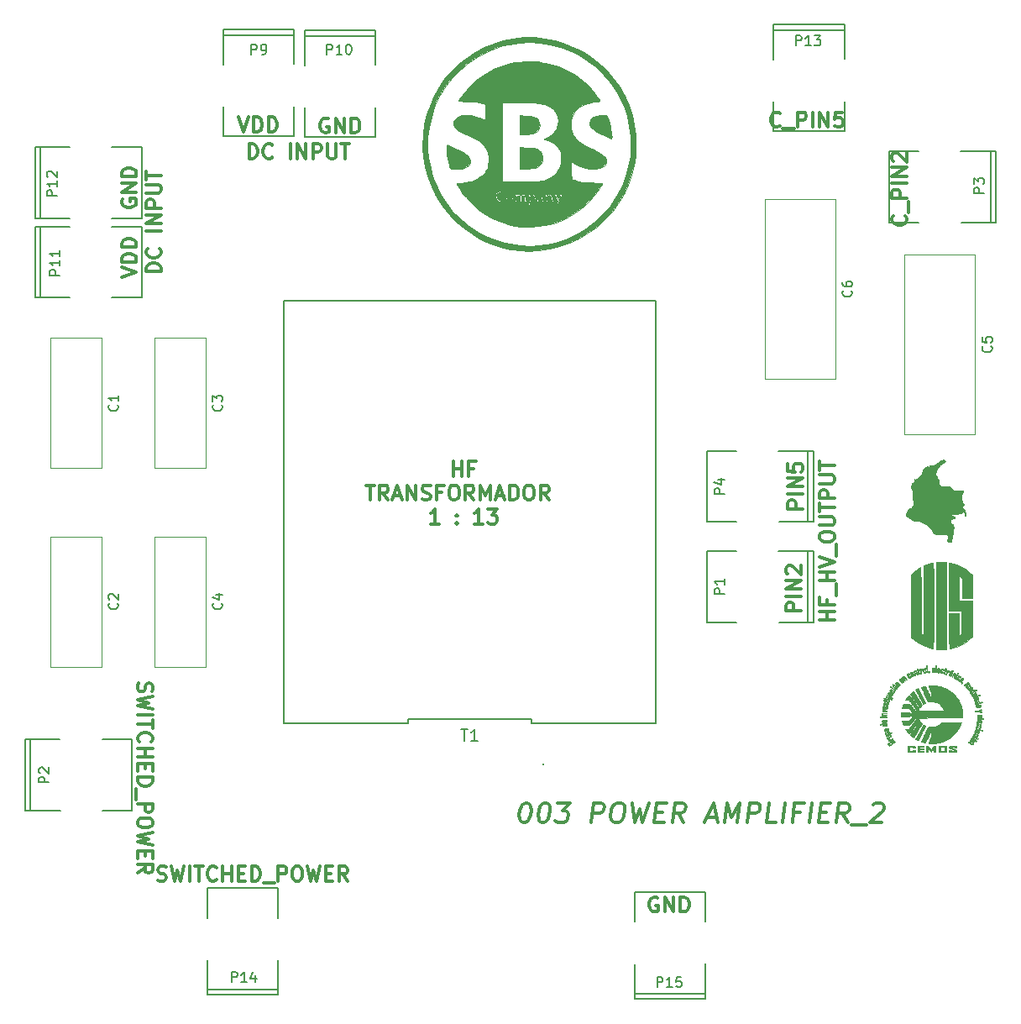
<source format=gbr>
G04 #@! TF.FileFunction,Legend,Top*
%FSLAX46Y46*%
G04 Gerber Fmt 4.6, Leading zero omitted, Abs format (unit mm)*
G04 Created by KiCad (PCBNEW 4.0.2-stable) date 10/05/17 14:13:38*
%MOMM*%
G01*
G04 APERTURE LIST*
%ADD10C,0.100000*%
%ADD11C,0.300000*%
%ADD12C,0.200000*%
%ADD13C,0.120000*%
%ADD14C,0.150000*%
%ADD15C,0.010000*%
G04 APERTURE END LIST*
D10*
D11*
X129657143Y-123850000D02*
X129514286Y-123778571D01*
X129300000Y-123778571D01*
X129085715Y-123850000D01*
X128942857Y-123992857D01*
X128871429Y-124135714D01*
X128800000Y-124421429D01*
X128800000Y-124635714D01*
X128871429Y-124921429D01*
X128942857Y-125064286D01*
X129085715Y-125207143D01*
X129300000Y-125278571D01*
X129442857Y-125278571D01*
X129657143Y-125207143D01*
X129728572Y-125135714D01*
X129728572Y-124635714D01*
X129442857Y-124635714D01*
X130371429Y-125278571D02*
X130371429Y-123778571D01*
X131228572Y-125278571D01*
X131228572Y-123778571D01*
X131942858Y-125278571D02*
X131942858Y-123778571D01*
X132300001Y-123778571D01*
X132514286Y-123850000D01*
X132657144Y-123992857D01*
X132728572Y-124135714D01*
X132800001Y-124421429D01*
X132800001Y-124635714D01*
X132728572Y-124921429D01*
X132657144Y-125064286D01*
X132514286Y-125207143D01*
X132300001Y-125278571D01*
X131942858Y-125278571D01*
X154635714Y-55114285D02*
X154707143Y-55185714D01*
X154778571Y-55400000D01*
X154778571Y-55542857D01*
X154707143Y-55757142D01*
X154564286Y-55900000D01*
X154421429Y-55971428D01*
X154135714Y-56042857D01*
X153921429Y-56042857D01*
X153635714Y-55971428D01*
X153492857Y-55900000D01*
X153350000Y-55757142D01*
X153278571Y-55542857D01*
X153278571Y-55400000D01*
X153350000Y-55185714D01*
X153421429Y-55114285D01*
X154921429Y-54828571D02*
X154921429Y-53685714D01*
X154778571Y-53328571D02*
X153278571Y-53328571D01*
X153278571Y-52757143D01*
X153350000Y-52614285D01*
X153421429Y-52542857D01*
X153564286Y-52471428D01*
X153778571Y-52471428D01*
X153921429Y-52542857D01*
X153992857Y-52614285D01*
X154064286Y-52757143D01*
X154064286Y-53328571D01*
X154778571Y-51828571D02*
X153278571Y-51828571D01*
X154778571Y-51114285D02*
X153278571Y-51114285D01*
X154778571Y-50257142D01*
X153278571Y-50257142D01*
X153421429Y-49614285D02*
X153350000Y-49542856D01*
X153278571Y-49399999D01*
X153278571Y-49042856D01*
X153350000Y-48899999D01*
X153421429Y-48828570D01*
X153564286Y-48757142D01*
X153707143Y-48757142D01*
X153921429Y-48828570D01*
X154778571Y-49685713D01*
X154778571Y-48757142D01*
X141985715Y-46035714D02*
X141914286Y-46107143D01*
X141700000Y-46178571D01*
X141557143Y-46178571D01*
X141342858Y-46107143D01*
X141200000Y-45964286D01*
X141128572Y-45821429D01*
X141057143Y-45535714D01*
X141057143Y-45321429D01*
X141128572Y-45035714D01*
X141200000Y-44892857D01*
X141342858Y-44750000D01*
X141557143Y-44678571D01*
X141700000Y-44678571D01*
X141914286Y-44750000D01*
X141985715Y-44821429D01*
X142271429Y-46321429D02*
X143414286Y-46321429D01*
X143771429Y-46178571D02*
X143771429Y-44678571D01*
X144342857Y-44678571D01*
X144485715Y-44750000D01*
X144557143Y-44821429D01*
X144628572Y-44964286D01*
X144628572Y-45178571D01*
X144557143Y-45321429D01*
X144485715Y-45392857D01*
X144342857Y-45464286D01*
X143771429Y-45464286D01*
X145271429Y-46178571D02*
X145271429Y-44678571D01*
X145985715Y-46178571D02*
X145985715Y-44678571D01*
X146842858Y-46178571D01*
X146842858Y-44678571D01*
X148271430Y-44678571D02*
X147557144Y-44678571D01*
X147485715Y-45392857D01*
X147557144Y-45321429D01*
X147700001Y-45250000D01*
X148057144Y-45250000D01*
X148200001Y-45321429D01*
X148271430Y-45392857D01*
X148342858Y-45535714D01*
X148342858Y-45892857D01*
X148271430Y-46035714D01*
X148200001Y-46107143D01*
X148057144Y-46178571D01*
X147700001Y-46178571D01*
X147557144Y-46107143D01*
X147485715Y-46035714D01*
X144278571Y-84650000D02*
X142778571Y-84650000D01*
X142778571Y-84078572D01*
X142850000Y-83935714D01*
X142921429Y-83864286D01*
X143064286Y-83792857D01*
X143278571Y-83792857D01*
X143421429Y-83864286D01*
X143492857Y-83935714D01*
X143564286Y-84078572D01*
X143564286Y-84650000D01*
X144278571Y-83150000D02*
X142778571Y-83150000D01*
X144278571Y-82435714D02*
X142778571Y-82435714D01*
X144278571Y-81578571D01*
X142778571Y-81578571D01*
X142778571Y-80149999D02*
X142778571Y-80864285D01*
X143492857Y-80935714D01*
X143421429Y-80864285D01*
X143350000Y-80721428D01*
X143350000Y-80364285D01*
X143421429Y-80221428D01*
X143492857Y-80149999D01*
X143635714Y-80078571D01*
X143992857Y-80078571D01*
X144135714Y-80149999D01*
X144207143Y-80221428D01*
X144278571Y-80364285D01*
X144278571Y-80721428D01*
X144207143Y-80864285D01*
X144135714Y-80935714D01*
X144078571Y-94950000D02*
X142578571Y-94950000D01*
X142578571Y-94378572D01*
X142650000Y-94235714D01*
X142721429Y-94164286D01*
X142864286Y-94092857D01*
X143078571Y-94092857D01*
X143221429Y-94164286D01*
X143292857Y-94235714D01*
X143364286Y-94378572D01*
X143364286Y-94950000D01*
X144078571Y-93450000D02*
X142578571Y-93450000D01*
X144078571Y-92735714D02*
X142578571Y-92735714D01*
X144078571Y-91878571D01*
X142578571Y-91878571D01*
X142721429Y-91235714D02*
X142650000Y-91164285D01*
X142578571Y-91021428D01*
X142578571Y-90664285D01*
X142650000Y-90521428D01*
X142721429Y-90449999D01*
X142864286Y-90378571D01*
X143007143Y-90378571D01*
X143221429Y-90449999D01*
X144078571Y-91307142D01*
X144078571Y-90378571D01*
X77292857Y-102228571D02*
X77221429Y-102442857D01*
X77221429Y-102800000D01*
X77292857Y-102942857D01*
X77364286Y-103014286D01*
X77507143Y-103085714D01*
X77650000Y-103085714D01*
X77792857Y-103014286D01*
X77864286Y-102942857D01*
X77935714Y-102800000D01*
X78007143Y-102514286D01*
X78078571Y-102371428D01*
X78150000Y-102300000D01*
X78292857Y-102228571D01*
X78435714Y-102228571D01*
X78578571Y-102300000D01*
X78650000Y-102371428D01*
X78721429Y-102514286D01*
X78721429Y-102871428D01*
X78650000Y-103085714D01*
X78721429Y-103585714D02*
X77221429Y-103942857D01*
X78292857Y-104228571D01*
X77221429Y-104514285D01*
X78721429Y-104871428D01*
X77221429Y-105442857D02*
X78721429Y-105442857D01*
X78721429Y-105942857D02*
X78721429Y-106800000D01*
X77221429Y-106371429D02*
X78721429Y-106371429D01*
X77364286Y-108157143D02*
X77292857Y-108085714D01*
X77221429Y-107871428D01*
X77221429Y-107728571D01*
X77292857Y-107514286D01*
X77435714Y-107371428D01*
X77578571Y-107300000D01*
X77864286Y-107228571D01*
X78078571Y-107228571D01*
X78364286Y-107300000D01*
X78507143Y-107371428D01*
X78650000Y-107514286D01*
X78721429Y-107728571D01*
X78721429Y-107871428D01*
X78650000Y-108085714D01*
X78578571Y-108157143D01*
X77221429Y-108800000D02*
X78721429Y-108800000D01*
X78007143Y-108800000D02*
X78007143Y-109657143D01*
X77221429Y-109657143D02*
X78721429Y-109657143D01*
X78007143Y-110371429D02*
X78007143Y-110871429D01*
X77221429Y-111085715D02*
X77221429Y-110371429D01*
X78721429Y-110371429D01*
X78721429Y-111085715D01*
X77221429Y-111728572D02*
X78721429Y-111728572D01*
X78721429Y-112085715D01*
X78650000Y-112300000D01*
X78507143Y-112442858D01*
X78364286Y-112514286D01*
X78078571Y-112585715D01*
X77864286Y-112585715D01*
X77578571Y-112514286D01*
X77435714Y-112442858D01*
X77292857Y-112300000D01*
X77221429Y-112085715D01*
X77221429Y-111728572D01*
X77078571Y-112871429D02*
X77078571Y-114014286D01*
X77221429Y-114371429D02*
X78721429Y-114371429D01*
X78721429Y-114942857D01*
X78650000Y-115085715D01*
X78578571Y-115157143D01*
X78435714Y-115228572D01*
X78221429Y-115228572D01*
X78078571Y-115157143D01*
X78007143Y-115085715D01*
X77935714Y-114942857D01*
X77935714Y-114371429D01*
X78721429Y-116157143D02*
X78721429Y-116442857D01*
X78650000Y-116585715D01*
X78507143Y-116728572D01*
X78221429Y-116800000D01*
X77721429Y-116800000D01*
X77435714Y-116728572D01*
X77292857Y-116585715D01*
X77221429Y-116442857D01*
X77221429Y-116157143D01*
X77292857Y-116014286D01*
X77435714Y-115871429D01*
X77721429Y-115800000D01*
X78221429Y-115800000D01*
X78507143Y-115871429D01*
X78650000Y-116014286D01*
X78721429Y-116157143D01*
X78721429Y-117300001D02*
X77221429Y-117657144D01*
X78292857Y-117942858D01*
X77221429Y-118228572D01*
X78721429Y-118585715D01*
X78007143Y-119157144D02*
X78007143Y-119657144D01*
X77221429Y-119871430D02*
X77221429Y-119157144D01*
X78721429Y-119157144D01*
X78721429Y-119871430D01*
X77221429Y-121371430D02*
X77935714Y-120871430D01*
X77221429Y-120514287D02*
X78721429Y-120514287D01*
X78721429Y-121085715D01*
X78650000Y-121228573D01*
X78578571Y-121300001D01*
X78435714Y-121371430D01*
X78221429Y-121371430D01*
X78078571Y-121300001D01*
X78007143Y-121228573D01*
X77935714Y-121085715D01*
X77935714Y-120514287D01*
X79228571Y-122107143D02*
X79442857Y-122178571D01*
X79800000Y-122178571D01*
X79942857Y-122107143D01*
X80014286Y-122035714D01*
X80085714Y-121892857D01*
X80085714Y-121750000D01*
X80014286Y-121607143D01*
X79942857Y-121535714D01*
X79800000Y-121464286D01*
X79514286Y-121392857D01*
X79371428Y-121321429D01*
X79300000Y-121250000D01*
X79228571Y-121107143D01*
X79228571Y-120964286D01*
X79300000Y-120821429D01*
X79371428Y-120750000D01*
X79514286Y-120678571D01*
X79871428Y-120678571D01*
X80085714Y-120750000D01*
X80585714Y-120678571D02*
X80942857Y-122178571D01*
X81228571Y-121107143D01*
X81514285Y-122178571D01*
X81871428Y-120678571D01*
X82442857Y-122178571D02*
X82442857Y-120678571D01*
X82942857Y-120678571D02*
X83800000Y-120678571D01*
X83371429Y-122178571D02*
X83371429Y-120678571D01*
X85157143Y-122035714D02*
X85085714Y-122107143D01*
X84871428Y-122178571D01*
X84728571Y-122178571D01*
X84514286Y-122107143D01*
X84371428Y-121964286D01*
X84300000Y-121821429D01*
X84228571Y-121535714D01*
X84228571Y-121321429D01*
X84300000Y-121035714D01*
X84371428Y-120892857D01*
X84514286Y-120750000D01*
X84728571Y-120678571D01*
X84871428Y-120678571D01*
X85085714Y-120750000D01*
X85157143Y-120821429D01*
X85800000Y-122178571D02*
X85800000Y-120678571D01*
X85800000Y-121392857D02*
X86657143Y-121392857D01*
X86657143Y-122178571D02*
X86657143Y-120678571D01*
X87371429Y-121392857D02*
X87871429Y-121392857D01*
X88085715Y-122178571D02*
X87371429Y-122178571D01*
X87371429Y-120678571D01*
X88085715Y-120678571D01*
X88728572Y-122178571D02*
X88728572Y-120678571D01*
X89085715Y-120678571D01*
X89300000Y-120750000D01*
X89442858Y-120892857D01*
X89514286Y-121035714D01*
X89585715Y-121321429D01*
X89585715Y-121535714D01*
X89514286Y-121821429D01*
X89442858Y-121964286D01*
X89300000Y-122107143D01*
X89085715Y-122178571D01*
X88728572Y-122178571D01*
X89871429Y-122321429D02*
X91014286Y-122321429D01*
X91371429Y-122178571D02*
X91371429Y-120678571D01*
X91942857Y-120678571D01*
X92085715Y-120750000D01*
X92157143Y-120821429D01*
X92228572Y-120964286D01*
X92228572Y-121178571D01*
X92157143Y-121321429D01*
X92085715Y-121392857D01*
X91942857Y-121464286D01*
X91371429Y-121464286D01*
X93157143Y-120678571D02*
X93442857Y-120678571D01*
X93585715Y-120750000D01*
X93728572Y-120892857D01*
X93800000Y-121178571D01*
X93800000Y-121678571D01*
X93728572Y-121964286D01*
X93585715Y-122107143D01*
X93442857Y-122178571D01*
X93157143Y-122178571D01*
X93014286Y-122107143D01*
X92871429Y-121964286D01*
X92800000Y-121678571D01*
X92800000Y-121178571D01*
X92871429Y-120892857D01*
X93014286Y-120750000D01*
X93157143Y-120678571D01*
X94300001Y-120678571D02*
X94657144Y-122178571D01*
X94942858Y-121107143D01*
X95228572Y-122178571D01*
X95585715Y-120678571D01*
X96157144Y-121392857D02*
X96657144Y-121392857D01*
X96871430Y-122178571D02*
X96157144Y-122178571D01*
X96157144Y-120678571D01*
X96871430Y-120678571D01*
X98371430Y-122178571D02*
X97871430Y-121464286D01*
X97514287Y-122178571D02*
X97514287Y-120678571D01*
X98085715Y-120678571D01*
X98228573Y-120750000D01*
X98300001Y-120821429D01*
X98371430Y-120964286D01*
X98371430Y-121178571D01*
X98300001Y-121321429D01*
X98228573Y-121392857D01*
X98085715Y-121464286D01*
X97514287Y-121464286D01*
X75650000Y-53442857D02*
X75578571Y-53585714D01*
X75578571Y-53800000D01*
X75650000Y-54014285D01*
X75792857Y-54157143D01*
X75935714Y-54228571D01*
X76221429Y-54300000D01*
X76435714Y-54300000D01*
X76721429Y-54228571D01*
X76864286Y-54157143D01*
X77007143Y-54014285D01*
X77078571Y-53800000D01*
X77078571Y-53657143D01*
X77007143Y-53442857D01*
X76935714Y-53371428D01*
X76435714Y-53371428D01*
X76435714Y-53657143D01*
X77078571Y-52728571D02*
X75578571Y-52728571D01*
X77078571Y-51871428D01*
X75578571Y-51871428D01*
X77078571Y-51157142D02*
X75578571Y-51157142D01*
X75578571Y-50799999D01*
X75650000Y-50585714D01*
X75792857Y-50442856D01*
X75935714Y-50371428D01*
X76221429Y-50299999D01*
X76435714Y-50299999D01*
X76721429Y-50371428D01*
X76864286Y-50442856D01*
X77007143Y-50585714D01*
X77078571Y-50799999D01*
X77078571Y-51157142D01*
X75578571Y-61300000D02*
X77078571Y-60800000D01*
X75578571Y-60300000D01*
X77078571Y-59800000D02*
X75578571Y-59800000D01*
X75578571Y-59442857D01*
X75650000Y-59228572D01*
X75792857Y-59085714D01*
X75935714Y-59014286D01*
X76221429Y-58942857D01*
X76435714Y-58942857D01*
X76721429Y-59014286D01*
X76864286Y-59085714D01*
X77007143Y-59228572D01*
X77078571Y-59442857D01*
X77078571Y-59800000D01*
X77078571Y-58300000D02*
X75578571Y-58300000D01*
X75578571Y-57942857D01*
X75650000Y-57728572D01*
X75792857Y-57585714D01*
X75935714Y-57514286D01*
X76221429Y-57442857D01*
X76435714Y-57442857D01*
X76721429Y-57514286D01*
X76864286Y-57585714D01*
X77007143Y-57728572D01*
X77078571Y-57942857D01*
X77078571Y-58300000D01*
X79578571Y-60764286D02*
X78078571Y-60764286D01*
X78078571Y-60407143D01*
X78150000Y-60192858D01*
X78292857Y-60050000D01*
X78435714Y-59978572D01*
X78721429Y-59907143D01*
X78935714Y-59907143D01*
X79221429Y-59978572D01*
X79364286Y-60050000D01*
X79507143Y-60192858D01*
X79578571Y-60407143D01*
X79578571Y-60764286D01*
X79435714Y-58407143D02*
X79507143Y-58478572D01*
X79578571Y-58692858D01*
X79578571Y-58835715D01*
X79507143Y-59050000D01*
X79364286Y-59192858D01*
X79221429Y-59264286D01*
X78935714Y-59335715D01*
X78721429Y-59335715D01*
X78435714Y-59264286D01*
X78292857Y-59192858D01*
X78150000Y-59050000D01*
X78078571Y-58835715D01*
X78078571Y-58692858D01*
X78150000Y-58478572D01*
X78221429Y-58407143D01*
X79578571Y-56621429D02*
X78078571Y-56621429D01*
X79578571Y-55907143D02*
X78078571Y-55907143D01*
X79578571Y-55050000D01*
X78078571Y-55050000D01*
X79578571Y-54335714D02*
X78078571Y-54335714D01*
X78078571Y-53764286D01*
X78150000Y-53621428D01*
X78221429Y-53550000D01*
X78364286Y-53478571D01*
X78578571Y-53478571D01*
X78721429Y-53550000D01*
X78792857Y-53621428D01*
X78864286Y-53764286D01*
X78864286Y-54335714D01*
X78078571Y-52835714D02*
X79292857Y-52835714D01*
X79435714Y-52764286D01*
X79507143Y-52692857D01*
X79578571Y-52550000D01*
X79578571Y-52264286D01*
X79507143Y-52121428D01*
X79435714Y-52050000D01*
X79292857Y-51978571D01*
X78078571Y-51978571D01*
X78078571Y-51478571D02*
X78078571Y-50621428D01*
X79578571Y-51049999D02*
X78078571Y-51049999D01*
X88435714Y-49378571D02*
X88435714Y-47878571D01*
X88792857Y-47878571D01*
X89007142Y-47950000D01*
X89150000Y-48092857D01*
X89221428Y-48235714D01*
X89292857Y-48521429D01*
X89292857Y-48735714D01*
X89221428Y-49021429D01*
X89150000Y-49164286D01*
X89007142Y-49307143D01*
X88792857Y-49378571D01*
X88435714Y-49378571D01*
X90792857Y-49235714D02*
X90721428Y-49307143D01*
X90507142Y-49378571D01*
X90364285Y-49378571D01*
X90150000Y-49307143D01*
X90007142Y-49164286D01*
X89935714Y-49021429D01*
X89864285Y-48735714D01*
X89864285Y-48521429D01*
X89935714Y-48235714D01*
X90007142Y-48092857D01*
X90150000Y-47950000D01*
X90364285Y-47878571D01*
X90507142Y-47878571D01*
X90721428Y-47950000D01*
X90792857Y-48021429D01*
X92578571Y-49378571D02*
X92578571Y-47878571D01*
X93292857Y-49378571D02*
X93292857Y-47878571D01*
X94150000Y-49378571D01*
X94150000Y-47878571D01*
X94864286Y-49378571D02*
X94864286Y-47878571D01*
X95435714Y-47878571D01*
X95578572Y-47950000D01*
X95650000Y-48021429D01*
X95721429Y-48164286D01*
X95721429Y-48378571D01*
X95650000Y-48521429D01*
X95578572Y-48592857D01*
X95435714Y-48664286D01*
X94864286Y-48664286D01*
X96364286Y-47878571D02*
X96364286Y-49092857D01*
X96435714Y-49235714D01*
X96507143Y-49307143D01*
X96650000Y-49378571D01*
X96935714Y-49378571D01*
X97078572Y-49307143D01*
X97150000Y-49235714D01*
X97221429Y-49092857D01*
X97221429Y-47878571D01*
X97721429Y-47878571D02*
X98578572Y-47878571D01*
X98150001Y-49378571D02*
X98150001Y-47878571D01*
X147478571Y-95892857D02*
X145978571Y-95892857D01*
X146692857Y-95892857D02*
X146692857Y-95035714D01*
X147478571Y-95035714D02*
X145978571Y-95035714D01*
X146692857Y-93821428D02*
X146692857Y-94321428D01*
X147478571Y-94321428D02*
X145978571Y-94321428D01*
X145978571Y-93607142D01*
X147621429Y-93392857D02*
X147621429Y-92250000D01*
X147478571Y-91892857D02*
X145978571Y-91892857D01*
X146692857Y-91892857D02*
X146692857Y-91035714D01*
X147478571Y-91035714D02*
X145978571Y-91035714D01*
X145978571Y-90535714D02*
X147478571Y-90035714D01*
X145978571Y-89535714D01*
X147621429Y-89392857D02*
X147621429Y-88250000D01*
X145978571Y-87607143D02*
X145978571Y-87321429D01*
X146050000Y-87178571D01*
X146192857Y-87035714D01*
X146478571Y-86964286D01*
X146978571Y-86964286D01*
X147264286Y-87035714D01*
X147407143Y-87178571D01*
X147478571Y-87321429D01*
X147478571Y-87607143D01*
X147407143Y-87750000D01*
X147264286Y-87892857D01*
X146978571Y-87964286D01*
X146478571Y-87964286D01*
X146192857Y-87892857D01*
X146050000Y-87750000D01*
X145978571Y-87607143D01*
X145978571Y-86321428D02*
X147192857Y-86321428D01*
X147335714Y-86250000D01*
X147407143Y-86178571D01*
X147478571Y-86035714D01*
X147478571Y-85750000D01*
X147407143Y-85607142D01*
X147335714Y-85535714D01*
X147192857Y-85464285D01*
X145978571Y-85464285D01*
X145978571Y-84964285D02*
X145978571Y-84107142D01*
X147478571Y-84535713D02*
X145978571Y-84535713D01*
X147478571Y-83607142D02*
X145978571Y-83607142D01*
X145978571Y-83035714D01*
X146050000Y-82892856D01*
X146121429Y-82821428D01*
X146264286Y-82749999D01*
X146478571Y-82749999D01*
X146621429Y-82821428D01*
X146692857Y-82892856D01*
X146764286Y-83035714D01*
X146764286Y-83607142D01*
X145978571Y-82107142D02*
X147192857Y-82107142D01*
X147335714Y-82035714D01*
X147407143Y-81964285D01*
X147478571Y-81821428D01*
X147478571Y-81535714D01*
X147407143Y-81392856D01*
X147335714Y-81321428D01*
X147192857Y-81249999D01*
X145978571Y-81249999D01*
X145978571Y-80749999D02*
X145978571Y-79892856D01*
X147478571Y-80321427D02*
X145978571Y-80321427D01*
D12*
X118100000Y-110300000D02*
X118100000Y-110400000D01*
D11*
X109028572Y-81378571D02*
X109028572Y-79878571D01*
X109028572Y-80592857D02*
X109885715Y-80592857D01*
X109885715Y-81378571D02*
X109885715Y-79878571D01*
X111100001Y-80592857D02*
X110600001Y-80592857D01*
X110600001Y-81378571D02*
X110600001Y-79878571D01*
X111314287Y-79878571D01*
X100242857Y-82278571D02*
X101100000Y-82278571D01*
X100671429Y-83778571D02*
X100671429Y-82278571D01*
X102457143Y-83778571D02*
X101957143Y-83064286D01*
X101600000Y-83778571D02*
X101600000Y-82278571D01*
X102171428Y-82278571D01*
X102314286Y-82350000D01*
X102385714Y-82421429D01*
X102457143Y-82564286D01*
X102457143Y-82778571D01*
X102385714Y-82921429D01*
X102314286Y-82992857D01*
X102171428Y-83064286D01*
X101600000Y-83064286D01*
X103028571Y-83350000D02*
X103742857Y-83350000D01*
X102885714Y-83778571D02*
X103385714Y-82278571D01*
X103885714Y-83778571D01*
X104385714Y-83778571D02*
X104385714Y-82278571D01*
X105242857Y-83778571D01*
X105242857Y-82278571D01*
X105885714Y-83707143D02*
X106100000Y-83778571D01*
X106457143Y-83778571D01*
X106600000Y-83707143D01*
X106671429Y-83635714D01*
X106742857Y-83492857D01*
X106742857Y-83350000D01*
X106671429Y-83207143D01*
X106600000Y-83135714D01*
X106457143Y-83064286D01*
X106171429Y-82992857D01*
X106028571Y-82921429D01*
X105957143Y-82850000D01*
X105885714Y-82707143D01*
X105885714Y-82564286D01*
X105957143Y-82421429D01*
X106028571Y-82350000D01*
X106171429Y-82278571D01*
X106528571Y-82278571D01*
X106742857Y-82350000D01*
X107885714Y-82992857D02*
X107385714Y-82992857D01*
X107385714Y-83778571D02*
X107385714Y-82278571D01*
X108100000Y-82278571D01*
X108957142Y-82278571D02*
X109242856Y-82278571D01*
X109385714Y-82350000D01*
X109528571Y-82492857D01*
X109599999Y-82778571D01*
X109599999Y-83278571D01*
X109528571Y-83564286D01*
X109385714Y-83707143D01*
X109242856Y-83778571D01*
X108957142Y-83778571D01*
X108814285Y-83707143D01*
X108671428Y-83564286D01*
X108599999Y-83278571D01*
X108599999Y-82778571D01*
X108671428Y-82492857D01*
X108814285Y-82350000D01*
X108957142Y-82278571D01*
X111100000Y-83778571D02*
X110600000Y-83064286D01*
X110242857Y-83778571D02*
X110242857Y-82278571D01*
X110814285Y-82278571D01*
X110957143Y-82350000D01*
X111028571Y-82421429D01*
X111100000Y-82564286D01*
X111100000Y-82778571D01*
X111028571Y-82921429D01*
X110957143Y-82992857D01*
X110814285Y-83064286D01*
X110242857Y-83064286D01*
X111742857Y-83778571D02*
X111742857Y-82278571D01*
X112242857Y-83350000D01*
X112742857Y-82278571D01*
X112742857Y-83778571D01*
X113385714Y-83350000D02*
X114100000Y-83350000D01*
X113242857Y-83778571D02*
X113742857Y-82278571D01*
X114242857Y-83778571D01*
X114742857Y-83778571D02*
X114742857Y-82278571D01*
X115100000Y-82278571D01*
X115314285Y-82350000D01*
X115457143Y-82492857D01*
X115528571Y-82635714D01*
X115600000Y-82921429D01*
X115600000Y-83135714D01*
X115528571Y-83421429D01*
X115457143Y-83564286D01*
X115314285Y-83707143D01*
X115100000Y-83778571D01*
X114742857Y-83778571D01*
X116528571Y-82278571D02*
X116814285Y-82278571D01*
X116957143Y-82350000D01*
X117100000Y-82492857D01*
X117171428Y-82778571D01*
X117171428Y-83278571D01*
X117100000Y-83564286D01*
X116957143Y-83707143D01*
X116814285Y-83778571D01*
X116528571Y-83778571D01*
X116385714Y-83707143D01*
X116242857Y-83564286D01*
X116171428Y-83278571D01*
X116171428Y-82778571D01*
X116242857Y-82492857D01*
X116385714Y-82350000D01*
X116528571Y-82278571D01*
X118671429Y-83778571D02*
X118171429Y-83064286D01*
X117814286Y-83778571D02*
X117814286Y-82278571D01*
X118385714Y-82278571D01*
X118528572Y-82350000D01*
X118600000Y-82421429D01*
X118671429Y-82564286D01*
X118671429Y-82778571D01*
X118600000Y-82921429D01*
X118528572Y-82992857D01*
X118385714Y-83064286D01*
X117814286Y-83064286D01*
X107600001Y-86178571D02*
X106742858Y-86178571D01*
X107171430Y-86178571D02*
X107171430Y-84678571D01*
X107028573Y-84892857D01*
X106885715Y-85035714D01*
X106742858Y-85107143D01*
X109385715Y-86035714D02*
X109457143Y-86107143D01*
X109385715Y-86178571D01*
X109314286Y-86107143D01*
X109385715Y-86035714D01*
X109385715Y-86178571D01*
X109385715Y-85250000D02*
X109457143Y-85321429D01*
X109385715Y-85392857D01*
X109314286Y-85321429D01*
X109385715Y-85250000D01*
X109385715Y-85392857D01*
X112028572Y-86178571D02*
X111171429Y-86178571D01*
X111600001Y-86178571D02*
X111600001Y-84678571D01*
X111457144Y-84892857D01*
X111314286Y-85035714D01*
X111171429Y-85107143D01*
X112528572Y-84678571D02*
X113457143Y-84678571D01*
X112957143Y-85250000D01*
X113171429Y-85250000D01*
X113314286Y-85321429D01*
X113385715Y-85392857D01*
X113457143Y-85535714D01*
X113457143Y-85892857D01*
X113385715Y-86035714D01*
X113314286Y-86107143D01*
X113171429Y-86178571D01*
X112742857Y-86178571D01*
X112600000Y-86107143D01*
X112528572Y-86035714D01*
X96457143Y-45350000D02*
X96314286Y-45278571D01*
X96100000Y-45278571D01*
X95885715Y-45350000D01*
X95742857Y-45492857D01*
X95671429Y-45635714D01*
X95600000Y-45921429D01*
X95600000Y-46135714D01*
X95671429Y-46421429D01*
X95742857Y-46564286D01*
X95885715Y-46707143D01*
X96100000Y-46778571D01*
X96242857Y-46778571D01*
X96457143Y-46707143D01*
X96528572Y-46635714D01*
X96528572Y-46135714D01*
X96242857Y-46135714D01*
X97171429Y-46778571D02*
X97171429Y-45278571D01*
X98028572Y-46778571D01*
X98028572Y-45278571D01*
X98742858Y-46778571D02*
X98742858Y-45278571D01*
X99100001Y-45278571D01*
X99314286Y-45350000D01*
X99457144Y-45492857D01*
X99528572Y-45635714D01*
X99600001Y-45921429D01*
X99600001Y-46135714D01*
X99528572Y-46421429D01*
X99457144Y-46564286D01*
X99314286Y-46707143D01*
X99100001Y-46778571D01*
X98742858Y-46778571D01*
X87400000Y-45178571D02*
X87900000Y-46678571D01*
X88400000Y-45178571D01*
X88900000Y-46678571D02*
X88900000Y-45178571D01*
X89257143Y-45178571D01*
X89471428Y-45250000D01*
X89614286Y-45392857D01*
X89685714Y-45535714D01*
X89757143Y-45821429D01*
X89757143Y-46035714D01*
X89685714Y-46321429D01*
X89614286Y-46464286D01*
X89471428Y-46607143D01*
X89257143Y-46678571D01*
X88900000Y-46678571D01*
X90400000Y-46678571D02*
X90400000Y-45178571D01*
X90757143Y-45178571D01*
X90971428Y-45250000D01*
X91114286Y-45392857D01*
X91185714Y-45535714D01*
X91257143Y-45821429D01*
X91257143Y-46035714D01*
X91185714Y-46321429D01*
X91114286Y-46464286D01*
X90971428Y-46607143D01*
X90757143Y-46678571D01*
X90400000Y-46678571D01*
X116317856Y-114304762D02*
X116508332Y-114304762D01*
X116686903Y-114400000D01*
X116770236Y-114495238D01*
X116841665Y-114685714D01*
X116889285Y-115066667D01*
X116829761Y-115542857D01*
X116686903Y-115923810D01*
X116567855Y-116114286D01*
X116460713Y-116209524D01*
X116258332Y-116304762D01*
X116067856Y-116304762D01*
X115889285Y-116209524D01*
X115805951Y-116114286D01*
X115734522Y-115923810D01*
X115686903Y-115542857D01*
X115746427Y-115066667D01*
X115889284Y-114685714D01*
X116008332Y-114495238D01*
X116115475Y-114400000D01*
X116317856Y-114304762D01*
X118222618Y-114304762D02*
X118413094Y-114304762D01*
X118591665Y-114400000D01*
X118674998Y-114495238D01*
X118746427Y-114685714D01*
X118794047Y-115066667D01*
X118734523Y-115542857D01*
X118591665Y-115923810D01*
X118472617Y-116114286D01*
X118365475Y-116209524D01*
X118163094Y-116304762D01*
X117972618Y-116304762D01*
X117794047Y-116209524D01*
X117710713Y-116114286D01*
X117639284Y-115923810D01*
X117591665Y-115542857D01*
X117651189Y-115066667D01*
X117794046Y-114685714D01*
X117913094Y-114495238D01*
X118020237Y-114400000D01*
X118222618Y-114304762D01*
X119555951Y-114304762D02*
X120794047Y-114304762D01*
X120032142Y-115066667D01*
X120317856Y-115066667D01*
X120496427Y-115161905D01*
X120579760Y-115257143D01*
X120651190Y-115447619D01*
X120591666Y-115923810D01*
X120472617Y-116114286D01*
X120365475Y-116209524D01*
X120163094Y-116304762D01*
X119591666Y-116304762D01*
X119413094Y-116209524D01*
X119329760Y-116114286D01*
X122924999Y-116304762D02*
X123174999Y-114304762D01*
X123936904Y-114304762D01*
X124115475Y-114400000D01*
X124198809Y-114495238D01*
X124270238Y-114685714D01*
X124234523Y-114971429D01*
X124115476Y-115161905D01*
X124008332Y-115257143D01*
X123805951Y-115352381D01*
X123044046Y-115352381D01*
X125555952Y-114304762D02*
X125936904Y-114304762D01*
X126115475Y-114400000D01*
X126282143Y-114590476D01*
X126329761Y-114971429D01*
X126246428Y-115638095D01*
X126103571Y-116019048D01*
X125889285Y-116209524D01*
X125686904Y-116304762D01*
X125305952Y-116304762D01*
X125127381Y-116209524D01*
X124960713Y-116019048D01*
X124913094Y-115638095D01*
X124996427Y-114971429D01*
X125139285Y-114590476D01*
X125353571Y-114400000D01*
X125555952Y-114304762D01*
X127079761Y-114304762D02*
X127305952Y-116304762D01*
X127865475Y-114876190D01*
X128067857Y-116304762D01*
X128794047Y-114304762D01*
X129436903Y-115257143D02*
X130103570Y-115257143D01*
X130258332Y-116304762D02*
X129305951Y-116304762D01*
X129555951Y-114304762D01*
X130508332Y-114304762D01*
X132258333Y-116304762D02*
X131710713Y-115352381D01*
X131115475Y-116304762D02*
X131365475Y-114304762D01*
X132127380Y-114304762D01*
X132305951Y-114400000D01*
X132389285Y-114495238D01*
X132460714Y-114685714D01*
X132424999Y-114971429D01*
X132305952Y-115161905D01*
X132198808Y-115257143D01*
X131996427Y-115352381D01*
X131234522Y-115352381D01*
X134615475Y-115733333D02*
X135567856Y-115733333D01*
X134353571Y-116304762D02*
X135270238Y-114304762D01*
X135686905Y-116304762D01*
X136353571Y-116304762D02*
X136603571Y-114304762D01*
X137091666Y-115733333D01*
X137936905Y-114304762D01*
X137686905Y-116304762D01*
X138639285Y-116304762D02*
X138889285Y-114304762D01*
X139651190Y-114304762D01*
X139829761Y-114400000D01*
X139913095Y-114495238D01*
X139984524Y-114685714D01*
X139948809Y-114971429D01*
X139829762Y-115161905D01*
X139722618Y-115257143D01*
X139520237Y-115352381D01*
X138758332Y-115352381D01*
X141591666Y-116304762D02*
X140639285Y-116304762D01*
X140889285Y-114304762D01*
X142258333Y-116304762D02*
X142508333Y-114304762D01*
X144008333Y-115257143D02*
X143341666Y-115257143D01*
X143210714Y-116304762D02*
X143460714Y-114304762D01*
X144413095Y-114304762D01*
X144925000Y-116304762D02*
X145175000Y-114304762D01*
X146008333Y-115257143D02*
X146675000Y-115257143D01*
X146829762Y-116304762D02*
X145877381Y-116304762D01*
X146127381Y-114304762D01*
X147079762Y-114304762D01*
X148829763Y-116304762D02*
X148282143Y-115352381D01*
X147686905Y-116304762D02*
X147936905Y-114304762D01*
X148698810Y-114304762D01*
X148877381Y-114400000D01*
X148960715Y-114495238D01*
X149032144Y-114685714D01*
X148996429Y-114971429D01*
X148877382Y-115161905D01*
X148770238Y-115257143D01*
X148567857Y-115352381D01*
X147805952Y-115352381D01*
X149186905Y-116495238D02*
X150710715Y-116495238D01*
X151341667Y-114495238D02*
X151448810Y-114400000D01*
X151651192Y-114304762D01*
X152127382Y-114304762D01*
X152305953Y-114400000D01*
X152389286Y-114495238D01*
X152460716Y-114685714D01*
X152436906Y-114876190D01*
X152305953Y-115161905D01*
X151020239Y-116304762D01*
X152258335Y-116304762D01*
D13*
X73560000Y-67440000D02*
X73560000Y-80560000D01*
X68440000Y-67440000D02*
X68440000Y-80560000D01*
X73560000Y-67440000D02*
X68440000Y-67440000D01*
X73560000Y-80560000D02*
X68440000Y-80560000D01*
X73560000Y-87440000D02*
X73560000Y-100560000D01*
X68440000Y-87440000D02*
X68440000Y-100560000D01*
X73560000Y-87440000D02*
X68440000Y-87440000D01*
X73560000Y-100560000D02*
X68440000Y-100560000D01*
X84060000Y-67440000D02*
X84060000Y-80560000D01*
X78940000Y-67440000D02*
X78940000Y-80560000D01*
X84060000Y-67440000D02*
X78940000Y-67440000D01*
X84060000Y-80560000D02*
X78940000Y-80560000D01*
X84060000Y-87440000D02*
X84060000Y-100560000D01*
X78940000Y-87440000D02*
X78940000Y-100560000D01*
X84060000Y-87440000D02*
X78940000Y-87440000D01*
X84060000Y-100560000D02*
X78940000Y-100560000D01*
X161660000Y-59040000D02*
X161660000Y-77160000D01*
X154540000Y-59040000D02*
X154540000Y-77160000D01*
X161660000Y-59040000D02*
X154540000Y-59040000D01*
X161660000Y-77160000D02*
X154540000Y-77160000D01*
X147560000Y-53440000D02*
X147560000Y-71560000D01*
X140440000Y-53440000D02*
X140440000Y-71560000D01*
X147560000Y-53440000D02*
X140440000Y-53440000D01*
X147560000Y-71560000D02*
X140440000Y-71560000D01*
D14*
X129460000Y-106300000D02*
X129460000Y-63700000D01*
X129460000Y-63700000D02*
X91940000Y-63700000D01*
X91940000Y-63700000D02*
X91940000Y-106300000D01*
X91940000Y-106300000D02*
X104446667Y-106300000D01*
X104446667Y-106300000D02*
X104446667Y-105850000D01*
X104446667Y-105850000D02*
X116953333Y-105850000D01*
X116953333Y-105850000D02*
X116953333Y-106300000D01*
X116953333Y-106300000D02*
X129460000Y-106300000D01*
X144800320Y-96078860D02*
X145348960Y-96078860D01*
X145348960Y-96078860D02*
X145348960Y-88921140D01*
X145348960Y-88921140D02*
X144800320Y-88921140D01*
X137579100Y-88921140D02*
X134599680Y-88921140D01*
X134599680Y-88921140D02*
X134599680Y-96078860D01*
X141879320Y-96078860D02*
X144800320Y-96078860D01*
X144800320Y-96078860D02*
X144800320Y-88921140D01*
X144800320Y-88921140D02*
X141820900Y-88921140D01*
X134599680Y-96078860D02*
X137579100Y-96078860D01*
X144800320Y-85978860D02*
X145348960Y-85978860D01*
X145348960Y-85978860D02*
X145348960Y-78821140D01*
X145348960Y-78821140D02*
X144800320Y-78821140D01*
X137579100Y-78821140D02*
X134599680Y-78821140D01*
X134599680Y-78821140D02*
X134599680Y-85978860D01*
X141879320Y-85978860D02*
X144800320Y-85978860D01*
X144800320Y-85978860D02*
X144800320Y-78821140D01*
X144800320Y-78821140D02*
X141820900Y-78821140D01*
X134599680Y-85978860D02*
X137579100Y-85978860D01*
X92978860Y-36899680D02*
X92978860Y-36351040D01*
X92978860Y-36351040D02*
X85821140Y-36351040D01*
X85821140Y-36351040D02*
X85821140Y-36899680D01*
X85821140Y-44120900D02*
X85821140Y-47100320D01*
X85821140Y-47100320D02*
X92978860Y-47100320D01*
X92978860Y-39820680D02*
X92978860Y-36899680D01*
X92978860Y-36899680D02*
X85821140Y-36899680D01*
X85821140Y-36899680D02*
X85821140Y-39879100D01*
X92978860Y-47100320D02*
X92978860Y-44120900D01*
X101178860Y-36999680D02*
X101178860Y-36451040D01*
X101178860Y-36451040D02*
X94021140Y-36451040D01*
X94021140Y-36451040D02*
X94021140Y-36999680D01*
X94021140Y-44220900D02*
X94021140Y-47200320D01*
X94021140Y-47200320D02*
X101178860Y-47200320D01*
X101178860Y-39920680D02*
X101178860Y-36999680D01*
X101178860Y-36999680D02*
X94021140Y-36999680D01*
X94021140Y-36999680D02*
X94021140Y-39979100D01*
X101178860Y-47200320D02*
X101178860Y-44220900D01*
X66399680Y-107921140D02*
X65851040Y-107921140D01*
X65851040Y-107921140D02*
X65851040Y-115078860D01*
X65851040Y-115078860D02*
X66399680Y-115078860D01*
X73620900Y-115078860D02*
X76600320Y-115078860D01*
X76600320Y-115078860D02*
X76600320Y-107921140D01*
X69320680Y-107921140D02*
X66399680Y-107921140D01*
X66399680Y-107921140D02*
X66399680Y-115078860D01*
X66399680Y-115078860D02*
X69379100Y-115078860D01*
X76600320Y-107921140D02*
X73620900Y-107921140D01*
X163200320Y-55778860D02*
X163748960Y-55778860D01*
X163748960Y-55778860D02*
X163748960Y-48621140D01*
X163748960Y-48621140D02*
X163200320Y-48621140D01*
X155979100Y-48621140D02*
X152999680Y-48621140D01*
X152999680Y-48621140D02*
X152999680Y-55778860D01*
X160279320Y-55778860D02*
X163200320Y-55778860D01*
X163200320Y-55778860D02*
X163200320Y-48621140D01*
X163200320Y-48621140D02*
X160220900Y-48621140D01*
X152999680Y-55778860D02*
X155979100Y-55778860D01*
X67399680Y-56221140D02*
X66851040Y-56221140D01*
X66851040Y-56221140D02*
X66851040Y-63378860D01*
X66851040Y-63378860D02*
X67399680Y-63378860D01*
X74620900Y-63378860D02*
X77600320Y-63378860D01*
X77600320Y-63378860D02*
X77600320Y-56221140D01*
X70320680Y-56221140D02*
X67399680Y-56221140D01*
X67399680Y-56221140D02*
X67399680Y-63378860D01*
X67399680Y-63378860D02*
X70379100Y-63378860D01*
X77600320Y-56221140D02*
X74620900Y-56221140D01*
X67399680Y-48221140D02*
X66851040Y-48221140D01*
X66851040Y-48221140D02*
X66851040Y-55378860D01*
X66851040Y-55378860D02*
X67399680Y-55378860D01*
X74620900Y-55378860D02*
X77600320Y-55378860D01*
X77600320Y-55378860D02*
X77600320Y-48221140D01*
X70320680Y-48221140D02*
X67399680Y-48221140D01*
X67399680Y-48221140D02*
X67399680Y-55378860D01*
X67399680Y-55378860D02*
X70379100Y-55378860D01*
X77600320Y-48221140D02*
X74620900Y-48221140D01*
X148478860Y-36399680D02*
X148478860Y-35851040D01*
X148478860Y-35851040D02*
X141321140Y-35851040D01*
X141321140Y-35851040D02*
X141321140Y-36399680D01*
X141321140Y-43620900D02*
X141321140Y-46600320D01*
X141321140Y-46600320D02*
X148478860Y-46600320D01*
X148478860Y-39320680D02*
X148478860Y-36399680D01*
X148478860Y-36399680D02*
X141321140Y-36399680D01*
X141321140Y-36399680D02*
X141321140Y-39379100D01*
X148478860Y-46600320D02*
X148478860Y-43620900D01*
X84221140Y-133100320D02*
X84221140Y-133648960D01*
X84221140Y-133648960D02*
X91378860Y-133648960D01*
X91378860Y-133648960D02*
X91378860Y-133100320D01*
X91378860Y-125879100D02*
X91378860Y-122899680D01*
X91378860Y-122899680D02*
X84221140Y-122899680D01*
X84221140Y-130179320D02*
X84221140Y-133100320D01*
X84221140Y-133100320D02*
X91378860Y-133100320D01*
X91378860Y-133100320D02*
X91378860Y-130120900D01*
X84221140Y-122899680D02*
X84221140Y-125879100D01*
X127321140Y-133500320D02*
X127321140Y-134048960D01*
X127321140Y-134048960D02*
X134478860Y-134048960D01*
X134478860Y-134048960D02*
X134478860Y-133500320D01*
X134478860Y-126279100D02*
X134478860Y-123299680D01*
X134478860Y-123299680D02*
X127321140Y-123299680D01*
X127321140Y-130579320D02*
X127321140Y-133500320D01*
X127321140Y-133500320D02*
X134478860Y-133500320D01*
X134478860Y-133500320D02*
X134478860Y-130520900D01*
X127321140Y-123299680D02*
X127321140Y-126279100D01*
D15*
G36*
X158482872Y-79716683D02*
X158557655Y-79780386D01*
X158568831Y-79794124D01*
X158627135Y-79868245D01*
X158549301Y-79940416D01*
X158411037Y-80052052D01*
X158252684Y-80154470D01*
X158202777Y-80181701D01*
X158139570Y-80228362D01*
X158102876Y-80280801D01*
X158074219Y-80326666D01*
X158050704Y-80337555D01*
X158009022Y-80357069D01*
X157960890Y-80401055D01*
X157855100Y-80532173D01*
X157783546Y-80650876D01*
X157735203Y-80778472D01*
X157708272Y-80889297D01*
X157679439Y-81003939D01*
X157644985Y-81104901D01*
X157611773Y-81172470D01*
X157607826Y-81177872D01*
X157565768Y-81246178D01*
X157553313Y-81299709D01*
X157573122Y-81324851D01*
X157579001Y-81325333D01*
X157617224Y-81304818D01*
X157623000Y-81297111D01*
X157659161Y-81269856D01*
X157688686Y-81287125D01*
X157693556Y-81311222D01*
X157716867Y-81346183D01*
X157746796Y-81353555D01*
X157783685Y-81367237D01*
X157806878Y-81416537D01*
X157818505Y-81476720D01*
X157854290Y-81592385D01*
X157905945Y-81664678D01*
X157957681Y-81734763D01*
X157990456Y-81819809D01*
X157999181Y-81899748D01*
X157979314Y-81953974D01*
X157959531Y-82000352D01*
X157948429Y-82077988D01*
X157947556Y-82107088D01*
X157951190Y-82183678D01*
X157967369Y-82219221D01*
X158004008Y-82228924D01*
X158011056Y-82229085D01*
X158075458Y-82256596D01*
X158117671Y-82317301D01*
X158160786Y-82404876D01*
X158427023Y-82413239D01*
X158548950Y-82414221D01*
X158653190Y-82409862D01*
X158724260Y-82401046D01*
X158742455Y-82395274D01*
X158815740Y-82386286D01*
X158906912Y-82408658D01*
X158990913Y-82430573D01*
X159059897Y-82436806D01*
X159074061Y-82434800D01*
X159109418Y-82440539D01*
X159156043Y-82478525D01*
X159220297Y-82554935D01*
X159277585Y-82632381D01*
X159380651Y-82762087D01*
X159467577Y-82840443D01*
X159541053Y-82869307D01*
X159598395Y-82854196D01*
X159638829Y-82845118D01*
X159719333Y-82837939D01*
X159823535Y-82834045D01*
X159838445Y-82833848D01*
X159975360Y-82829287D01*
X160120124Y-82819595D01*
X160226079Y-82808680D01*
X160322489Y-82797423D01*
X160377817Y-82797651D01*
X160406819Y-82812603D01*
X160424254Y-82845521D01*
X160427000Y-82852791D01*
X160434707Y-82920907D01*
X160399199Y-82987195D01*
X160360136Y-83060339D01*
X160346445Y-83125194D01*
X160331042Y-83191902D01*
X160305215Y-83227222D01*
X160275457Y-83280676D01*
X160260542Y-83374981D01*
X160258965Y-83496966D01*
X160269220Y-83633456D01*
X160289804Y-83771278D01*
X160319209Y-83897259D01*
X160355932Y-83998226D01*
X160398467Y-84061006D01*
X160400697Y-84062889D01*
X160455115Y-84122271D01*
X160486969Y-84171942D01*
X160502474Y-84213605D01*
X160494859Y-84251881D01*
X160457451Y-84301901D01*
X160405605Y-84356454D01*
X160331205Y-84436117D01*
X160296553Y-84484958D01*
X160298635Y-84509002D01*
X160326606Y-84514444D01*
X160367712Y-84534353D01*
X160427870Y-84583878D01*
X160491955Y-84647713D01*
X160544840Y-84710555D01*
X160571400Y-84757098D01*
X160572223Y-84762961D01*
X160584266Y-84816270D01*
X160597037Y-84846438D01*
X160627163Y-84919891D01*
X160661864Y-85023724D01*
X160693677Y-85133346D01*
X160715138Y-85224167D01*
X160718977Y-85248222D01*
X160713506Y-85304345D01*
X160671013Y-85326747D01*
X160666034Y-85327522D01*
X160628119Y-85327242D01*
X160611227Y-85302683D01*
X160608519Y-85239925D01*
X160609421Y-85212317D01*
X160600616Y-85105776D01*
X160558699Y-85006546D01*
X160535709Y-84969733D01*
X160486119Y-84905305D01*
X160445053Y-84870136D01*
X160429585Y-84868165D01*
X160412718Y-84899347D01*
X160415636Y-84907348D01*
X160410493Y-84943484D01*
X160385781Y-84983009D01*
X160360813Y-85008542D01*
X160363014Y-84994222D01*
X160358986Y-84983313D01*
X160323822Y-85007192D01*
X160306389Y-85022444D01*
X160251289Y-85067640D01*
X160213960Y-85089226D01*
X160210115Y-85089537D01*
X160167912Y-85093621D01*
X160163000Y-85095054D01*
X159997700Y-85137242D01*
X159822441Y-85158749D01*
X159665584Y-85163398D01*
X159491288Y-85166722D01*
X159367788Y-85177122D01*
X159289760Y-85195630D01*
X159251881Y-85223277D01*
X159246210Y-85244694D01*
X159263911Y-85314815D01*
X159320744Y-85358709D01*
X159418100Y-85381917D01*
X159528019Y-85411695D01*
X159590930Y-85467972D01*
X159611767Y-85555170D01*
X159611769Y-85555327D01*
X159607218Y-85597767D01*
X159581577Y-85613504D01*
X159519196Y-85609935D01*
X159501233Y-85607596D01*
X159393928Y-85608717D01*
X159338955Y-85634195D01*
X159314908Y-85658322D01*
X159330445Y-85655397D01*
X159356427Y-85647905D01*
X159344556Y-85665399D01*
X159291712Y-85699451D01*
X159274672Y-85704817D01*
X159205880Y-85740743D01*
X159169436Y-85815301D01*
X159161111Y-85905590D01*
X159165874Y-85985561D01*
X159188792Y-86038204D01*
X159242807Y-86086841D01*
X159274000Y-86109000D01*
X159349476Y-86171272D01*
X159382707Y-86229140D01*
X159386889Y-86264604D01*
X159400824Y-86334440D01*
X159427408Y-86375605D01*
X159471849Y-86444581D01*
X159490058Y-86543291D01*
X159478524Y-86649802D01*
X159473825Y-86665673D01*
X159460080Y-86720282D01*
X159438615Y-86820925D01*
X159411321Y-86958019D01*
X159380087Y-87121977D01*
X159346804Y-87303216D01*
X159334307Y-87372969D01*
X159301768Y-87552434D01*
X159271529Y-87712804D01*
X159245233Y-87845866D01*
X159224526Y-87943403D01*
X159211053Y-87997202D01*
X159207806Y-88004935D01*
X159175382Y-88003881D01*
X159148919Y-87987369D01*
X159097377Y-87968382D01*
X159071122Y-87974956D01*
X158986619Y-87999210D01*
X158950155Y-87985067D01*
X158963556Y-87971666D01*
X158949445Y-87957555D01*
X158935334Y-87971666D01*
X158947836Y-87984168D01*
X158905815Y-87967870D01*
X158878562Y-87943096D01*
X158847410Y-87889006D01*
X158846903Y-87887000D01*
X158850667Y-87887000D01*
X158864778Y-87901111D01*
X158878889Y-87887000D01*
X158864778Y-87872889D01*
X158850667Y-87887000D01*
X158846903Y-87887000D01*
X158829722Y-87819136D01*
X158827282Y-87753013D01*
X158841875Y-87710160D01*
X158856670Y-87703555D01*
X158876405Y-87680613D01*
X158878889Y-87661222D01*
X158896607Y-87623706D01*
X158911815Y-87618889D01*
X158931448Y-87608163D01*
X158927270Y-87601418D01*
X158929783Y-87570470D01*
X158949580Y-87544165D01*
X158972290Y-87486435D01*
X158952238Y-87413912D01*
X158896557Y-87338189D01*
X158812383Y-87270859D01*
X158766000Y-87245871D01*
X158701822Y-87226652D01*
X158606810Y-87210945D01*
X158492665Y-87199156D01*
X158371083Y-87191688D01*
X158253764Y-87188944D01*
X158152405Y-87191329D01*
X158078705Y-87199247D01*
X158044362Y-87213102D01*
X158044589Y-87220955D01*
X158033698Y-87235438D01*
X157977529Y-87246484D01*
X157871353Y-87254862D01*
X157820556Y-87257347D01*
X157761581Y-87251156D01*
X157680842Y-87233874D01*
X157610093Y-87212361D01*
X157607396Y-87211301D01*
X157564726Y-87176355D01*
X157517410Y-87113564D01*
X157511046Y-87102948D01*
X157417472Y-86964578D01*
X157296813Y-86819460D01*
X157186105Y-86707346D01*
X157047800Y-86575871D01*
X156930787Y-86456195D01*
X156840538Y-86354483D01*
X156782526Y-86276899D01*
X156762223Y-86229874D01*
X156740331Y-86208639D01*
X156731984Y-86207777D01*
X156687830Y-86189686D01*
X156665162Y-86171193D01*
X156616617Y-86140956D01*
X156538061Y-86108398D01*
X156504900Y-86097605D01*
X156389094Y-86059959D01*
X156281267Y-86019726D01*
X156195537Y-85982656D01*
X156146022Y-85954502D01*
X156140759Y-85949266D01*
X156088020Y-85914301D01*
X156002523Y-85891705D01*
X155907539Y-85887013D01*
X155887334Y-85888978D01*
X155669636Y-85897535D01*
X155486791Y-85861904D01*
X155338420Y-85782000D01*
X155308778Y-85757029D01*
X155236659Y-85699846D01*
X155139782Y-85633585D01*
X155068889Y-85590114D01*
X154938125Y-85513581D01*
X154847247Y-85456601D01*
X154786848Y-85411233D01*
X154747517Y-85369537D01*
X154719846Y-85323575D01*
X154699942Y-85278786D01*
X154686402Y-85215188D01*
X154699417Y-85193374D01*
X154711638Y-85157893D01*
X154701810Y-85135024D01*
X154698054Y-85082905D01*
X154729813Y-85036991D01*
X154768125Y-84990852D01*
X154780785Y-84966000D01*
X154792109Y-84929755D01*
X154825053Y-84863738D01*
X154869885Y-84785113D01*
X154916872Y-84711042D01*
X154952828Y-84662611D01*
X155003350Y-84612928D01*
X155032879Y-84601637D01*
X155034186Y-84630708D01*
X155030461Y-84641444D01*
X155030292Y-84677763D01*
X155042438Y-84683777D01*
X155075755Y-84661178D01*
X155087528Y-84639822D01*
X155120698Y-84609289D01*
X155142734Y-84610579D01*
X155182686Y-84604047D01*
X155234796Y-84572453D01*
X155281827Y-84530179D01*
X155306538Y-84491607D01*
X155303615Y-84476355D01*
X155306826Y-84459455D01*
X155318185Y-84458000D01*
X155347751Y-84435373D01*
X155351111Y-84417682D01*
X155369704Y-84366979D01*
X155397935Y-84330541D01*
X155440362Y-84252948D01*
X155448318Y-84155518D01*
X155425638Y-84077000D01*
X155415650Y-84030202D01*
X155406737Y-83934327D01*
X155399293Y-83796738D01*
X155393716Y-83624797D01*
X155390402Y-83425868D01*
X155390353Y-83420787D01*
X155384690Y-82821018D01*
X155280182Y-82619070D01*
X155228575Y-82516540D01*
X155200389Y-82447518D01*
X155192065Y-82395932D01*
X155200044Y-82345709D01*
X155211465Y-82308672D01*
X155239186Y-82240661D01*
X155264811Y-82202929D01*
X155270962Y-82200222D01*
X155290787Y-82176760D01*
X155294667Y-82148481D01*
X155307437Y-82087578D01*
X155342152Y-82075003D01*
X155369681Y-82091033D01*
X155401518Y-82105486D01*
X155407556Y-82094910D01*
X155425235Y-82058090D01*
X155469054Y-82001434D01*
X155482352Y-81986646D01*
X155527897Y-81931709D01*
X155543181Y-81884501D01*
X155533618Y-81819177D01*
X155524685Y-81784565D01*
X155500459Y-81684805D01*
X155496822Y-81634334D01*
X155516386Y-81628933D01*
X155561766Y-81664384D01*
X155585323Y-81686719D01*
X155650411Y-81741746D01*
X155692388Y-81755105D01*
X155710117Y-81745260D01*
X155730273Y-81695815D01*
X155727037Y-81675064D01*
X155738362Y-81636230D01*
X155778631Y-81611322D01*
X155827714Y-81579617D01*
X155900872Y-81517046D01*
X155984952Y-81435169D01*
X156014777Y-81403819D01*
X156094891Y-81320527D01*
X156163324Y-81254307D01*
X156209198Y-81215495D01*
X156218838Y-81209944D01*
X156242908Y-81177773D01*
X156267817Y-81107681D01*
X156281206Y-81049942D01*
X156333773Y-80853097D01*
X156408645Y-80690256D01*
X156501256Y-80570612D01*
X156532417Y-80544060D01*
X156609172Y-80483999D01*
X156675463Y-80428897D01*
X156690103Y-80415862D01*
X156763320Y-80381609D01*
X156841387Y-80397531D01*
X156896278Y-80444577D01*
X156924408Y-80468216D01*
X156931556Y-80455838D01*
X156954496Y-80426520D01*
X156976341Y-80422222D01*
X157016534Y-80398379D01*
X157051853Y-80340765D01*
X157052799Y-80338310D01*
X157082756Y-80276738D01*
X157123133Y-80244683D01*
X157187806Y-80237690D01*
X157290653Y-80251304D01*
X157311821Y-80255141D01*
X157418331Y-80269060D01*
X157500372Y-80260225D01*
X157579815Y-80222642D01*
X157670109Y-80156973D01*
X157734456Y-80111966D01*
X157827085Y-80053765D01*
X157915604Y-80002023D01*
X158026810Y-79930335D01*
X158085413Y-79870157D01*
X158094273Y-79846801D01*
X158118157Y-79798379D01*
X158145111Y-79785504D01*
X158196537Y-79773266D01*
X158272385Y-79744912D01*
X158295350Y-79734871D01*
X158400107Y-79702523D01*
X158482872Y-79716683D01*
X158482872Y-79716683D01*
G37*
X158482872Y-79716683D02*
X158557655Y-79780386D01*
X158568831Y-79794124D01*
X158627135Y-79868245D01*
X158549301Y-79940416D01*
X158411037Y-80052052D01*
X158252684Y-80154470D01*
X158202777Y-80181701D01*
X158139570Y-80228362D01*
X158102876Y-80280801D01*
X158074219Y-80326666D01*
X158050704Y-80337555D01*
X158009022Y-80357069D01*
X157960890Y-80401055D01*
X157855100Y-80532173D01*
X157783546Y-80650876D01*
X157735203Y-80778472D01*
X157708272Y-80889297D01*
X157679439Y-81003939D01*
X157644985Y-81104901D01*
X157611773Y-81172470D01*
X157607826Y-81177872D01*
X157565768Y-81246178D01*
X157553313Y-81299709D01*
X157573122Y-81324851D01*
X157579001Y-81325333D01*
X157617224Y-81304818D01*
X157623000Y-81297111D01*
X157659161Y-81269856D01*
X157688686Y-81287125D01*
X157693556Y-81311222D01*
X157716867Y-81346183D01*
X157746796Y-81353555D01*
X157783685Y-81367237D01*
X157806878Y-81416537D01*
X157818505Y-81476720D01*
X157854290Y-81592385D01*
X157905945Y-81664678D01*
X157957681Y-81734763D01*
X157990456Y-81819809D01*
X157999181Y-81899748D01*
X157979314Y-81953974D01*
X157959531Y-82000352D01*
X157948429Y-82077988D01*
X157947556Y-82107088D01*
X157951190Y-82183678D01*
X157967369Y-82219221D01*
X158004008Y-82228924D01*
X158011056Y-82229085D01*
X158075458Y-82256596D01*
X158117671Y-82317301D01*
X158160786Y-82404876D01*
X158427023Y-82413239D01*
X158548950Y-82414221D01*
X158653190Y-82409862D01*
X158724260Y-82401046D01*
X158742455Y-82395274D01*
X158815740Y-82386286D01*
X158906912Y-82408658D01*
X158990913Y-82430573D01*
X159059897Y-82436806D01*
X159074061Y-82434800D01*
X159109418Y-82440539D01*
X159156043Y-82478525D01*
X159220297Y-82554935D01*
X159277585Y-82632381D01*
X159380651Y-82762087D01*
X159467577Y-82840443D01*
X159541053Y-82869307D01*
X159598395Y-82854196D01*
X159638829Y-82845118D01*
X159719333Y-82837939D01*
X159823535Y-82834045D01*
X159838445Y-82833848D01*
X159975360Y-82829287D01*
X160120124Y-82819595D01*
X160226079Y-82808680D01*
X160322489Y-82797423D01*
X160377817Y-82797651D01*
X160406819Y-82812603D01*
X160424254Y-82845521D01*
X160427000Y-82852791D01*
X160434707Y-82920907D01*
X160399199Y-82987195D01*
X160360136Y-83060339D01*
X160346445Y-83125194D01*
X160331042Y-83191902D01*
X160305215Y-83227222D01*
X160275457Y-83280676D01*
X160260542Y-83374981D01*
X160258965Y-83496966D01*
X160269220Y-83633456D01*
X160289804Y-83771278D01*
X160319209Y-83897259D01*
X160355932Y-83998226D01*
X160398467Y-84061006D01*
X160400697Y-84062889D01*
X160455115Y-84122271D01*
X160486969Y-84171942D01*
X160502474Y-84213605D01*
X160494859Y-84251881D01*
X160457451Y-84301901D01*
X160405605Y-84356454D01*
X160331205Y-84436117D01*
X160296553Y-84484958D01*
X160298635Y-84509002D01*
X160326606Y-84514444D01*
X160367712Y-84534353D01*
X160427870Y-84583878D01*
X160491955Y-84647713D01*
X160544840Y-84710555D01*
X160571400Y-84757098D01*
X160572223Y-84762961D01*
X160584266Y-84816270D01*
X160597037Y-84846438D01*
X160627163Y-84919891D01*
X160661864Y-85023724D01*
X160693677Y-85133346D01*
X160715138Y-85224167D01*
X160718977Y-85248222D01*
X160713506Y-85304345D01*
X160671013Y-85326747D01*
X160666034Y-85327522D01*
X160628119Y-85327242D01*
X160611227Y-85302683D01*
X160608519Y-85239925D01*
X160609421Y-85212317D01*
X160600616Y-85105776D01*
X160558699Y-85006546D01*
X160535709Y-84969733D01*
X160486119Y-84905305D01*
X160445053Y-84870136D01*
X160429585Y-84868165D01*
X160412718Y-84899347D01*
X160415636Y-84907348D01*
X160410493Y-84943484D01*
X160385781Y-84983009D01*
X160360813Y-85008542D01*
X160363014Y-84994222D01*
X160358986Y-84983313D01*
X160323822Y-85007192D01*
X160306389Y-85022444D01*
X160251289Y-85067640D01*
X160213960Y-85089226D01*
X160210115Y-85089537D01*
X160167912Y-85093621D01*
X160163000Y-85095054D01*
X159997700Y-85137242D01*
X159822441Y-85158749D01*
X159665584Y-85163398D01*
X159491288Y-85166722D01*
X159367788Y-85177122D01*
X159289760Y-85195630D01*
X159251881Y-85223277D01*
X159246210Y-85244694D01*
X159263911Y-85314815D01*
X159320744Y-85358709D01*
X159418100Y-85381917D01*
X159528019Y-85411695D01*
X159590930Y-85467972D01*
X159611767Y-85555170D01*
X159611769Y-85555327D01*
X159607218Y-85597767D01*
X159581577Y-85613504D01*
X159519196Y-85609935D01*
X159501233Y-85607596D01*
X159393928Y-85608717D01*
X159338955Y-85634195D01*
X159314908Y-85658322D01*
X159330445Y-85655397D01*
X159356427Y-85647905D01*
X159344556Y-85665399D01*
X159291712Y-85699451D01*
X159274672Y-85704817D01*
X159205880Y-85740743D01*
X159169436Y-85815301D01*
X159161111Y-85905590D01*
X159165874Y-85985561D01*
X159188792Y-86038204D01*
X159242807Y-86086841D01*
X159274000Y-86109000D01*
X159349476Y-86171272D01*
X159382707Y-86229140D01*
X159386889Y-86264604D01*
X159400824Y-86334440D01*
X159427408Y-86375605D01*
X159471849Y-86444581D01*
X159490058Y-86543291D01*
X159478524Y-86649802D01*
X159473825Y-86665673D01*
X159460080Y-86720282D01*
X159438615Y-86820925D01*
X159411321Y-86958019D01*
X159380087Y-87121977D01*
X159346804Y-87303216D01*
X159334307Y-87372969D01*
X159301768Y-87552434D01*
X159271529Y-87712804D01*
X159245233Y-87845866D01*
X159224526Y-87943403D01*
X159211053Y-87997202D01*
X159207806Y-88004935D01*
X159175382Y-88003881D01*
X159148919Y-87987369D01*
X159097377Y-87968382D01*
X159071122Y-87974956D01*
X158986619Y-87999210D01*
X158950155Y-87985067D01*
X158963556Y-87971666D01*
X158949445Y-87957555D01*
X158935334Y-87971666D01*
X158947836Y-87984168D01*
X158905815Y-87967870D01*
X158878562Y-87943096D01*
X158847410Y-87889006D01*
X158846903Y-87887000D01*
X158850667Y-87887000D01*
X158864778Y-87901111D01*
X158878889Y-87887000D01*
X158864778Y-87872889D01*
X158850667Y-87887000D01*
X158846903Y-87887000D01*
X158829722Y-87819136D01*
X158827282Y-87753013D01*
X158841875Y-87710160D01*
X158856670Y-87703555D01*
X158876405Y-87680613D01*
X158878889Y-87661222D01*
X158896607Y-87623706D01*
X158911815Y-87618889D01*
X158931448Y-87608163D01*
X158927270Y-87601418D01*
X158929783Y-87570470D01*
X158949580Y-87544165D01*
X158972290Y-87486435D01*
X158952238Y-87413912D01*
X158896557Y-87338189D01*
X158812383Y-87270859D01*
X158766000Y-87245871D01*
X158701822Y-87226652D01*
X158606810Y-87210945D01*
X158492665Y-87199156D01*
X158371083Y-87191688D01*
X158253764Y-87188944D01*
X158152405Y-87191329D01*
X158078705Y-87199247D01*
X158044362Y-87213102D01*
X158044589Y-87220955D01*
X158033698Y-87235438D01*
X157977529Y-87246484D01*
X157871353Y-87254862D01*
X157820556Y-87257347D01*
X157761581Y-87251156D01*
X157680842Y-87233874D01*
X157610093Y-87212361D01*
X157607396Y-87211301D01*
X157564726Y-87176355D01*
X157517410Y-87113564D01*
X157511046Y-87102948D01*
X157417472Y-86964578D01*
X157296813Y-86819460D01*
X157186105Y-86707346D01*
X157047800Y-86575871D01*
X156930787Y-86456195D01*
X156840538Y-86354483D01*
X156782526Y-86276899D01*
X156762223Y-86229874D01*
X156740331Y-86208639D01*
X156731984Y-86207777D01*
X156687830Y-86189686D01*
X156665162Y-86171193D01*
X156616617Y-86140956D01*
X156538061Y-86108398D01*
X156504900Y-86097605D01*
X156389094Y-86059959D01*
X156281267Y-86019726D01*
X156195537Y-85982656D01*
X156146022Y-85954502D01*
X156140759Y-85949266D01*
X156088020Y-85914301D01*
X156002523Y-85891705D01*
X155907539Y-85887013D01*
X155887334Y-85888978D01*
X155669636Y-85897535D01*
X155486791Y-85861904D01*
X155338420Y-85782000D01*
X155308778Y-85757029D01*
X155236659Y-85699846D01*
X155139782Y-85633585D01*
X155068889Y-85590114D01*
X154938125Y-85513581D01*
X154847247Y-85456601D01*
X154786848Y-85411233D01*
X154747517Y-85369537D01*
X154719846Y-85323575D01*
X154699942Y-85278786D01*
X154686402Y-85215188D01*
X154699417Y-85193374D01*
X154711638Y-85157893D01*
X154701810Y-85135024D01*
X154698054Y-85082905D01*
X154729813Y-85036991D01*
X154768125Y-84990852D01*
X154780785Y-84966000D01*
X154792109Y-84929755D01*
X154825053Y-84863738D01*
X154869885Y-84785113D01*
X154916872Y-84711042D01*
X154952828Y-84662611D01*
X155003350Y-84612928D01*
X155032879Y-84601637D01*
X155034186Y-84630708D01*
X155030461Y-84641444D01*
X155030292Y-84677763D01*
X155042438Y-84683777D01*
X155075755Y-84661178D01*
X155087528Y-84639822D01*
X155120698Y-84609289D01*
X155142734Y-84610579D01*
X155182686Y-84604047D01*
X155234796Y-84572453D01*
X155281827Y-84530179D01*
X155306538Y-84491607D01*
X155303615Y-84476355D01*
X155306826Y-84459455D01*
X155318185Y-84458000D01*
X155347751Y-84435373D01*
X155351111Y-84417682D01*
X155369704Y-84366979D01*
X155397935Y-84330541D01*
X155440362Y-84252948D01*
X155448318Y-84155518D01*
X155425638Y-84077000D01*
X155415650Y-84030202D01*
X155406737Y-83934327D01*
X155399293Y-83796738D01*
X155393716Y-83624797D01*
X155390402Y-83425868D01*
X155390353Y-83420787D01*
X155384690Y-82821018D01*
X155280182Y-82619070D01*
X155228575Y-82516540D01*
X155200389Y-82447518D01*
X155192065Y-82395932D01*
X155200044Y-82345709D01*
X155211465Y-82308672D01*
X155239186Y-82240661D01*
X155264811Y-82202929D01*
X155270962Y-82200222D01*
X155290787Y-82176760D01*
X155294667Y-82148481D01*
X155307437Y-82087578D01*
X155342152Y-82075003D01*
X155369681Y-82091033D01*
X155401518Y-82105486D01*
X155407556Y-82094910D01*
X155425235Y-82058090D01*
X155469054Y-82001434D01*
X155482352Y-81986646D01*
X155527897Y-81931709D01*
X155543181Y-81884501D01*
X155533618Y-81819177D01*
X155524685Y-81784565D01*
X155500459Y-81684805D01*
X155496822Y-81634334D01*
X155516386Y-81628933D01*
X155561766Y-81664384D01*
X155585323Y-81686719D01*
X155650411Y-81741746D01*
X155692388Y-81755105D01*
X155710117Y-81745260D01*
X155730273Y-81695815D01*
X155727037Y-81675064D01*
X155738362Y-81636230D01*
X155778631Y-81611322D01*
X155827714Y-81579617D01*
X155900872Y-81517046D01*
X155984952Y-81435169D01*
X156014777Y-81403819D01*
X156094891Y-81320527D01*
X156163324Y-81254307D01*
X156209198Y-81215495D01*
X156218838Y-81209944D01*
X156242908Y-81177773D01*
X156267817Y-81107681D01*
X156281206Y-81049942D01*
X156333773Y-80853097D01*
X156408645Y-80690256D01*
X156501256Y-80570612D01*
X156532417Y-80544060D01*
X156609172Y-80483999D01*
X156675463Y-80428897D01*
X156690103Y-80415862D01*
X156763320Y-80381609D01*
X156841387Y-80397531D01*
X156896278Y-80444577D01*
X156924408Y-80468216D01*
X156931556Y-80455838D01*
X156954496Y-80426520D01*
X156976341Y-80422222D01*
X157016534Y-80398379D01*
X157051853Y-80340765D01*
X157052799Y-80338310D01*
X157082756Y-80276738D01*
X157123133Y-80244683D01*
X157187806Y-80237690D01*
X157290653Y-80251304D01*
X157311821Y-80255141D01*
X157418331Y-80269060D01*
X157500372Y-80260225D01*
X157579815Y-80222642D01*
X157670109Y-80156973D01*
X157734456Y-80111966D01*
X157827085Y-80053765D01*
X157915604Y-80002023D01*
X158026810Y-79930335D01*
X158085413Y-79870157D01*
X158094273Y-79846801D01*
X158118157Y-79798379D01*
X158145111Y-79785504D01*
X158196537Y-79773266D01*
X158272385Y-79744912D01*
X158295350Y-79734871D01*
X158400107Y-79702523D01*
X158482872Y-79716683D01*
G36*
X159104667Y-87999889D02*
X159090556Y-88014000D01*
X159076445Y-87999889D01*
X159090556Y-87985777D01*
X159104667Y-87999889D01*
X159104667Y-87999889D01*
G37*
X159104667Y-87999889D02*
X159090556Y-88014000D01*
X159076445Y-87999889D01*
X159090556Y-87985777D01*
X159104667Y-87999889D01*
G36*
X158963556Y-87491889D02*
X158949445Y-87506000D01*
X158935334Y-87491889D01*
X158949445Y-87477777D01*
X158963556Y-87491889D01*
X158963556Y-87491889D01*
G37*
X158963556Y-87491889D02*
X158949445Y-87506000D01*
X158935334Y-87491889D01*
X158949445Y-87477777D01*
X158963556Y-87491889D01*
G36*
X160459334Y-84895444D02*
X160445223Y-84909555D01*
X160431111Y-84895444D01*
X160445223Y-84881333D01*
X160459334Y-84895444D01*
X160459334Y-84895444D01*
G37*
X160459334Y-84895444D02*
X160445223Y-84909555D01*
X160431111Y-84895444D01*
X160445223Y-84881333D01*
X160459334Y-84895444D01*
G36*
X118224978Y-37234922D02*
X119279519Y-37443641D01*
X120092229Y-37680850D01*
X121107040Y-38074168D01*
X122053577Y-38554327D01*
X122940021Y-39126504D01*
X123774551Y-39795879D01*
X124433565Y-40428902D01*
X125148749Y-41248353D01*
X125767139Y-42118411D01*
X126288791Y-43031722D01*
X126713760Y-43980929D01*
X127042103Y-44958679D01*
X127273873Y-45957615D01*
X127409127Y-46970384D01*
X127447921Y-47989630D01*
X127390310Y-49007997D01*
X127236349Y-50018132D01*
X126986095Y-51012678D01*
X126639602Y-51984282D01*
X126196926Y-52925587D01*
X125658123Y-53829240D01*
X125023248Y-54687884D01*
X124320000Y-55466468D01*
X123503899Y-56208797D01*
X122627756Y-56857777D01*
X121698375Y-57410865D01*
X120722561Y-57865519D01*
X119707118Y-58219198D01*
X118658852Y-58469359D01*
X117584568Y-58613461D01*
X116491070Y-58648961D01*
X115875933Y-58620686D01*
X114802226Y-58485897D01*
X113759343Y-58245887D01*
X112753699Y-57905654D01*
X111791710Y-57470195D01*
X110879791Y-56944509D01*
X110024356Y-56333592D01*
X109231822Y-55642442D01*
X108508603Y-54876058D01*
X107861115Y-54039435D01*
X107295773Y-53137573D01*
X106818991Y-52175469D01*
X106485112Y-51304974D01*
X106184972Y-50234299D01*
X105996615Y-49156133D01*
X105932062Y-48249218D01*
X106436084Y-48249218D01*
X106524129Y-49295324D01*
X106719017Y-50331830D01*
X106942565Y-51117333D01*
X107320140Y-52089757D01*
X107793484Y-53010409D01*
X108355519Y-53873697D01*
X108999165Y-54674027D01*
X109717343Y-55405808D01*
X110502975Y-56063446D01*
X111348981Y-56641350D01*
X112248283Y-57133926D01*
X113193800Y-57535582D01*
X114178456Y-57840725D01*
X115195170Y-58043763D01*
X115796889Y-58112546D01*
X116132688Y-58139383D01*
X116393167Y-58155845D01*
X116614780Y-58161964D01*
X116833983Y-58157772D01*
X117087229Y-58143300D01*
X117410975Y-58118580D01*
X117467914Y-58113986D01*
X118552202Y-57973138D01*
X119590817Y-57729263D01*
X120586387Y-57381367D01*
X121541539Y-56928457D01*
X122458902Y-56369541D01*
X122879481Y-56068652D01*
X123178786Y-55825447D01*
X123521022Y-55517121D01*
X123882434Y-55167750D01*
X124239265Y-54801415D01*
X124567760Y-54442194D01*
X124844163Y-54114166D01*
X124969111Y-53950634D01*
X125550610Y-53056870D01*
X126031995Y-52119377D01*
X126412564Y-51146367D01*
X126691615Y-50146054D01*
X126868447Y-49126649D01*
X126942356Y-48096364D01*
X126912643Y-47063412D01*
X126778603Y-46036006D01*
X126539537Y-45022357D01*
X126194741Y-44030679D01*
X125877046Y-43327695D01*
X125351145Y-42394656D01*
X124744022Y-41535431D01*
X124062421Y-40753084D01*
X123313089Y-40050679D01*
X122502769Y-39431279D01*
X121638208Y-38897948D01*
X120726151Y-38453751D01*
X119773343Y-38101750D01*
X118786528Y-37845011D01*
X117772453Y-37686596D01*
X116737862Y-37629570D01*
X115689501Y-37676996D01*
X114634116Y-37831939D01*
X114063145Y-37961524D01*
X113090948Y-38267508D01*
X112150162Y-38677335D01*
X111250329Y-39184094D01*
X110400995Y-39780877D01*
X109611702Y-40460776D01*
X108891994Y-41216880D01*
X108251416Y-42042282D01*
X108084435Y-42289611D01*
X107556577Y-43198834D01*
X107128376Y-44154022D01*
X106801028Y-45145916D01*
X106575731Y-46165254D01*
X106453684Y-47202775D01*
X106436084Y-48249218D01*
X105932062Y-48249218D01*
X105919711Y-48075704D01*
X105953929Y-46998239D01*
X106098938Y-45928966D01*
X106354408Y-44873110D01*
X106720009Y-43835899D01*
X106996712Y-43215111D01*
X107519042Y-42257042D01*
X108123347Y-41371385D01*
X108802785Y-40561029D01*
X109550520Y-39828866D01*
X110359710Y-39177784D01*
X111223518Y-38610675D01*
X112135104Y-38130429D01*
X113087630Y-37739936D01*
X114074255Y-37442086D01*
X115088142Y-37239769D01*
X116122451Y-37135876D01*
X117170342Y-37133297D01*
X118224978Y-37234922D01*
X118224978Y-37234922D01*
G37*
X118224978Y-37234922D02*
X119279519Y-37443641D01*
X120092229Y-37680850D01*
X121107040Y-38074168D01*
X122053577Y-38554327D01*
X122940021Y-39126504D01*
X123774551Y-39795879D01*
X124433565Y-40428902D01*
X125148749Y-41248353D01*
X125767139Y-42118411D01*
X126288791Y-43031722D01*
X126713760Y-43980929D01*
X127042103Y-44958679D01*
X127273873Y-45957615D01*
X127409127Y-46970384D01*
X127447921Y-47989630D01*
X127390310Y-49007997D01*
X127236349Y-50018132D01*
X126986095Y-51012678D01*
X126639602Y-51984282D01*
X126196926Y-52925587D01*
X125658123Y-53829240D01*
X125023248Y-54687884D01*
X124320000Y-55466468D01*
X123503899Y-56208797D01*
X122627756Y-56857777D01*
X121698375Y-57410865D01*
X120722561Y-57865519D01*
X119707118Y-58219198D01*
X118658852Y-58469359D01*
X117584568Y-58613461D01*
X116491070Y-58648961D01*
X115875933Y-58620686D01*
X114802226Y-58485897D01*
X113759343Y-58245887D01*
X112753699Y-57905654D01*
X111791710Y-57470195D01*
X110879791Y-56944509D01*
X110024356Y-56333592D01*
X109231822Y-55642442D01*
X108508603Y-54876058D01*
X107861115Y-54039435D01*
X107295773Y-53137573D01*
X106818991Y-52175469D01*
X106485112Y-51304974D01*
X106184972Y-50234299D01*
X105996615Y-49156133D01*
X105932062Y-48249218D01*
X106436084Y-48249218D01*
X106524129Y-49295324D01*
X106719017Y-50331830D01*
X106942565Y-51117333D01*
X107320140Y-52089757D01*
X107793484Y-53010409D01*
X108355519Y-53873697D01*
X108999165Y-54674027D01*
X109717343Y-55405808D01*
X110502975Y-56063446D01*
X111348981Y-56641350D01*
X112248283Y-57133926D01*
X113193800Y-57535582D01*
X114178456Y-57840725D01*
X115195170Y-58043763D01*
X115796889Y-58112546D01*
X116132688Y-58139383D01*
X116393167Y-58155845D01*
X116614780Y-58161964D01*
X116833983Y-58157772D01*
X117087229Y-58143300D01*
X117410975Y-58118580D01*
X117467914Y-58113986D01*
X118552202Y-57973138D01*
X119590817Y-57729263D01*
X120586387Y-57381367D01*
X121541539Y-56928457D01*
X122458902Y-56369541D01*
X122879481Y-56068652D01*
X123178786Y-55825447D01*
X123521022Y-55517121D01*
X123882434Y-55167750D01*
X124239265Y-54801415D01*
X124567760Y-54442194D01*
X124844163Y-54114166D01*
X124969111Y-53950634D01*
X125550610Y-53056870D01*
X126031995Y-52119377D01*
X126412564Y-51146367D01*
X126691615Y-50146054D01*
X126868447Y-49126649D01*
X126942356Y-48096364D01*
X126912643Y-47063412D01*
X126778603Y-46036006D01*
X126539537Y-45022357D01*
X126194741Y-44030679D01*
X125877046Y-43327695D01*
X125351145Y-42394656D01*
X124744022Y-41535431D01*
X124062421Y-40753084D01*
X123313089Y-40050679D01*
X122502769Y-39431279D01*
X121638208Y-38897948D01*
X120726151Y-38453751D01*
X119773343Y-38101750D01*
X118786528Y-37845011D01*
X117772453Y-37686596D01*
X116737862Y-37629570D01*
X115689501Y-37676996D01*
X114634116Y-37831939D01*
X114063145Y-37961524D01*
X113090948Y-38267508D01*
X112150162Y-38677335D01*
X111250329Y-39184094D01*
X110400995Y-39780877D01*
X109611702Y-40460776D01*
X108891994Y-41216880D01*
X108251416Y-42042282D01*
X108084435Y-42289611D01*
X107556577Y-43198834D01*
X107128376Y-44154022D01*
X106801028Y-45145916D01*
X106575731Y-46165254D01*
X106453684Y-47202775D01*
X106436084Y-48249218D01*
X105932062Y-48249218D01*
X105919711Y-48075704D01*
X105953929Y-46998239D01*
X106098938Y-45928966D01*
X106354408Y-44873110D01*
X106720009Y-43835899D01*
X106996712Y-43215111D01*
X107519042Y-42257042D01*
X108123347Y-41371385D01*
X108802785Y-40561029D01*
X109550520Y-39828866D01*
X110359710Y-39177784D01*
X111223518Y-38610675D01*
X112135104Y-38130429D01*
X113087630Y-37739936D01*
X114074255Y-37442086D01*
X115088142Y-37239769D01*
X116122451Y-37135876D01*
X117170342Y-37133297D01*
X118224978Y-37234922D01*
G36*
X117241321Y-39554628D02*
X117671704Y-39584374D01*
X117782341Y-39598126D01*
X118725893Y-39785222D01*
X119635383Y-40073344D01*
X120501753Y-40456998D01*
X121315943Y-40930690D01*
X122068896Y-41488927D01*
X122751552Y-42126214D01*
X123354853Y-42837058D01*
X123535172Y-43087115D01*
X123682118Y-43309530D01*
X123756020Y-43458274D01*
X123754221Y-43547938D01*
X123674063Y-43593112D01*
X123512888Y-43608386D01*
X123440029Y-43609358D01*
X123201049Y-43632232D01*
X122901103Y-43692147D01*
X122581438Y-43778225D01*
X122283303Y-43879588D01*
X122081745Y-43967538D01*
X121662435Y-44239437D01*
X121321522Y-44585805D01*
X121090629Y-44952562D01*
X121006499Y-45131126D01*
X120952533Y-45277973D01*
X120922084Y-45427929D01*
X120908503Y-45615821D01*
X120905144Y-45876475D01*
X120905111Y-45924444D01*
X120907498Y-46199111D01*
X120919098Y-46395757D01*
X120946566Y-46549221D01*
X120996559Y-46694342D01*
X121075733Y-46865958D01*
X121090897Y-46896870D01*
X121204718Y-47108403D01*
X121330793Y-47294896D01*
X121481240Y-47465090D01*
X121668178Y-47627722D01*
X121903727Y-47791533D01*
X122200005Y-47965261D01*
X122569132Y-48157645D01*
X123023227Y-48377424D01*
X123365883Y-48537349D01*
X123806357Y-48768484D01*
X124134384Y-49002896D01*
X124350372Y-49241088D01*
X124454729Y-49483565D01*
X124447862Y-49730829D01*
X124414076Y-49831158D01*
X124271044Y-50059699D01*
X124055196Y-50229062D01*
X123756516Y-50344474D01*
X123364988Y-50411165D01*
X123290001Y-50417910D01*
X122827116Y-50410692D01*
X122333178Y-50326171D01*
X121844979Y-50175068D01*
X121399313Y-49968105D01*
X121118222Y-49785054D01*
X120933333Y-49644032D01*
X120933333Y-50519808D01*
X120932358Y-50860840D01*
X120936459Y-51107776D01*
X120956174Y-51279273D01*
X121002042Y-51393993D01*
X121084603Y-51470594D01*
X121214395Y-51527737D01*
X121401957Y-51584080D01*
X121559871Y-51629120D01*
X121745954Y-51677077D01*
X121944573Y-51713236D01*
X122178705Y-51739986D01*
X122471328Y-51759717D01*
X122845422Y-51774818D01*
X123007666Y-51779671D01*
X123334573Y-51790781D01*
X123618715Y-51804211D01*
X123842406Y-51818813D01*
X123987964Y-51833439D01*
X124037778Y-51846491D01*
X124006877Y-51924248D01*
X123923512Y-52071862D01*
X123801688Y-52267943D01*
X123655410Y-52491102D01*
X123498683Y-52719951D01*
X123345512Y-52933100D01*
X123215684Y-53102021D01*
X122577194Y-53804744D01*
X121857625Y-54436832D01*
X121071093Y-54988333D01*
X120231713Y-55449290D01*
X119398032Y-55794329D01*
X118816188Y-55964866D01*
X118166864Y-56097964D01*
X117484861Y-56189810D01*
X116804981Y-56236587D01*
X116162024Y-56234481D01*
X115718362Y-56197699D01*
X114779057Y-56023489D01*
X113855104Y-55742170D01*
X112961399Y-55359521D01*
X112112839Y-54881323D01*
X111817555Y-54684300D01*
X111417548Y-54374209D01*
X110993592Y-53990951D01*
X110572472Y-53562207D01*
X110275849Y-53223875D01*
X113310546Y-53223875D01*
X113362763Y-53442289D01*
X113451879Y-53575232D01*
X113623318Y-53678424D01*
X113836163Y-53716263D01*
X114041278Y-53684218D01*
X114129540Y-53637727D01*
X114193325Y-53563109D01*
X114172451Y-53523917D01*
X114094058Y-53524521D01*
X114075902Y-53543523D01*
X114000254Y-53582668D01*
X113863857Y-53600746D01*
X113850321Y-53600889D01*
X113658307Y-53553250D01*
X113518991Y-53429282D01*
X113486724Y-53356310D01*
X114306755Y-53356310D01*
X114353657Y-53541327D01*
X114475275Y-53667595D01*
X114642980Y-53721786D01*
X114828140Y-53690573D01*
X114916486Y-53640122D01*
X114996760Y-53519823D01*
X115023045Y-53346403D01*
X114994733Y-53166212D01*
X114924364Y-53039057D01*
X114852352Y-52990779D01*
X115176000Y-52990779D01*
X115219256Y-53035177D01*
X115232444Y-53036444D01*
X115268120Y-53085673D01*
X115285569Y-53207697D01*
X115285505Y-53364023D01*
X115268640Y-53516156D01*
X115235688Y-53625603D01*
X115221155Y-53646044D01*
X115198905Y-53691682D01*
X115265157Y-53710829D01*
X115348155Y-53712913D01*
X115467138Y-53702320D01*
X115479891Y-53673251D01*
X115468887Y-53665119D01*
X115419497Y-53568737D01*
X115410859Y-53369821D01*
X115412443Y-53341428D01*
X115428424Y-53175591D01*
X115459855Y-53093656D01*
X115523353Y-53066638D01*
X115571111Y-53064666D01*
X115651125Y-53073242D01*
X115695625Y-53116949D01*
X115717743Y-53222755D01*
X115729150Y-53389222D01*
X115743604Y-53573836D01*
X115769494Y-53671796D01*
X115817643Y-53709338D01*
X115863061Y-53713778D01*
X115942256Y-53700364D01*
X115923488Y-53646027D01*
X115913240Y-53633282D01*
X115875441Y-53529485D01*
X115861749Y-53367293D01*
X115863995Y-53308727D01*
X115882403Y-53155323D01*
X115921401Y-53084261D01*
X116000848Y-53064993D01*
X116022666Y-53064666D01*
X116102680Y-53073242D01*
X116147180Y-53116949D01*
X116169298Y-53222755D01*
X116180705Y-53389222D01*
X116194896Y-53573386D01*
X116220344Y-53671117D01*
X116268321Y-53708868D01*
X116318994Y-53713778D01*
X116399517Y-53701243D01*
X116380388Y-53654039D01*
X116372622Y-53646044D01*
X116331898Y-53551914D01*
X116307748Y-53392916D01*
X116304889Y-53314289D01*
X116280646Y-53090391D01*
X116214324Y-52980000D01*
X116530666Y-52980000D01*
X116573619Y-53034804D01*
X116587111Y-53036444D01*
X116615552Y-53088972D01*
X116635375Y-53231163D01*
X116643502Y-53439925D01*
X116643555Y-53459778D01*
X116636552Y-53673084D01*
X116617593Y-53821760D01*
X116589758Y-53882715D01*
X116587111Y-53883111D01*
X116532307Y-53926064D01*
X116530666Y-53939555D01*
X116579715Y-53979187D01*
X116697893Y-53995995D01*
X116700000Y-53996000D01*
X116818894Y-53979650D01*
X116869320Y-53940258D01*
X116869333Y-53939555D01*
X116826380Y-53884751D01*
X116812889Y-53883111D01*
X116765662Y-53836296D01*
X116756444Y-53779998D01*
X116778823Y-53709597D01*
X116865821Y-53694957D01*
X116928004Y-53702064D01*
X117120107Y-53684730D01*
X117253402Y-53575930D01*
X117282227Y-53490050D01*
X117448937Y-53490050D01*
X117451245Y-53621439D01*
X117529492Y-53689049D01*
X117662961Y-53712975D01*
X117801605Y-53690302D01*
X117874044Y-53646044D01*
X117929974Y-53606775D01*
X117941778Y-53646044D01*
X117987782Y-53704735D01*
X118033355Y-53713778D01*
X118092346Y-53694417D01*
X118065188Y-53641789D01*
X118026374Y-53545508D01*
X117996171Y-53383604D01*
X117987721Y-53294793D01*
X117950122Y-53077965D01*
X117866330Y-52959040D01*
X117757505Y-52935842D01*
X118243194Y-52935842D01*
X118260231Y-52982045D01*
X118269155Y-52991289D01*
X118310909Y-53086213D01*
X118332787Y-53240938D01*
X118334954Y-53415630D01*
X118317573Y-53570454D01*
X118280809Y-53665578D01*
X118266333Y-53676395D01*
X118267032Y-53695813D01*
X118357518Y-53708102D01*
X118390511Y-53709321D01*
X118513770Y-53704176D01*
X118540191Y-53675699D01*
X118517511Y-53646044D01*
X118471883Y-53547066D01*
X118450088Y-53394875D01*
X118449778Y-53375111D01*
X118481019Y-53174827D01*
X118577464Y-53064121D01*
X118709027Y-53036444D01*
X118810898Y-53062458D01*
X118871111Y-53152690D01*
X118897884Y-53325425D01*
X118901333Y-53464394D01*
X118908259Y-53620225D01*
X118938927Y-53693318D01*
X119008177Y-53713472D01*
X119025511Y-53713778D01*
X119107916Y-53701491D01*
X119090880Y-53655287D01*
X119081955Y-53646044D01*
X119037698Y-53548427D01*
X119015009Y-53394066D01*
X119014222Y-53360111D01*
X118984684Y-53119660D01*
X118903730Y-52980000D01*
X119183555Y-52980000D01*
X119218843Y-53034876D01*
X119229613Y-53036444D01*
X119273683Y-53084385D01*
X119342049Y-53209084D01*
X119407995Y-53355700D01*
X119481526Y-53551674D01*
X119507531Y-53686916D01*
X119491670Y-53800269D01*
X119478404Y-53838989D01*
X119444764Y-53952757D01*
X119465304Y-53984829D01*
X119482186Y-53981123D01*
X119533814Y-53922057D01*
X119612443Y-53784715D01*
X119703276Y-53595688D01*
X119727576Y-53540167D01*
X119819602Y-53334496D01*
X119902193Y-53165586D01*
X119960347Y-53063749D01*
X119968745Y-53052938D01*
X120023909Y-52971744D01*
X119989182Y-52933069D01*
X119860889Y-52923555D01*
X119740649Y-52942945D01*
X119688634Y-52987222D01*
X119723492Y-53035550D01*
X119750647Y-53046734D01*
X119770723Y-53108659D01*
X119730125Y-53252094D01*
X119714098Y-53291327D01*
X119618458Y-53516222D01*
X119516798Y-53290444D01*
X119466479Y-53150788D01*
X119457630Y-53060692D01*
X119468679Y-53045852D01*
X119526354Y-52999775D01*
X119492974Y-52952546D01*
X119388222Y-52924950D01*
X119352889Y-52923555D01*
X119233994Y-52939905D01*
X119183568Y-52979297D01*
X119183555Y-52980000D01*
X118903730Y-52980000D01*
X118899190Y-52972168D01*
X118762422Y-52921523D01*
X118579062Y-52971614D01*
X118558956Y-52981986D01*
X118469096Y-53011586D01*
X118449778Y-52981986D01*
X118402062Y-52936028D01*
X118325600Y-52923555D01*
X118243194Y-52935842D01*
X117757505Y-52935842D01*
X117727931Y-52929538D01*
X117640069Y-52944541D01*
X117517018Y-52993544D01*
X117497688Y-53038941D01*
X117573922Y-53062060D01*
X117687778Y-53053732D01*
X117823026Y-53042282D01*
X117878600Y-53073435D01*
X117885333Y-53113726D01*
X117886570Y-53219774D01*
X117887554Y-53248111D01*
X117840059Y-53284778D01*
X117721591Y-53316751D01*
X117709955Y-53318666D01*
X117540536Y-53380851D01*
X117448937Y-53490050D01*
X117282227Y-53490050D01*
X117317016Y-53386404D01*
X117320889Y-53313950D01*
X117297874Y-53147213D01*
X117241056Y-53022151D01*
X117232190Y-53012254D01*
X117093706Y-52937079D01*
X116935224Y-52933825D01*
X116824178Y-52991289D01*
X116768248Y-53030558D01*
X116756444Y-52991289D01*
X116709284Y-52936306D01*
X116643555Y-52923555D01*
X116551835Y-52947193D01*
X116530666Y-52980000D01*
X116214324Y-52980000D01*
X116205482Y-52965283D01*
X116075744Y-52935235D01*
X115961941Y-52964338D01*
X115839630Y-52994814D01*
X115770589Y-52982939D01*
X115769604Y-52981516D01*
X115703699Y-52955850D01*
X115572594Y-52943190D01*
X115416174Y-52942914D01*
X115274326Y-52954398D01*
X115186933Y-52977021D01*
X115176000Y-52990779D01*
X114852352Y-52990779D01*
X114771727Y-52936727D01*
X114608837Y-52928950D01*
X114460516Y-53002975D01*
X114351584Y-53146054D01*
X114306861Y-53345436D01*
X114306755Y-53356310D01*
X113486724Y-53356310D01*
X113442989Y-53257407D01*
X113440916Y-53066048D01*
X113523388Y-52883628D01*
X113564767Y-52836323D01*
X113704124Y-52742469D01*
X113859033Y-52702260D01*
X113997300Y-52715183D01*
X114086731Y-52780723D01*
X114103555Y-52844928D01*
X114136052Y-52916082D01*
X114160000Y-52923555D01*
X114202929Y-52875392D01*
X114216444Y-52786929D01*
X114170151Y-52673610D01*
X114050367Y-52608110D01*
X113885734Y-52590160D01*
X113704893Y-52619489D01*
X113536486Y-52695827D01*
X113426910Y-52794390D01*
X113331470Y-52993571D01*
X113310546Y-53223875D01*
X110275849Y-53223875D01*
X110180971Y-53115656D01*
X109845875Y-52678979D01*
X109769479Y-52567760D01*
X109616467Y-52332636D01*
X109489690Y-52126371D01*
X109401159Y-51969356D01*
X109362887Y-51881985D01*
X109362222Y-51876315D01*
X109388329Y-51831317D01*
X109479799Y-51805731D01*
X109656352Y-51795431D01*
X109752368Y-51794666D01*
X110342226Y-51754370D01*
X110637849Y-51690713D01*
X113934222Y-51690713D01*
X115895666Y-51668230D01*
X116435051Y-51661389D01*
X116874276Y-51654018D01*
X117226071Y-51645428D01*
X117503165Y-51634933D01*
X117718288Y-51621844D01*
X117884167Y-51605474D01*
X118013534Y-51585135D01*
X118119116Y-51560139D01*
X118167555Y-51545490D01*
X118696959Y-51330414D01*
X119129495Y-51057856D01*
X119466120Y-50726677D01*
X119707788Y-50335738D01*
X119855458Y-49883899D01*
X119906816Y-49472565D01*
X119903581Y-49065114D01*
X119843555Y-48730642D01*
X119717492Y-48439741D01*
X119516146Y-48163003D01*
X119483487Y-48126007D01*
X119131801Y-47803678D01*
X118746099Y-47584741D01*
X118506222Y-47503329D01*
X118335545Y-47457302D01*
X118203495Y-47420848D01*
X118171693Y-47411720D01*
X118177283Y-47378702D01*
X118267332Y-47314033D01*
X118422794Y-47231123D01*
X118439512Y-47223145D01*
X118867212Y-46970307D01*
X119199589Y-46663215D01*
X119433838Y-46305899D01*
X119567152Y-45902386D01*
X119599264Y-45557555D01*
X119550194Y-45119151D01*
X119403497Y-44737250D01*
X119159948Y-44413025D01*
X118820320Y-44147647D01*
X118588338Y-44025127D01*
X118405656Y-43946868D01*
X118224282Y-43883257D01*
X118030187Y-43832818D01*
X117809343Y-43794075D01*
X117547722Y-43765553D01*
X117231296Y-43745777D01*
X116846037Y-43733270D01*
X116377916Y-43726558D01*
X115812906Y-43724165D01*
X115726333Y-43724091D01*
X113934222Y-43723111D01*
X113934222Y-51690713D01*
X110637849Y-51690713D01*
X110886582Y-51637153D01*
X111374404Y-51448522D01*
X111794664Y-51193985D01*
X112136331Y-50879049D01*
X112388375Y-50509223D01*
X112408811Y-50468222D01*
X112474054Y-50313132D01*
X112517834Y-50149608D01*
X112545680Y-49946147D01*
X112563121Y-49671242D01*
X112567334Y-49565111D01*
X112566100Y-49142424D01*
X112522328Y-48799428D01*
X112427047Y-48508030D01*
X112271288Y-48240137D01*
X112063234Y-47986308D01*
X111876736Y-47799937D01*
X111666960Y-47629059D01*
X111416254Y-47462740D01*
X111106966Y-47290044D01*
X110721444Y-47100037D01*
X110378294Y-46942574D01*
X110092953Y-46810079D01*
X109828061Y-46679168D01*
X109609187Y-46563020D01*
X109461902Y-46474816D01*
X109438690Y-46458240D01*
X109199333Y-46224732D01*
X109063433Y-45977630D01*
X109030251Y-45730440D01*
X109099049Y-45496664D01*
X109269087Y-45289808D01*
X109510989Y-45136438D01*
X109899820Y-45011803D01*
X110348366Y-44969606D01*
X110841254Y-45007994D01*
X111363108Y-45125111D01*
X111898554Y-45319104D01*
X112198555Y-45460600D01*
X112213517Y-45415446D01*
X112226158Y-45276605D01*
X112235451Y-45063270D01*
X112240372Y-44794635D01*
X112240889Y-44668082D01*
X112240889Y-43853869D01*
X112029222Y-43792991D01*
X111667494Y-43702148D01*
X111302469Y-43640540D01*
X110899930Y-43604015D01*
X110425658Y-43588422D01*
X110335892Y-43587558D01*
X110049305Y-43583714D01*
X109807936Y-43576924D01*
X109631768Y-43568028D01*
X109540779Y-43557867D01*
X109532695Y-43553778D01*
X109569381Y-43473591D01*
X109666923Y-43326260D01*
X109811462Y-43129263D01*
X109989137Y-42900081D01*
X110186089Y-42656195D01*
X110388459Y-42415083D01*
X110582385Y-42194226D01*
X110754009Y-42011105D01*
X110763437Y-42001555D01*
X111482843Y-41354925D01*
X112268332Y-40798432D01*
X113113584Y-40335597D01*
X114012282Y-39969944D01*
X114831056Y-39734008D01*
X115230299Y-39659783D01*
X115706125Y-39603113D01*
X116223355Y-39565617D01*
X116746813Y-39548916D01*
X117241321Y-39554628D01*
X117241321Y-39554628D01*
G37*
X117241321Y-39554628D02*
X117671704Y-39584374D01*
X117782341Y-39598126D01*
X118725893Y-39785222D01*
X119635383Y-40073344D01*
X120501753Y-40456998D01*
X121315943Y-40930690D01*
X122068896Y-41488927D01*
X122751552Y-42126214D01*
X123354853Y-42837058D01*
X123535172Y-43087115D01*
X123682118Y-43309530D01*
X123756020Y-43458274D01*
X123754221Y-43547938D01*
X123674063Y-43593112D01*
X123512888Y-43608386D01*
X123440029Y-43609358D01*
X123201049Y-43632232D01*
X122901103Y-43692147D01*
X122581438Y-43778225D01*
X122283303Y-43879588D01*
X122081745Y-43967538D01*
X121662435Y-44239437D01*
X121321522Y-44585805D01*
X121090629Y-44952562D01*
X121006499Y-45131126D01*
X120952533Y-45277973D01*
X120922084Y-45427929D01*
X120908503Y-45615821D01*
X120905144Y-45876475D01*
X120905111Y-45924444D01*
X120907498Y-46199111D01*
X120919098Y-46395757D01*
X120946566Y-46549221D01*
X120996559Y-46694342D01*
X121075733Y-46865958D01*
X121090897Y-46896870D01*
X121204718Y-47108403D01*
X121330793Y-47294896D01*
X121481240Y-47465090D01*
X121668178Y-47627722D01*
X121903727Y-47791533D01*
X122200005Y-47965261D01*
X122569132Y-48157645D01*
X123023227Y-48377424D01*
X123365883Y-48537349D01*
X123806357Y-48768484D01*
X124134384Y-49002896D01*
X124350372Y-49241088D01*
X124454729Y-49483565D01*
X124447862Y-49730829D01*
X124414076Y-49831158D01*
X124271044Y-50059699D01*
X124055196Y-50229062D01*
X123756516Y-50344474D01*
X123364988Y-50411165D01*
X123290001Y-50417910D01*
X122827116Y-50410692D01*
X122333178Y-50326171D01*
X121844979Y-50175068D01*
X121399313Y-49968105D01*
X121118222Y-49785054D01*
X120933333Y-49644032D01*
X120933333Y-50519808D01*
X120932358Y-50860840D01*
X120936459Y-51107776D01*
X120956174Y-51279273D01*
X121002042Y-51393993D01*
X121084603Y-51470594D01*
X121214395Y-51527737D01*
X121401957Y-51584080D01*
X121559871Y-51629120D01*
X121745954Y-51677077D01*
X121944573Y-51713236D01*
X122178705Y-51739986D01*
X122471328Y-51759717D01*
X122845422Y-51774818D01*
X123007666Y-51779671D01*
X123334573Y-51790781D01*
X123618715Y-51804211D01*
X123842406Y-51818813D01*
X123987964Y-51833439D01*
X124037778Y-51846491D01*
X124006877Y-51924248D01*
X123923512Y-52071862D01*
X123801688Y-52267943D01*
X123655410Y-52491102D01*
X123498683Y-52719951D01*
X123345512Y-52933100D01*
X123215684Y-53102021D01*
X122577194Y-53804744D01*
X121857625Y-54436832D01*
X121071093Y-54988333D01*
X120231713Y-55449290D01*
X119398032Y-55794329D01*
X118816188Y-55964866D01*
X118166864Y-56097964D01*
X117484861Y-56189810D01*
X116804981Y-56236587D01*
X116162024Y-56234481D01*
X115718362Y-56197699D01*
X114779057Y-56023489D01*
X113855104Y-55742170D01*
X112961399Y-55359521D01*
X112112839Y-54881323D01*
X111817555Y-54684300D01*
X111417548Y-54374209D01*
X110993592Y-53990951D01*
X110572472Y-53562207D01*
X110275849Y-53223875D01*
X113310546Y-53223875D01*
X113362763Y-53442289D01*
X113451879Y-53575232D01*
X113623318Y-53678424D01*
X113836163Y-53716263D01*
X114041278Y-53684218D01*
X114129540Y-53637727D01*
X114193325Y-53563109D01*
X114172451Y-53523917D01*
X114094058Y-53524521D01*
X114075902Y-53543523D01*
X114000254Y-53582668D01*
X113863857Y-53600746D01*
X113850321Y-53600889D01*
X113658307Y-53553250D01*
X113518991Y-53429282D01*
X113486724Y-53356310D01*
X114306755Y-53356310D01*
X114353657Y-53541327D01*
X114475275Y-53667595D01*
X114642980Y-53721786D01*
X114828140Y-53690573D01*
X114916486Y-53640122D01*
X114996760Y-53519823D01*
X115023045Y-53346403D01*
X114994733Y-53166212D01*
X114924364Y-53039057D01*
X114852352Y-52990779D01*
X115176000Y-52990779D01*
X115219256Y-53035177D01*
X115232444Y-53036444D01*
X115268120Y-53085673D01*
X115285569Y-53207697D01*
X115285505Y-53364023D01*
X115268640Y-53516156D01*
X115235688Y-53625603D01*
X115221155Y-53646044D01*
X115198905Y-53691682D01*
X115265157Y-53710829D01*
X115348155Y-53712913D01*
X115467138Y-53702320D01*
X115479891Y-53673251D01*
X115468887Y-53665119D01*
X115419497Y-53568737D01*
X115410859Y-53369821D01*
X115412443Y-53341428D01*
X115428424Y-53175591D01*
X115459855Y-53093656D01*
X115523353Y-53066638D01*
X115571111Y-53064666D01*
X115651125Y-53073242D01*
X115695625Y-53116949D01*
X115717743Y-53222755D01*
X115729150Y-53389222D01*
X115743604Y-53573836D01*
X115769494Y-53671796D01*
X115817643Y-53709338D01*
X115863061Y-53713778D01*
X115942256Y-53700364D01*
X115923488Y-53646027D01*
X115913240Y-53633282D01*
X115875441Y-53529485D01*
X115861749Y-53367293D01*
X115863995Y-53308727D01*
X115882403Y-53155323D01*
X115921401Y-53084261D01*
X116000848Y-53064993D01*
X116022666Y-53064666D01*
X116102680Y-53073242D01*
X116147180Y-53116949D01*
X116169298Y-53222755D01*
X116180705Y-53389222D01*
X116194896Y-53573386D01*
X116220344Y-53671117D01*
X116268321Y-53708868D01*
X116318994Y-53713778D01*
X116399517Y-53701243D01*
X116380388Y-53654039D01*
X116372622Y-53646044D01*
X116331898Y-53551914D01*
X116307748Y-53392916D01*
X116304889Y-53314289D01*
X116280646Y-53090391D01*
X116214324Y-52980000D01*
X116530666Y-52980000D01*
X116573619Y-53034804D01*
X116587111Y-53036444D01*
X116615552Y-53088972D01*
X116635375Y-53231163D01*
X116643502Y-53439925D01*
X116643555Y-53459778D01*
X116636552Y-53673084D01*
X116617593Y-53821760D01*
X116589758Y-53882715D01*
X116587111Y-53883111D01*
X116532307Y-53926064D01*
X116530666Y-53939555D01*
X116579715Y-53979187D01*
X116697893Y-53995995D01*
X116700000Y-53996000D01*
X116818894Y-53979650D01*
X116869320Y-53940258D01*
X116869333Y-53939555D01*
X116826380Y-53884751D01*
X116812889Y-53883111D01*
X116765662Y-53836296D01*
X116756444Y-53779998D01*
X116778823Y-53709597D01*
X116865821Y-53694957D01*
X116928004Y-53702064D01*
X117120107Y-53684730D01*
X117253402Y-53575930D01*
X117282227Y-53490050D01*
X117448937Y-53490050D01*
X117451245Y-53621439D01*
X117529492Y-53689049D01*
X117662961Y-53712975D01*
X117801605Y-53690302D01*
X117874044Y-53646044D01*
X117929974Y-53606775D01*
X117941778Y-53646044D01*
X117987782Y-53704735D01*
X118033355Y-53713778D01*
X118092346Y-53694417D01*
X118065188Y-53641789D01*
X118026374Y-53545508D01*
X117996171Y-53383604D01*
X117987721Y-53294793D01*
X117950122Y-53077965D01*
X117866330Y-52959040D01*
X117757505Y-52935842D01*
X118243194Y-52935842D01*
X118260231Y-52982045D01*
X118269155Y-52991289D01*
X118310909Y-53086213D01*
X118332787Y-53240938D01*
X118334954Y-53415630D01*
X118317573Y-53570454D01*
X118280809Y-53665578D01*
X118266333Y-53676395D01*
X118267032Y-53695813D01*
X118357518Y-53708102D01*
X118390511Y-53709321D01*
X118513770Y-53704176D01*
X118540191Y-53675699D01*
X118517511Y-53646044D01*
X118471883Y-53547066D01*
X118450088Y-53394875D01*
X118449778Y-53375111D01*
X118481019Y-53174827D01*
X118577464Y-53064121D01*
X118709027Y-53036444D01*
X118810898Y-53062458D01*
X118871111Y-53152690D01*
X118897884Y-53325425D01*
X118901333Y-53464394D01*
X118908259Y-53620225D01*
X118938927Y-53693318D01*
X119008177Y-53713472D01*
X119025511Y-53713778D01*
X119107916Y-53701491D01*
X119090880Y-53655287D01*
X119081955Y-53646044D01*
X119037698Y-53548427D01*
X119015009Y-53394066D01*
X119014222Y-53360111D01*
X118984684Y-53119660D01*
X118903730Y-52980000D01*
X119183555Y-52980000D01*
X119218843Y-53034876D01*
X119229613Y-53036444D01*
X119273683Y-53084385D01*
X119342049Y-53209084D01*
X119407995Y-53355700D01*
X119481526Y-53551674D01*
X119507531Y-53686916D01*
X119491670Y-53800269D01*
X119478404Y-53838989D01*
X119444764Y-53952757D01*
X119465304Y-53984829D01*
X119482186Y-53981123D01*
X119533814Y-53922057D01*
X119612443Y-53784715D01*
X119703276Y-53595688D01*
X119727576Y-53540167D01*
X119819602Y-53334496D01*
X119902193Y-53165586D01*
X119960347Y-53063749D01*
X119968745Y-53052938D01*
X120023909Y-52971744D01*
X119989182Y-52933069D01*
X119860889Y-52923555D01*
X119740649Y-52942945D01*
X119688634Y-52987222D01*
X119723492Y-53035550D01*
X119750647Y-53046734D01*
X119770723Y-53108659D01*
X119730125Y-53252094D01*
X119714098Y-53291327D01*
X119618458Y-53516222D01*
X119516798Y-53290444D01*
X119466479Y-53150788D01*
X119457630Y-53060692D01*
X119468679Y-53045852D01*
X119526354Y-52999775D01*
X119492974Y-52952546D01*
X119388222Y-52924950D01*
X119352889Y-52923555D01*
X119233994Y-52939905D01*
X119183568Y-52979297D01*
X119183555Y-52980000D01*
X118903730Y-52980000D01*
X118899190Y-52972168D01*
X118762422Y-52921523D01*
X118579062Y-52971614D01*
X118558956Y-52981986D01*
X118469096Y-53011586D01*
X118449778Y-52981986D01*
X118402062Y-52936028D01*
X118325600Y-52923555D01*
X118243194Y-52935842D01*
X117757505Y-52935842D01*
X117727931Y-52929538D01*
X117640069Y-52944541D01*
X117517018Y-52993544D01*
X117497688Y-53038941D01*
X117573922Y-53062060D01*
X117687778Y-53053732D01*
X117823026Y-53042282D01*
X117878600Y-53073435D01*
X117885333Y-53113726D01*
X117886570Y-53219774D01*
X117887554Y-53248111D01*
X117840059Y-53284778D01*
X117721591Y-53316751D01*
X117709955Y-53318666D01*
X117540536Y-53380851D01*
X117448937Y-53490050D01*
X117282227Y-53490050D01*
X117317016Y-53386404D01*
X117320889Y-53313950D01*
X117297874Y-53147213D01*
X117241056Y-53022151D01*
X117232190Y-53012254D01*
X117093706Y-52937079D01*
X116935224Y-52933825D01*
X116824178Y-52991289D01*
X116768248Y-53030558D01*
X116756444Y-52991289D01*
X116709284Y-52936306D01*
X116643555Y-52923555D01*
X116551835Y-52947193D01*
X116530666Y-52980000D01*
X116214324Y-52980000D01*
X116205482Y-52965283D01*
X116075744Y-52935235D01*
X115961941Y-52964338D01*
X115839630Y-52994814D01*
X115770589Y-52982939D01*
X115769604Y-52981516D01*
X115703699Y-52955850D01*
X115572594Y-52943190D01*
X115416174Y-52942914D01*
X115274326Y-52954398D01*
X115186933Y-52977021D01*
X115176000Y-52990779D01*
X114852352Y-52990779D01*
X114771727Y-52936727D01*
X114608837Y-52928950D01*
X114460516Y-53002975D01*
X114351584Y-53146054D01*
X114306861Y-53345436D01*
X114306755Y-53356310D01*
X113486724Y-53356310D01*
X113442989Y-53257407D01*
X113440916Y-53066048D01*
X113523388Y-52883628D01*
X113564767Y-52836323D01*
X113704124Y-52742469D01*
X113859033Y-52702260D01*
X113997300Y-52715183D01*
X114086731Y-52780723D01*
X114103555Y-52844928D01*
X114136052Y-52916082D01*
X114160000Y-52923555D01*
X114202929Y-52875392D01*
X114216444Y-52786929D01*
X114170151Y-52673610D01*
X114050367Y-52608110D01*
X113885734Y-52590160D01*
X113704893Y-52619489D01*
X113536486Y-52695827D01*
X113426910Y-52794390D01*
X113331470Y-52993571D01*
X113310546Y-53223875D01*
X110275849Y-53223875D01*
X110180971Y-53115656D01*
X109845875Y-52678979D01*
X109769479Y-52567760D01*
X109616467Y-52332636D01*
X109489690Y-52126371D01*
X109401159Y-51969356D01*
X109362887Y-51881985D01*
X109362222Y-51876315D01*
X109388329Y-51831317D01*
X109479799Y-51805731D01*
X109656352Y-51795431D01*
X109752368Y-51794666D01*
X110342226Y-51754370D01*
X110637849Y-51690713D01*
X113934222Y-51690713D01*
X115895666Y-51668230D01*
X116435051Y-51661389D01*
X116874276Y-51654018D01*
X117226071Y-51645428D01*
X117503165Y-51634933D01*
X117718288Y-51621844D01*
X117884167Y-51605474D01*
X118013534Y-51585135D01*
X118119116Y-51560139D01*
X118167555Y-51545490D01*
X118696959Y-51330414D01*
X119129495Y-51057856D01*
X119466120Y-50726677D01*
X119707788Y-50335738D01*
X119855458Y-49883899D01*
X119906816Y-49472565D01*
X119903581Y-49065114D01*
X119843555Y-48730642D01*
X119717492Y-48439741D01*
X119516146Y-48163003D01*
X119483487Y-48126007D01*
X119131801Y-47803678D01*
X118746099Y-47584741D01*
X118506222Y-47503329D01*
X118335545Y-47457302D01*
X118203495Y-47420848D01*
X118171693Y-47411720D01*
X118177283Y-47378702D01*
X118267332Y-47314033D01*
X118422794Y-47231123D01*
X118439512Y-47223145D01*
X118867212Y-46970307D01*
X119199589Y-46663215D01*
X119433838Y-46305899D01*
X119567152Y-45902386D01*
X119599264Y-45557555D01*
X119550194Y-45119151D01*
X119403497Y-44737250D01*
X119159948Y-44413025D01*
X118820320Y-44147647D01*
X118588338Y-44025127D01*
X118405656Y-43946868D01*
X118224282Y-43883257D01*
X118030187Y-43832818D01*
X117809343Y-43794075D01*
X117547722Y-43765553D01*
X117231296Y-43745777D01*
X116846037Y-43733270D01*
X116377916Y-43726558D01*
X115812906Y-43724165D01*
X115726333Y-43724091D01*
X113934222Y-43723111D01*
X113934222Y-51690713D01*
X110637849Y-51690713D01*
X110886582Y-51637153D01*
X111374404Y-51448522D01*
X111794664Y-51193985D01*
X112136331Y-50879049D01*
X112388375Y-50509223D01*
X112408811Y-50468222D01*
X112474054Y-50313132D01*
X112517834Y-50149608D01*
X112545680Y-49946147D01*
X112563121Y-49671242D01*
X112567334Y-49565111D01*
X112566100Y-49142424D01*
X112522328Y-48799428D01*
X112427047Y-48508030D01*
X112271288Y-48240137D01*
X112063234Y-47986308D01*
X111876736Y-47799937D01*
X111666960Y-47629059D01*
X111416254Y-47462740D01*
X111106966Y-47290044D01*
X110721444Y-47100037D01*
X110378294Y-46942574D01*
X110092953Y-46810079D01*
X109828061Y-46679168D01*
X109609187Y-46563020D01*
X109461902Y-46474816D01*
X109438690Y-46458240D01*
X109199333Y-46224732D01*
X109063433Y-45977630D01*
X109030251Y-45730440D01*
X109099049Y-45496664D01*
X109269087Y-45289808D01*
X109510989Y-45136438D01*
X109899820Y-45011803D01*
X110348366Y-44969606D01*
X110841254Y-45007994D01*
X111363108Y-45125111D01*
X111898554Y-45319104D01*
X112198555Y-45460600D01*
X112213517Y-45415446D01*
X112226158Y-45276605D01*
X112235451Y-45063270D01*
X112240372Y-44794635D01*
X112240889Y-44668082D01*
X112240889Y-43853869D01*
X112029222Y-43792991D01*
X111667494Y-43702148D01*
X111302469Y-43640540D01*
X110899930Y-43604015D01*
X110425658Y-43588422D01*
X110335892Y-43587558D01*
X110049305Y-43583714D01*
X109807936Y-43576924D01*
X109631768Y-43568028D01*
X109540779Y-43557867D01*
X109532695Y-43553778D01*
X109569381Y-43473591D01*
X109666923Y-43326260D01*
X109811462Y-43129263D01*
X109989137Y-42900081D01*
X110186089Y-42656195D01*
X110388459Y-42415083D01*
X110582385Y-42194226D01*
X110754009Y-42011105D01*
X110763437Y-42001555D01*
X111482843Y-41354925D01*
X112268332Y-40798432D01*
X113113584Y-40335597D01*
X114012282Y-39969944D01*
X114831056Y-39734008D01*
X115230299Y-39659783D01*
X115706125Y-39603113D01*
X116223355Y-39565617D01*
X116746813Y-39548916D01*
X117241321Y-39554628D01*
G36*
X108416778Y-47974608D02*
X108731974Y-48112895D01*
X109064527Y-48264244D01*
X109393170Y-48418423D01*
X109696637Y-48565198D01*
X109953662Y-48694337D01*
X110142979Y-48795606D01*
X110222417Y-48843480D01*
X110471298Y-49058118D01*
X110634679Y-49299919D01*
X110710129Y-49551667D01*
X110695220Y-49796146D01*
X110587518Y-50016141D01*
X110410808Y-50177950D01*
X110152678Y-50298385D01*
X109819595Y-50381838D01*
X109444824Y-50423463D01*
X109061629Y-50418416D01*
X108891922Y-50399124D01*
X108794333Y-50365895D01*
X108713768Y-50289114D01*
X108644440Y-50154562D01*
X108580562Y-49948020D01*
X108516347Y-49655268D01*
X108458012Y-49332908D01*
X108402837Y-48969674D01*
X108366031Y-48641112D01*
X108348048Y-48362186D01*
X108349344Y-48147862D01*
X108370372Y-48013105D01*
X108411587Y-47972881D01*
X108416778Y-47974608D01*
X108416778Y-47974608D01*
G37*
X108416778Y-47974608D02*
X108731974Y-48112895D01*
X109064527Y-48264244D01*
X109393170Y-48418423D01*
X109696637Y-48565198D01*
X109953662Y-48694337D01*
X110142979Y-48795606D01*
X110222417Y-48843480D01*
X110471298Y-49058118D01*
X110634679Y-49299919D01*
X110710129Y-49551667D01*
X110695220Y-49796146D01*
X110587518Y-50016141D01*
X110410808Y-50177950D01*
X110152678Y-50298385D01*
X109819595Y-50381838D01*
X109444824Y-50423463D01*
X109061629Y-50418416D01*
X108891922Y-50399124D01*
X108794333Y-50365895D01*
X108713768Y-50289114D01*
X108644440Y-50154562D01*
X108580562Y-49948020D01*
X108516347Y-49655268D01*
X108458012Y-49332908D01*
X108402837Y-48969674D01*
X108366031Y-48641112D01*
X108348048Y-48362186D01*
X108349344Y-48147862D01*
X108370372Y-48013105D01*
X108411587Y-47972881D01*
X108416778Y-47974608D01*
G36*
X124328350Y-44968843D02*
X124445022Y-44988405D01*
X124513635Y-45035128D01*
X124566335Y-45120111D01*
X124628413Y-45276978D01*
X124701259Y-45517109D01*
X124778196Y-45812233D01*
X124852545Y-46134083D01*
X124917628Y-46454387D01*
X124966768Y-46744878D01*
X124986351Y-46898111D01*
X125006221Y-47135466D01*
X125001014Y-47275257D01*
X124965061Y-47331130D01*
X124892690Y-47316728D01*
X124828000Y-47279111D01*
X124745620Y-47236148D01*
X124582820Y-47158958D01*
X124362728Y-47058273D01*
X124108471Y-46944828D01*
X124094222Y-46938549D01*
X123813713Y-46808518D01*
X123543041Y-46671659D01*
X123314812Y-46545112D01*
X123172537Y-46454121D01*
X122931355Y-46231037D01*
X122795192Y-45999390D01*
X122757693Y-45769052D01*
X122812502Y-45549895D01*
X122953266Y-45351789D01*
X123173630Y-45184607D01*
X123467237Y-45058220D01*
X123827735Y-44982499D01*
X124131239Y-44964889D01*
X124328350Y-44968843D01*
X124328350Y-44968843D01*
G37*
X124328350Y-44968843D02*
X124445022Y-44988405D01*
X124513635Y-45035128D01*
X124566335Y-45120111D01*
X124628413Y-45276978D01*
X124701259Y-45517109D01*
X124778196Y-45812233D01*
X124852545Y-46134083D01*
X124917628Y-46454387D01*
X124966768Y-46744878D01*
X124986351Y-46898111D01*
X125006221Y-47135466D01*
X125001014Y-47275257D01*
X124965061Y-47331130D01*
X124892690Y-47316728D01*
X124828000Y-47279111D01*
X124745620Y-47236148D01*
X124582820Y-47158958D01*
X124362728Y-47058273D01*
X124108471Y-46944828D01*
X124094222Y-46938549D01*
X123813713Y-46808518D01*
X123543041Y-46671659D01*
X123314812Y-46545112D01*
X123172537Y-46454121D01*
X122931355Y-46231037D01*
X122795192Y-45999390D01*
X122757693Y-45769052D01*
X122812502Y-45549895D01*
X122953266Y-45351789D01*
X123173630Y-45184607D01*
X123467237Y-45058220D01*
X123827735Y-44982499D01*
X124131239Y-44964889D01*
X124328350Y-44968843D01*
G36*
X117078576Y-53068486D02*
X117180860Y-53179294D01*
X117208000Y-53321546D01*
X117172598Y-53488394D01*
X117083723Y-53603319D01*
X116967373Y-53649400D01*
X116849543Y-53609715D01*
X116816158Y-53576606D01*
X116776496Y-53469953D01*
X116765087Y-53311250D01*
X116766913Y-53280272D01*
X116792204Y-53132671D01*
X116849427Y-53064196D01*
X116914773Y-53046222D01*
X117078576Y-53068486D01*
X117078576Y-53068486D01*
G37*
X117078576Y-53068486D02*
X117180860Y-53179294D01*
X117208000Y-53321546D01*
X117172598Y-53488394D01*
X117083723Y-53603319D01*
X116967373Y-53649400D01*
X116849543Y-53609715D01*
X116816158Y-53576606D01*
X116776496Y-53469953D01*
X116765087Y-53311250D01*
X116766913Y-53280272D01*
X116792204Y-53132671D01*
X116849427Y-53064196D01*
X116914773Y-53046222D01*
X117078576Y-53068486D01*
G36*
X114780491Y-53058934D02*
X114863004Y-53148376D01*
X114892405Y-53327899D01*
X114892913Y-53359014D01*
X114857758Y-53527394D01*
X114784599Y-53598903D01*
X114683281Y-53647772D01*
X114617310Y-53641317D01*
X114533562Y-53584526D01*
X114464310Y-53489873D01*
X114449514Y-53329798D01*
X114452219Y-53288193D01*
X114473745Y-53141671D01*
X114523742Y-53072867D01*
X114628545Y-53046629D01*
X114633653Y-53046035D01*
X114780491Y-53058934D01*
X114780491Y-53058934D01*
G37*
X114780491Y-53058934D02*
X114863004Y-53148376D01*
X114892405Y-53327899D01*
X114892913Y-53359014D01*
X114857758Y-53527394D01*
X114784599Y-53598903D01*
X114683281Y-53647772D01*
X114617310Y-53641317D01*
X114533562Y-53584526D01*
X114464310Y-53489873D01*
X114449514Y-53329798D01*
X114452219Y-53288193D01*
X114473745Y-53141671D01*
X114523742Y-53072867D01*
X114628545Y-53046629D01*
X114633653Y-53046035D01*
X114780491Y-53058934D01*
G36*
X117905524Y-53406415D02*
X117941539Y-53481303D01*
X117876575Y-53571241D01*
X117832599Y-53598903D01*
X117683226Y-53653347D01*
X117592982Y-53619762D01*
X117568115Y-53575369D01*
X117564114Y-53456654D01*
X117657701Y-53389080D01*
X117775775Y-53375111D01*
X117905524Y-53406415D01*
X117905524Y-53406415D01*
G37*
X117905524Y-53406415D02*
X117941539Y-53481303D01*
X117876575Y-53571241D01*
X117832599Y-53598903D01*
X117683226Y-53653347D01*
X117592982Y-53619762D01*
X117568115Y-53575369D01*
X117564114Y-53456654D01*
X117657701Y-53389080D01*
X117775775Y-53375111D01*
X117905524Y-53406415D01*
G36*
X116488333Y-48249464D02*
X116878294Y-48269565D01*
X117177425Y-48305898D01*
X117407358Y-48364888D01*
X117589727Y-48452963D01*
X117746163Y-48576549D01*
X117811018Y-48642396D01*
X117974467Y-48896610D01*
X118049189Y-49195078D01*
X118031653Y-49507989D01*
X117943352Y-49759580D01*
X117791053Y-49986265D01*
X117587282Y-50156736D01*
X117319209Y-50276019D01*
X116974004Y-50349143D01*
X116538836Y-50381136D01*
X116351088Y-50383555D01*
X115740444Y-50383555D01*
X115740444Y-48225591D01*
X116488333Y-48249464D01*
X116488333Y-48249464D01*
G37*
X116488333Y-48249464D02*
X116878294Y-48269565D01*
X117177425Y-48305898D01*
X117407358Y-48364888D01*
X117589727Y-48452963D01*
X117746163Y-48576549D01*
X117811018Y-48642396D01*
X117974467Y-48896610D01*
X118049189Y-49195078D01*
X118031653Y-49507989D01*
X117943352Y-49759580D01*
X117791053Y-49986265D01*
X117587282Y-50156736D01*
X117319209Y-50276019D01*
X116974004Y-50349143D01*
X116538836Y-50381136D01*
X116351088Y-50383555D01*
X115740444Y-50383555D01*
X115740444Y-48225591D01*
X116488333Y-48249464D01*
G36*
X116403666Y-45031786D02*
X116812999Y-45059099D01*
X117126545Y-45113557D01*
X117359311Y-45200654D01*
X117526301Y-45325886D01*
X117636683Y-45483234D01*
X117708991Y-45717608D01*
X117723816Y-45993176D01*
X117681081Y-46254688D01*
X117637905Y-46363291D01*
X117469533Y-46595297D01*
X117231912Y-46764856D01*
X116916002Y-46875686D01*
X116512760Y-46931500D01*
X116234333Y-46940129D01*
X115740444Y-46940444D01*
X115740444Y-45009443D01*
X116403666Y-45031786D01*
X116403666Y-45031786D01*
G37*
X116403666Y-45031786D02*
X116812999Y-45059099D01*
X117126545Y-45113557D01*
X117359311Y-45200654D01*
X117526301Y-45325886D01*
X117636683Y-45483234D01*
X117708991Y-45717608D01*
X117723816Y-45993176D01*
X117681081Y-46254688D01*
X117637905Y-46363291D01*
X117469533Y-46595297D01*
X117231912Y-46764856D01*
X116916002Y-46875686D01*
X116512760Y-46931500D01*
X116234333Y-46940129D01*
X115740444Y-46940444D01*
X115740444Y-45009443D01*
X116403666Y-45031786D01*
G36*
X158456102Y-90016908D02*
X158493595Y-90019322D01*
X158732600Y-90037241D01*
X158732600Y-98787850D01*
X158653225Y-98803725D01*
X158598368Y-98809172D01*
X158504926Y-98812937D01*
X158385085Y-98815051D01*
X158251032Y-98815550D01*
X158114953Y-98814466D01*
X157989033Y-98811833D01*
X157885460Y-98807685D01*
X157816418Y-98802055D01*
X157811850Y-98801407D01*
X157742000Y-98790825D01*
X157742000Y-90037744D01*
X157998295Y-90019573D01*
X158144383Y-90013208D01*
X158306669Y-90012315D01*
X158456102Y-90016908D01*
X158456102Y-90016908D01*
G37*
X158456102Y-90016908D02*
X158493595Y-90019322D01*
X158732600Y-90037241D01*
X158732600Y-98787850D01*
X158653225Y-98803725D01*
X158598368Y-98809172D01*
X158504926Y-98812937D01*
X158385085Y-98815051D01*
X158251032Y-98815550D01*
X158114953Y-98814466D01*
X157989033Y-98811833D01*
X157885460Y-98807685D01*
X157816418Y-98802055D01*
X157811850Y-98801407D01*
X157742000Y-98790825D01*
X157742000Y-90037744D01*
X157998295Y-90019573D01*
X158144383Y-90013208D01*
X158306669Y-90012315D01*
X158456102Y-90016908D01*
G36*
X157398398Y-90097192D02*
X157403549Y-90102950D01*
X157408223Y-90116149D01*
X157412445Y-90139021D01*
X157416237Y-90173795D01*
X157419622Y-90222703D01*
X157422623Y-90287976D01*
X157425264Y-90371845D01*
X157427566Y-90476540D01*
X157429554Y-90604294D01*
X157431249Y-90757335D01*
X157432676Y-90937896D01*
X157433856Y-91148207D01*
X157434813Y-91390499D01*
X157435571Y-91667004D01*
X157436151Y-91979951D01*
X157436576Y-92331573D01*
X157436871Y-92724099D01*
X157437057Y-93159761D01*
X157437158Y-93640789D01*
X157437196Y-94169415D01*
X157437200Y-94415077D01*
X157437181Y-94965189D01*
X157437109Y-95466736D01*
X157436962Y-95921955D01*
X157436715Y-96333079D01*
X157436347Y-96702345D01*
X157435835Y-97031988D01*
X157435154Y-97324244D01*
X157434283Y-97581348D01*
X157433198Y-97805535D01*
X157431877Y-97999042D01*
X157430296Y-98164102D01*
X157428433Y-98302953D01*
X157426264Y-98417828D01*
X157423767Y-98510964D01*
X157420918Y-98584596D01*
X157417696Y-98640960D01*
X157414075Y-98682291D01*
X157410035Y-98710823D01*
X157405551Y-98728794D01*
X157400601Y-98738438D01*
X157395162Y-98741990D01*
X157392750Y-98742204D01*
X157351800Y-98734864D01*
X157273609Y-98715794D01*
X157169575Y-98687925D01*
X157056200Y-98655678D01*
X156611149Y-98499717D01*
X156186297Y-98297603D01*
X155780761Y-98048840D01*
X155393654Y-97752936D01*
X155309950Y-97680644D01*
X155151200Y-97540578D01*
X155151199Y-94423020D01*
X155151199Y-91305462D01*
X155309949Y-91161425D01*
X155412270Y-91072780D01*
X155530116Y-90977450D01*
X155655944Y-90880802D01*
X155782211Y-90788204D01*
X155901374Y-90705023D01*
X156005890Y-90636628D01*
X156088216Y-90588386D01*
X156140809Y-90565664D01*
X156148650Y-90564600D01*
X156150922Y-90589503D01*
X156153114Y-90662230D01*
X156155209Y-90779802D01*
X156157192Y-90939244D01*
X156159044Y-91137576D01*
X156160750Y-91371824D01*
X156162292Y-91639009D01*
X156163655Y-91936154D01*
X156164822Y-92260282D01*
X156165775Y-92608417D01*
X156166498Y-92977581D01*
X156166975Y-93364797D01*
X156167189Y-93767088D01*
X156167200Y-93878625D01*
X156167200Y-97192650D01*
X156300210Y-97282225D01*
X156372352Y-97328892D01*
X156427878Y-97361293D01*
X156452521Y-97371800D01*
X156454869Y-97346883D01*
X156457228Y-97274065D01*
X156459575Y-97156245D01*
X156461889Y-96996322D01*
X156464149Y-96797195D01*
X156466333Y-96561763D01*
X156468421Y-96292925D01*
X156470391Y-95993580D01*
X156472221Y-95666626D01*
X156473890Y-95314964D01*
X156475377Y-94941491D01*
X156476660Y-94549108D01*
X156477719Y-94140712D01*
X156478260Y-93876805D01*
X156484700Y-90381811D01*
X156713300Y-90295038D01*
X156947347Y-90215034D01*
X157209674Y-90140658D01*
X157392750Y-90096645D01*
X157398398Y-90097192D01*
X157398398Y-90097192D01*
G37*
X157398398Y-90097192D02*
X157403549Y-90102950D01*
X157408223Y-90116149D01*
X157412445Y-90139021D01*
X157416237Y-90173795D01*
X157419622Y-90222703D01*
X157422623Y-90287976D01*
X157425264Y-90371845D01*
X157427566Y-90476540D01*
X157429554Y-90604294D01*
X157431249Y-90757335D01*
X157432676Y-90937896D01*
X157433856Y-91148207D01*
X157434813Y-91390499D01*
X157435571Y-91667004D01*
X157436151Y-91979951D01*
X157436576Y-92331573D01*
X157436871Y-92724099D01*
X157437057Y-93159761D01*
X157437158Y-93640789D01*
X157437196Y-94169415D01*
X157437200Y-94415077D01*
X157437181Y-94965189D01*
X157437109Y-95466736D01*
X157436962Y-95921955D01*
X157436715Y-96333079D01*
X157436347Y-96702345D01*
X157435835Y-97031988D01*
X157435154Y-97324244D01*
X157434283Y-97581348D01*
X157433198Y-97805535D01*
X157431877Y-97999042D01*
X157430296Y-98164102D01*
X157428433Y-98302953D01*
X157426264Y-98417828D01*
X157423767Y-98510964D01*
X157420918Y-98584596D01*
X157417696Y-98640960D01*
X157414075Y-98682291D01*
X157410035Y-98710823D01*
X157405551Y-98728794D01*
X157400601Y-98738438D01*
X157395162Y-98741990D01*
X157392750Y-98742204D01*
X157351800Y-98734864D01*
X157273609Y-98715794D01*
X157169575Y-98687925D01*
X157056200Y-98655678D01*
X156611149Y-98499717D01*
X156186297Y-98297603D01*
X155780761Y-98048840D01*
X155393654Y-97752936D01*
X155309950Y-97680644D01*
X155151200Y-97540578D01*
X155151199Y-94423020D01*
X155151199Y-91305462D01*
X155309949Y-91161425D01*
X155412270Y-91072780D01*
X155530116Y-90977450D01*
X155655944Y-90880802D01*
X155782211Y-90788204D01*
X155901374Y-90705023D01*
X156005890Y-90636628D01*
X156088216Y-90588386D01*
X156140809Y-90565664D01*
X156148650Y-90564600D01*
X156150922Y-90589503D01*
X156153114Y-90662230D01*
X156155209Y-90779802D01*
X156157192Y-90939244D01*
X156159044Y-91137576D01*
X156160750Y-91371824D01*
X156162292Y-91639009D01*
X156163655Y-91936154D01*
X156164822Y-92260282D01*
X156165775Y-92608417D01*
X156166498Y-92977581D01*
X156166975Y-93364797D01*
X156167189Y-93767088D01*
X156167200Y-93878625D01*
X156167200Y-97192650D01*
X156300210Y-97282225D01*
X156372352Y-97328892D01*
X156427878Y-97361293D01*
X156452521Y-97371800D01*
X156454869Y-97346883D01*
X156457228Y-97274065D01*
X156459575Y-97156245D01*
X156461889Y-96996322D01*
X156464149Y-96797195D01*
X156466333Y-96561763D01*
X156468421Y-96292925D01*
X156470391Y-95993580D01*
X156472221Y-95666626D01*
X156473890Y-95314964D01*
X156475377Y-94941491D01*
X156476660Y-94549108D01*
X156477719Y-94140712D01*
X156478260Y-93876805D01*
X156484700Y-90381811D01*
X156713300Y-90295038D01*
X156947347Y-90215034D01*
X157209674Y-90140658D01*
X157392750Y-90096645D01*
X157398398Y-90097192D01*
G36*
X159129505Y-90093625D02*
X159446429Y-90171335D01*
X159777039Y-90285673D01*
X160109867Y-90430815D01*
X160433446Y-90600937D01*
X160736308Y-90790215D01*
X161006984Y-90992825D01*
X161151333Y-91120420D01*
X161348800Y-91307940D01*
X161348800Y-93638000D01*
X160332800Y-93638000D01*
X160332800Y-91630353D01*
X160216576Y-91548326D01*
X160167966Y-91512468D01*
X160127266Y-91481856D01*
X160093778Y-91460149D01*
X160066808Y-91451007D01*
X160045659Y-91458090D01*
X160029636Y-91485056D01*
X160018042Y-91535566D01*
X160010182Y-91613279D01*
X160005360Y-91721854D01*
X160002880Y-91864952D01*
X160002047Y-92046230D01*
X160002164Y-92269350D01*
X160002535Y-92537970D01*
X160002600Y-92673618D01*
X160002600Y-93917400D01*
X161348800Y-93917400D01*
X161348800Y-97538809D01*
X161228150Y-97655148D01*
X160915785Y-97923235D01*
X160565286Y-98163707D01*
X160183312Y-98372911D01*
X159776522Y-98547197D01*
X159356087Y-98681707D01*
X159250263Y-98708840D01*
X159159529Y-98729883D01*
X159097505Y-98741776D01*
X159081850Y-98743335D01*
X159073222Y-98741125D01*
X159065786Y-98732134D01*
X159059453Y-98712867D01*
X159054135Y-98679827D01*
X159049744Y-98629516D01*
X159046191Y-98558439D01*
X159043390Y-98463097D01*
X159041251Y-98339995D01*
X159039687Y-98185636D01*
X159038610Y-97996522D01*
X159037931Y-97769156D01*
X159037563Y-97500043D01*
X159037417Y-97185684D01*
X159037400Y-96978100D01*
X159037400Y-95212800D01*
X160002600Y-95212800D01*
X160002600Y-96305000D01*
X160003107Y-96544472D01*
X160004565Y-96763716D01*
X160006877Y-96958017D01*
X160009944Y-97122655D01*
X160013670Y-97252913D01*
X160017958Y-97344074D01*
X160022709Y-97391421D01*
X160025129Y-97397200D01*
X160056985Y-97384040D01*
X160116105Y-97349997D01*
X160171179Y-97314650D01*
X160294700Y-97232100D01*
X160307912Y-94908000D01*
X159037400Y-94908000D01*
X159037400Y-90076346D01*
X159129505Y-90093625D01*
X159129505Y-90093625D01*
G37*
X159129505Y-90093625D02*
X159446429Y-90171335D01*
X159777039Y-90285673D01*
X160109867Y-90430815D01*
X160433446Y-90600937D01*
X160736308Y-90790215D01*
X161006984Y-90992825D01*
X161151333Y-91120420D01*
X161348800Y-91307940D01*
X161348800Y-93638000D01*
X160332800Y-93638000D01*
X160332800Y-91630353D01*
X160216576Y-91548326D01*
X160167966Y-91512468D01*
X160127266Y-91481856D01*
X160093778Y-91460149D01*
X160066808Y-91451007D01*
X160045659Y-91458090D01*
X160029636Y-91485056D01*
X160018042Y-91535566D01*
X160010182Y-91613279D01*
X160005360Y-91721854D01*
X160002880Y-91864952D01*
X160002047Y-92046230D01*
X160002164Y-92269350D01*
X160002535Y-92537970D01*
X160002600Y-92673618D01*
X160002600Y-93917400D01*
X161348800Y-93917400D01*
X161348800Y-97538809D01*
X161228150Y-97655148D01*
X160915785Y-97923235D01*
X160565286Y-98163707D01*
X160183312Y-98372911D01*
X159776522Y-98547197D01*
X159356087Y-98681707D01*
X159250263Y-98708840D01*
X159159529Y-98729883D01*
X159097505Y-98741776D01*
X159081850Y-98743335D01*
X159073222Y-98741125D01*
X159065786Y-98732134D01*
X159059453Y-98712867D01*
X159054135Y-98679827D01*
X159049744Y-98629516D01*
X159046191Y-98558439D01*
X159043390Y-98463097D01*
X159041251Y-98339995D01*
X159039687Y-98185636D01*
X159038610Y-97996522D01*
X159037931Y-97769156D01*
X159037563Y-97500043D01*
X159037417Y-97185684D01*
X159037400Y-96978100D01*
X159037400Y-95212800D01*
X160002600Y-95212800D01*
X160002600Y-96305000D01*
X160003107Y-96544472D01*
X160004565Y-96763716D01*
X160006877Y-96958017D01*
X160009944Y-97122655D01*
X160013670Y-97252913D01*
X160017958Y-97344074D01*
X160022709Y-97391421D01*
X160025129Y-97397200D01*
X160056985Y-97384040D01*
X160116105Y-97349997D01*
X160171179Y-97314650D01*
X160294700Y-97232100D01*
X160307912Y-94908000D01*
X159037400Y-94908000D01*
X159037400Y-90076346D01*
X159129505Y-90093625D01*
G36*
X155346862Y-108545269D02*
X155422837Y-108547239D01*
X155479510Y-108550676D01*
X155506858Y-108554642D01*
X155541124Y-108565602D01*
X155559106Y-108582293D01*
X155567039Y-108614839D01*
X155570251Y-108657566D01*
X155575370Y-108745466D01*
X155387333Y-108745466D01*
X155387333Y-108609999D01*
X154997867Y-108609999D01*
X154997867Y-109101066D01*
X155387333Y-109101066D01*
X155387333Y-108965600D01*
X155573600Y-108965600D01*
X155573600Y-109056921D01*
X155570500Y-109115833D01*
X155560020Y-109148050D01*
X155546815Y-109158521D01*
X155521875Y-109161666D01*
X155469596Y-109164105D01*
X155396428Y-109165848D01*
X155308818Y-109166901D01*
X155213215Y-109167275D01*
X155116067Y-109166977D01*
X155023823Y-109166016D01*
X154942931Y-109164400D01*
X154879840Y-109162138D01*
X154840998Y-109159238D01*
X154832767Y-109157585D01*
X154824422Y-109144682D01*
X154818380Y-109111420D01*
X154814394Y-109054372D01*
X154812217Y-108970115D01*
X154811600Y-108863588D01*
X154812367Y-108749112D01*
X154814822Y-108665172D01*
X154819201Y-108608467D01*
X154825736Y-108575696D01*
X154832767Y-108564432D01*
X154857792Y-108558839D01*
X154910032Y-108554037D01*
X154982841Y-108550122D01*
X155069574Y-108547191D01*
X155163585Y-108545341D01*
X155258230Y-108544668D01*
X155346862Y-108545269D01*
X155346862Y-108545269D01*
G37*
X155346862Y-108545269D02*
X155422837Y-108547239D01*
X155479510Y-108550676D01*
X155506858Y-108554642D01*
X155541124Y-108565602D01*
X155559106Y-108582293D01*
X155567039Y-108614839D01*
X155570251Y-108657566D01*
X155575370Y-108745466D01*
X155387333Y-108745466D01*
X155387333Y-108609999D01*
X154997867Y-108609999D01*
X154997867Y-109101066D01*
X155387333Y-109101066D01*
X155387333Y-108965600D01*
X155573600Y-108965600D01*
X155573600Y-109056921D01*
X155570500Y-109115833D01*
X155560020Y-109148050D01*
X155546815Y-109158521D01*
X155521875Y-109161666D01*
X155469596Y-109164105D01*
X155396428Y-109165848D01*
X155308818Y-109166901D01*
X155213215Y-109167275D01*
X155116067Y-109166977D01*
X155023823Y-109166016D01*
X154942931Y-109164400D01*
X154879840Y-109162138D01*
X154840998Y-109159238D01*
X154832767Y-109157585D01*
X154824422Y-109144682D01*
X154818380Y-109111420D01*
X154814394Y-109054372D01*
X154812217Y-108970115D01*
X154811600Y-108863588D01*
X154812367Y-108749112D01*
X154814822Y-108665172D01*
X154819201Y-108608467D01*
X154825736Y-108575696D01*
X154832767Y-108564432D01*
X154857792Y-108558839D01*
X154910032Y-108554037D01*
X154982841Y-108550122D01*
X155069574Y-108547191D01*
X155163585Y-108545341D01*
X155258230Y-108544668D01*
X155346862Y-108545269D01*
G36*
X156267861Y-108542419D02*
X156348591Y-108543204D01*
X156404527Y-108545113D01*
X156440204Y-108548634D01*
X156460159Y-108554259D01*
X156468926Y-108562479D01*
X156471042Y-108573782D01*
X156471067Y-108576133D01*
X156469199Y-108589959D01*
X156460000Y-108599405D01*
X156438071Y-108605302D01*
X156398016Y-108608479D01*
X156334438Y-108609768D01*
X156250933Y-108609999D01*
X156030800Y-108609999D01*
X156030800Y-108813199D01*
X156437200Y-108813199D01*
X156437200Y-108897866D01*
X156030800Y-108897866D01*
X156030800Y-109101066D01*
X156259400Y-109101066D01*
X156351257Y-109101334D01*
X156414547Y-109102663D01*
X156454568Y-109105835D01*
X156476618Y-109111638D01*
X156485995Y-109120855D01*
X156487998Y-109134272D01*
X156488000Y-109134933D01*
X156486615Y-109146695D01*
X156479475Y-109155364D01*
X156462105Y-109161410D01*
X156430028Y-109165304D01*
X156378768Y-109167519D01*
X156303848Y-109168525D01*
X156200792Y-109168792D01*
X156166266Y-109168800D01*
X155844533Y-109168800D01*
X155844533Y-108542266D01*
X156157800Y-108542266D01*
X156267861Y-108542419D01*
X156267861Y-108542419D01*
G37*
X156267861Y-108542419D02*
X156348591Y-108543204D01*
X156404527Y-108545113D01*
X156440204Y-108548634D01*
X156460159Y-108554259D01*
X156468926Y-108562479D01*
X156471042Y-108573782D01*
X156471067Y-108576133D01*
X156469199Y-108589959D01*
X156460000Y-108599405D01*
X156438071Y-108605302D01*
X156398016Y-108608479D01*
X156334438Y-108609768D01*
X156250933Y-108609999D01*
X156030800Y-108609999D01*
X156030800Y-108813199D01*
X156437200Y-108813199D01*
X156437200Y-108897866D01*
X156030800Y-108897866D01*
X156030800Y-109101066D01*
X156259400Y-109101066D01*
X156351257Y-109101334D01*
X156414547Y-109102663D01*
X156454568Y-109105835D01*
X156476618Y-109111638D01*
X156485995Y-109120855D01*
X156487998Y-109134272D01*
X156488000Y-109134933D01*
X156486615Y-109146695D01*
X156479475Y-109155364D01*
X156462105Y-109161410D01*
X156430028Y-109165304D01*
X156378768Y-109167519D01*
X156303848Y-109168525D01*
X156200792Y-109168792D01*
X156166266Y-109168800D01*
X155844533Y-109168800D01*
X155844533Y-108542266D01*
X156157800Y-108542266D01*
X156267861Y-108542419D01*
G36*
X157031571Y-108724299D02*
X157083763Y-108792330D01*
X157128957Y-108851001D01*
X157162962Y-108894889D01*
X157181587Y-108918570D01*
X157183284Y-108920623D01*
X157197270Y-108913030D01*
X157227494Y-108882543D01*
X157270075Y-108833511D01*
X157321134Y-108770283D01*
X157345570Y-108738715D01*
X157495533Y-108542518D01*
X157673333Y-108542266D01*
X157673333Y-109168800D01*
X157488176Y-109168800D01*
X157478600Y-108796036D01*
X157351632Y-108957018D01*
X157300230Y-109019438D01*
X157253982Y-109070581D01*
X157217937Y-109105188D01*
X157197144Y-109117999D01*
X157197077Y-109118000D01*
X157176353Y-109105467D01*
X157139902Y-109071282D01*
X157092742Y-109020562D01*
X157039888Y-108958424D01*
X157036178Y-108953870D01*
X156902867Y-108789740D01*
X156893291Y-109168800D01*
X156725067Y-109168800D01*
X156725067Y-108542266D01*
X156892180Y-108542266D01*
X157031571Y-108724299D01*
X157031571Y-108724299D01*
G37*
X157031571Y-108724299D02*
X157083763Y-108792330D01*
X157128957Y-108851001D01*
X157162962Y-108894889D01*
X157181587Y-108918570D01*
X157183284Y-108920623D01*
X157197270Y-108913030D01*
X157227494Y-108882543D01*
X157270075Y-108833511D01*
X157321134Y-108770283D01*
X157345570Y-108738715D01*
X157495533Y-108542518D01*
X157673333Y-108542266D01*
X157673333Y-109168800D01*
X157488176Y-109168800D01*
X157478600Y-108796036D01*
X157351632Y-108957018D01*
X157300230Y-109019438D01*
X157253982Y-109070581D01*
X157217937Y-109105188D01*
X157197144Y-109117999D01*
X157197077Y-109118000D01*
X157176353Y-109105467D01*
X157139902Y-109071282D01*
X157092742Y-109020562D01*
X157039888Y-108958424D01*
X157036178Y-108953870D01*
X156902867Y-108789740D01*
X156893291Y-109168800D01*
X156725067Y-109168800D01*
X156725067Y-108542266D01*
X156892180Y-108542266D01*
X157031571Y-108724299D01*
G36*
X158457295Y-108551308D02*
X158553607Y-108552912D01*
X158634009Y-108555365D01*
X158692909Y-108558487D01*
X158724714Y-108562096D01*
X158727433Y-108562901D01*
X158738347Y-108570377D01*
X158746224Y-108585712D01*
X158751548Y-108613785D01*
X158754802Y-108659474D01*
X158756471Y-108727657D01*
X158757039Y-108823213D01*
X158757066Y-108861656D01*
X158756678Y-108968305D01*
X158755228Y-109045803D01*
X158752291Y-109098862D01*
X158747444Y-109132192D01*
X158740260Y-109150504D01*
X158730315Y-109158508D01*
X158730282Y-109158521D01*
X158705645Y-109161559D01*
X158653417Y-109163944D01*
X158579798Y-109165683D01*
X158490988Y-109166785D01*
X158393187Y-109167257D01*
X158292597Y-109167106D01*
X158195418Y-109166341D01*
X158107850Y-109164968D01*
X158036094Y-109162995D01*
X157986351Y-109160430D01*
X157965433Y-109157585D01*
X157957110Y-109144713D01*
X157951077Y-109111525D01*
X157947089Y-109054597D01*
X157944901Y-108970509D01*
X157944267Y-108862057D01*
X157944575Y-108756297D01*
X157945824Y-108679525D01*
X157948495Y-108626868D01*
X157950804Y-108609999D01*
X158130533Y-108609999D01*
X158130533Y-109101066D01*
X158570800Y-109101066D01*
X158570800Y-108609999D01*
X158130533Y-108609999D01*
X157950804Y-108609999D01*
X157953071Y-108593450D01*
X157960035Y-108574397D01*
X157969871Y-108564835D01*
X157973900Y-108562901D01*
X157999284Y-108559213D01*
X158052942Y-108555973D01*
X158129279Y-108553364D01*
X158222705Y-108551566D01*
X158327625Y-108550759D01*
X158350667Y-108550733D01*
X158457295Y-108551308D01*
X158457295Y-108551308D01*
G37*
X158457295Y-108551308D02*
X158553607Y-108552912D01*
X158634009Y-108555365D01*
X158692909Y-108558487D01*
X158724714Y-108562096D01*
X158727433Y-108562901D01*
X158738347Y-108570377D01*
X158746224Y-108585712D01*
X158751548Y-108613785D01*
X158754802Y-108659474D01*
X158756471Y-108727657D01*
X158757039Y-108823213D01*
X158757066Y-108861656D01*
X158756678Y-108968305D01*
X158755228Y-109045803D01*
X158752291Y-109098862D01*
X158747444Y-109132192D01*
X158740260Y-109150504D01*
X158730315Y-109158508D01*
X158730282Y-109158521D01*
X158705645Y-109161559D01*
X158653417Y-109163944D01*
X158579798Y-109165683D01*
X158490988Y-109166785D01*
X158393187Y-109167257D01*
X158292597Y-109167106D01*
X158195418Y-109166341D01*
X158107850Y-109164968D01*
X158036094Y-109162995D01*
X157986351Y-109160430D01*
X157965433Y-109157585D01*
X157957110Y-109144713D01*
X157951077Y-109111525D01*
X157947089Y-109054597D01*
X157944901Y-108970509D01*
X157944267Y-108862057D01*
X157944575Y-108756297D01*
X157945824Y-108679525D01*
X157948495Y-108626868D01*
X157950804Y-108609999D01*
X158130533Y-108609999D01*
X158130533Y-109101066D01*
X158570800Y-109101066D01*
X158570800Y-108609999D01*
X158130533Y-108609999D01*
X157950804Y-108609999D01*
X157953071Y-108593450D01*
X157960035Y-108574397D01*
X157969871Y-108564835D01*
X157973900Y-108562901D01*
X157999284Y-108559213D01*
X158052942Y-108555973D01*
X158129279Y-108553364D01*
X158222705Y-108551566D01*
X158327625Y-108550759D01*
X158350667Y-108550733D01*
X158457295Y-108551308D01*
G36*
X159455216Y-108545175D02*
X159569288Y-108547467D01*
X159653907Y-108550675D01*
X159713478Y-108556492D01*
X159752406Y-108566606D01*
X159775097Y-108582706D01*
X159785955Y-108606484D01*
X159789386Y-108639628D01*
X159789741Y-108673499D01*
X159790000Y-108745466D01*
X159603733Y-108745466D01*
X159603733Y-108609999D01*
X159214266Y-108609999D01*
X159214266Y-108723393D01*
X159464033Y-108820692D01*
X159573112Y-108863360D01*
X159654658Y-108896466D01*
X159712676Y-108922795D01*
X159751170Y-108945131D01*
X159774145Y-108966256D01*
X159785606Y-108988955D01*
X159789556Y-109016010D01*
X159790000Y-109047270D01*
X159785975Y-109099479D01*
X159775787Y-109138617D01*
X159769680Y-109148479D01*
X159749989Y-109156135D01*
X159706678Y-109161726D01*
X159637193Y-109165388D01*
X159538978Y-109167254D01*
X159409847Y-109167463D01*
X159305078Y-109166644D01*
X159211293Y-109165142D01*
X159133982Y-109163106D01*
X159078640Y-109160688D01*
X159050757Y-109158038D01*
X159049166Y-109157585D01*
X159035550Y-109135044D01*
X159028641Y-109084262D01*
X159028000Y-109057322D01*
X159028000Y-108965600D01*
X159214266Y-108965600D01*
X159214266Y-109101066D01*
X159603733Y-109101066D01*
X159603733Y-108986163D01*
X159337033Y-108880080D01*
X159247276Y-108843907D01*
X159167728Y-108810964D01*
X159104102Y-108783686D01*
X159062113Y-108764509D01*
X159048376Y-108757002D01*
X159034078Y-108726332D01*
X159030857Y-108667223D01*
X159031443Y-108654837D01*
X159035993Y-108603919D01*
X159046201Y-108576507D01*
X159068606Y-108562254D01*
X159094742Y-108554642D01*
X159130547Y-108550031D01*
X159193372Y-108546641D01*
X159276385Y-108544651D01*
X159372756Y-108544240D01*
X159455216Y-108545175D01*
X159455216Y-108545175D01*
G37*
X159455216Y-108545175D02*
X159569288Y-108547467D01*
X159653907Y-108550675D01*
X159713478Y-108556492D01*
X159752406Y-108566606D01*
X159775097Y-108582706D01*
X159785955Y-108606484D01*
X159789386Y-108639628D01*
X159789741Y-108673499D01*
X159790000Y-108745466D01*
X159603733Y-108745466D01*
X159603733Y-108609999D01*
X159214266Y-108609999D01*
X159214266Y-108723393D01*
X159464033Y-108820692D01*
X159573112Y-108863360D01*
X159654658Y-108896466D01*
X159712676Y-108922795D01*
X159751170Y-108945131D01*
X159774145Y-108966256D01*
X159785606Y-108988955D01*
X159789556Y-109016010D01*
X159790000Y-109047270D01*
X159785975Y-109099479D01*
X159775787Y-109138617D01*
X159769680Y-109148479D01*
X159749989Y-109156135D01*
X159706678Y-109161726D01*
X159637193Y-109165388D01*
X159538978Y-109167254D01*
X159409847Y-109167463D01*
X159305078Y-109166644D01*
X159211293Y-109165142D01*
X159133982Y-109163106D01*
X159078640Y-109160688D01*
X159050757Y-109158038D01*
X159049166Y-109157585D01*
X159035550Y-109135044D01*
X159028641Y-109084262D01*
X159028000Y-109057322D01*
X159028000Y-108965600D01*
X159214266Y-108965600D01*
X159214266Y-109101066D01*
X159603733Y-109101066D01*
X159603733Y-108986163D01*
X159337033Y-108880080D01*
X159247276Y-108843907D01*
X159167728Y-108810964D01*
X159104102Y-108783686D01*
X159062113Y-108764509D01*
X159048376Y-108757002D01*
X159034078Y-108726332D01*
X159030857Y-108667223D01*
X159031443Y-108654837D01*
X159035993Y-108603919D01*
X159046201Y-108576507D01*
X159068606Y-108562254D01*
X159094742Y-108554642D01*
X159130547Y-108550031D01*
X159193372Y-108546641D01*
X159276385Y-108544651D01*
X159372756Y-108544240D01*
X159455216Y-108545175D01*
G36*
X153428571Y-107977380D02*
X153462483Y-108017674D01*
X153496444Y-108067644D01*
X153523819Y-108117127D01*
X153537975Y-108155965D01*
X153538358Y-108166801D01*
X153523094Y-108184563D01*
X153484424Y-108216438D01*
X153427776Y-108258774D01*
X153358578Y-108307923D01*
X153282259Y-108360235D01*
X153204247Y-108412060D01*
X153129972Y-108459750D01*
X153064861Y-108499653D01*
X153014344Y-108528121D01*
X152983849Y-108541505D01*
X152980155Y-108542067D01*
X152956130Y-108529243D01*
X152921813Y-108495686D01*
X152890263Y-108456180D01*
X152855988Y-108401480D01*
X152836314Y-108355466D01*
X152833641Y-108334120D01*
X152849917Y-108304097D01*
X152885653Y-108267352D01*
X152911080Y-108247491D01*
X152954070Y-108218648D01*
X152979693Y-108207883D01*
X152997835Y-108213169D01*
X153012680Y-108226653D01*
X153028030Y-108244405D01*
X153029841Y-108259480D01*
X153014000Y-108277761D01*
X152976395Y-108305133D01*
X152941510Y-108328476D01*
X152921552Y-108344103D01*
X152919478Y-108360451D01*
X152936165Y-108388731D01*
X152947475Y-108404752D01*
X152973641Y-108438982D01*
X152992715Y-108449177D01*
X153017004Y-108439063D01*
X153031098Y-108430060D01*
X153153532Y-108350393D01*
X153250216Y-108286863D01*
X153323684Y-108236976D01*
X153376467Y-108198238D01*
X153411098Y-108168157D01*
X153430110Y-108144237D01*
X153436034Y-108123986D01*
X153431403Y-108104909D01*
X153418750Y-108084513D01*
X153403141Y-108063694D01*
X153388819Y-108048911D01*
X153371420Y-108047150D01*
X153342947Y-108060581D01*
X153295404Y-108091372D01*
X153291572Y-108093953D01*
X153243006Y-108128645D01*
X153218884Y-108152718D01*
X153214278Y-108172412D01*
X153219250Y-108185514D01*
X153225723Y-108218073D01*
X153209874Y-108238732D01*
X153189070Y-108249038D01*
X153167485Y-108238059D01*
X153142859Y-108210877D01*
X153117114Y-108172721D01*
X153105808Y-108142070D01*
X153105928Y-108138031D01*
X153122426Y-108115758D01*
X153161179Y-108083900D01*
X153213980Y-108047490D01*
X153272619Y-108011560D01*
X153328890Y-107981142D01*
X153374583Y-107961269D01*
X153401340Y-107956923D01*
X153428571Y-107977380D01*
X153428571Y-107977380D01*
G37*
X153428571Y-107977380D02*
X153462483Y-108017674D01*
X153496444Y-108067644D01*
X153523819Y-108117127D01*
X153537975Y-108155965D01*
X153538358Y-108166801D01*
X153523094Y-108184563D01*
X153484424Y-108216438D01*
X153427776Y-108258774D01*
X153358578Y-108307923D01*
X153282259Y-108360235D01*
X153204247Y-108412060D01*
X153129972Y-108459750D01*
X153064861Y-108499653D01*
X153014344Y-108528121D01*
X152983849Y-108541505D01*
X152980155Y-108542067D01*
X152956130Y-108529243D01*
X152921813Y-108495686D01*
X152890263Y-108456180D01*
X152855988Y-108401480D01*
X152836314Y-108355466D01*
X152833641Y-108334120D01*
X152849917Y-108304097D01*
X152885653Y-108267352D01*
X152911080Y-108247491D01*
X152954070Y-108218648D01*
X152979693Y-108207883D01*
X152997835Y-108213169D01*
X153012680Y-108226653D01*
X153028030Y-108244405D01*
X153029841Y-108259480D01*
X153014000Y-108277761D01*
X152976395Y-108305133D01*
X152941510Y-108328476D01*
X152921552Y-108344103D01*
X152919478Y-108360451D01*
X152936165Y-108388731D01*
X152947475Y-108404752D01*
X152973641Y-108438982D01*
X152992715Y-108449177D01*
X153017004Y-108439063D01*
X153031098Y-108430060D01*
X153153532Y-108350393D01*
X153250216Y-108286863D01*
X153323684Y-108236976D01*
X153376467Y-108198238D01*
X153411098Y-108168157D01*
X153430110Y-108144237D01*
X153436034Y-108123986D01*
X153431403Y-108104909D01*
X153418750Y-108084513D01*
X153403141Y-108063694D01*
X153388819Y-108048911D01*
X153371420Y-108047150D01*
X153342947Y-108060581D01*
X153295404Y-108091372D01*
X153291572Y-108093953D01*
X153243006Y-108128645D01*
X153218884Y-108152718D01*
X153214278Y-108172412D01*
X153219250Y-108185514D01*
X153225723Y-108218073D01*
X153209874Y-108238732D01*
X153189070Y-108249038D01*
X153167485Y-108238059D01*
X153142859Y-108210877D01*
X153117114Y-108172721D01*
X153105808Y-108142070D01*
X153105928Y-108138031D01*
X153122426Y-108115758D01*
X153161179Y-108083900D01*
X153213980Y-108047490D01*
X153272619Y-108011560D01*
X153328890Y-107981142D01*
X153374583Y-107961269D01*
X153401340Y-107956923D01*
X153428571Y-107977380D01*
G36*
X161141625Y-107994843D02*
X161183909Y-108015645D01*
X161238940Y-108048043D01*
X161300440Y-108087738D01*
X161362131Y-108130433D01*
X161417736Y-108171829D01*
X161460977Y-108207628D01*
X161485578Y-108233530D01*
X161488434Y-108243334D01*
X161452406Y-108298231D01*
X161413205Y-108350773D01*
X161376860Y-108393623D01*
X161349402Y-108419445D01*
X161340128Y-108423733D01*
X161318333Y-108414720D01*
X161275031Y-108390200D01*
X161216555Y-108353948D01*
X161151216Y-108311075D01*
X161085462Y-108266728D01*
X161030537Y-108229496D01*
X160992225Y-108203313D01*
X160976341Y-108192139D01*
X160980807Y-108177147D01*
X160997226Y-108157516D01*
X161011562Y-108146307D01*
X161028571Y-108144144D01*
X161054045Y-108153434D01*
X161093775Y-108176580D01*
X161153554Y-108215990D01*
X161178278Y-108232710D01*
X161245363Y-108277878D01*
X161290162Y-108306158D01*
X161318394Y-108319714D01*
X161335775Y-108320705D01*
X161348024Y-108311293D01*
X161356360Y-108300023D01*
X161375536Y-108268116D01*
X161381733Y-108250742D01*
X161368503Y-108236487D01*
X161332807Y-108208396D01*
X161280632Y-108171000D01*
X161237800Y-108141902D01*
X161162271Y-108088824D01*
X161115563Y-108048658D01*
X161096093Y-108019392D01*
X161102280Y-107999012D01*
X161118364Y-107989936D01*
X161141625Y-107994843D01*
X161141625Y-107994843D01*
G37*
X161141625Y-107994843D02*
X161183909Y-108015645D01*
X161238940Y-108048043D01*
X161300440Y-108087738D01*
X161362131Y-108130433D01*
X161417736Y-108171829D01*
X161460977Y-108207628D01*
X161485578Y-108233530D01*
X161488434Y-108243334D01*
X161452406Y-108298231D01*
X161413205Y-108350773D01*
X161376860Y-108393623D01*
X161349402Y-108419445D01*
X161340128Y-108423733D01*
X161318333Y-108414720D01*
X161275031Y-108390200D01*
X161216555Y-108353948D01*
X161151216Y-108311075D01*
X161085462Y-108266728D01*
X161030537Y-108229496D01*
X160992225Y-108203313D01*
X160976341Y-108192139D01*
X160980807Y-108177147D01*
X160997226Y-108157516D01*
X161011562Y-108146307D01*
X161028571Y-108144144D01*
X161054045Y-108153434D01*
X161093775Y-108176580D01*
X161153554Y-108215990D01*
X161178278Y-108232710D01*
X161245363Y-108277878D01*
X161290162Y-108306158D01*
X161318394Y-108319714D01*
X161335775Y-108320705D01*
X161348024Y-108311293D01*
X161356360Y-108300023D01*
X161375536Y-108268116D01*
X161381733Y-108250742D01*
X161368503Y-108236487D01*
X161332807Y-108208396D01*
X161280632Y-108171000D01*
X161237800Y-108141902D01*
X161162271Y-108088824D01*
X161115563Y-108048658D01*
X161096093Y-108019392D01*
X161102280Y-107999012D01*
X161118364Y-107989936D01*
X161141625Y-107994843D01*
G36*
X159446684Y-106171745D02*
X159614771Y-106172166D01*
X159769368Y-106172834D01*
X159907496Y-106173723D01*
X160026173Y-106174808D01*
X160122416Y-106176061D01*
X160193246Y-106177455D01*
X160235680Y-106178966D01*
X160247200Y-106180296D01*
X160240469Y-106200891D01*
X160232345Y-106218396D01*
X160217827Y-106253203D01*
X160200419Y-106302718D01*
X160196319Y-106315533D01*
X160174111Y-106377694D01*
X160147300Y-106441669D01*
X160143440Y-106449947D01*
X160123772Y-106496134D01*
X160112656Y-106531590D01*
X160111733Y-106538847D01*
X160101471Y-106559259D01*
X160094800Y-106561066D01*
X160079654Y-106574728D01*
X160077866Y-106585721D01*
X160069692Y-106612955D01*
X160048564Y-106657743D01*
X160027066Y-106696533D01*
X159999892Y-106743946D01*
X159981458Y-106778646D01*
X159976266Y-106791176D01*
X159967300Y-106808659D01*
X159943806Y-106846195D01*
X159910891Y-106896240D01*
X159873661Y-106951253D01*
X159837223Y-107003691D01*
X159806683Y-107046013D01*
X159787149Y-107070676D01*
X159786689Y-107071167D01*
X159763206Y-107098760D01*
X159730478Y-107140372D01*
X159717750Y-107157208D01*
X159671715Y-107212917D01*
X159607216Y-107283057D01*
X159530680Y-107361394D01*
X159448534Y-107441698D01*
X159367206Y-107517734D01*
X159293123Y-107583272D01*
X159232714Y-107632078D01*
X159214890Y-107644799D01*
X159174518Y-107674363D01*
X159132256Y-107708279D01*
X159098666Y-107733902D01*
X159076032Y-107746193D01*
X159074566Y-107746379D01*
X159053863Y-107756870D01*
X159030652Y-107776033D01*
X159013888Y-107790866D01*
X158993352Y-107805776D01*
X158963584Y-107823929D01*
X158919129Y-107848491D01*
X158854529Y-107882627D01*
X158781036Y-107920846D01*
X158721172Y-107951090D01*
X158653087Y-107984269D01*
X158583730Y-108017156D01*
X158520047Y-108046526D01*
X158468988Y-108069153D01*
X158437501Y-108081810D01*
X158431026Y-108083349D01*
X158414212Y-108087893D01*
X158376881Y-108100968D01*
X158359133Y-108107581D01*
X158244092Y-108146636D01*
X158108474Y-108185608D01*
X157965415Y-108221145D01*
X157828045Y-108249896D01*
X157749533Y-108263136D01*
X157672638Y-108271982D01*
X157572234Y-108279915D01*
X157458677Y-108286436D01*
X157342322Y-108291048D01*
X157233524Y-108293253D01*
X157142640Y-108292551D01*
X157139933Y-108292468D01*
X157070742Y-108289400D01*
X157010952Y-108285165D01*
X156971752Y-108280586D01*
X156967636Y-108279764D01*
X156930805Y-108271325D01*
X156974245Y-108165495D01*
X157024802Y-108042749D01*
X157071816Y-107929407D01*
X157112954Y-107831054D01*
X157145879Y-107753272D01*
X157167183Y-107704066D01*
X157174480Y-107686048D01*
X157179787Y-107666346D01*
X157183355Y-107639782D01*
X157185432Y-107601175D01*
X157186268Y-107545345D01*
X157186112Y-107467112D01*
X157185213Y-107361295D01*
X157184949Y-107334767D01*
X157182811Y-107224084D01*
X157178968Y-107143460D01*
X157173512Y-107094092D01*
X157166534Y-107077179D01*
X157165333Y-107077533D01*
X157151108Y-107101417D01*
X157148400Y-107120866D01*
X157142880Y-107147859D01*
X157135600Y-107153733D01*
X157121148Y-107167688D01*
X157102313Y-107201960D01*
X157099310Y-107208766D01*
X157069872Y-107275958D01*
X157030869Y-107362527D01*
X156987391Y-107457320D01*
X156944531Y-107549183D01*
X156927308Y-107585533D01*
X156849815Y-107747692D01*
X156785381Y-107881467D01*
X156732810Y-107989193D01*
X156690904Y-108073206D01*
X156658468Y-108135841D01*
X156634303Y-108179433D01*
X156617215Y-108206319D01*
X156606005Y-108218834D01*
X156601988Y-108220438D01*
X156570946Y-108215945D01*
X156519218Y-108204111D01*
X156454408Y-108187157D01*
X156384123Y-108167304D01*
X156315967Y-108146774D01*
X156257547Y-108127787D01*
X156216467Y-108112565D01*
X156200334Y-108103330D01*
X156200315Y-108103129D01*
X156207499Y-108084850D01*
X156226719Y-108043271D01*
X156254716Y-107985311D01*
X156276515Y-107941257D01*
X156308695Y-107874915D01*
X156334126Y-107818908D01*
X156349500Y-107780728D01*
X156352533Y-107769102D01*
X156361534Y-107746087D01*
X156365233Y-107743577D01*
X156377262Y-107726977D01*
X156400469Y-107686065D01*
X156431454Y-107627097D01*
X156464955Y-107560133D01*
X156545914Y-107394838D01*
X156613322Y-107257523D01*
X156668431Y-107145705D01*
X156712493Y-107056903D01*
X156746760Y-106988637D01*
X156772485Y-106938426D01*
X156790920Y-106903788D01*
X156803317Y-106882243D01*
X156810929Y-106871309D01*
X156813967Y-106868688D01*
X156825694Y-106849190D01*
X156826667Y-106839899D01*
X156834433Y-106813344D01*
X156854527Y-106768569D01*
X156875401Y-106728541D01*
X156924135Y-106640327D01*
X157192901Y-106637645D01*
X157324598Y-106634888D01*
X157429794Y-106628779D01*
X157515784Y-106618150D01*
X157589862Y-106601835D01*
X157659323Y-106578664D01*
X157718360Y-106553545D01*
X157766341Y-106532909D01*
X157799135Y-106521350D01*
X157808800Y-106520816D01*
X157822269Y-106517715D01*
X157857676Y-106501354D01*
X157907521Y-106475217D01*
X157910400Y-106473637D01*
X157961242Y-106443927D01*
X157997683Y-106419274D01*
X158011992Y-106404920D01*
X158012000Y-106404758D01*
X158025493Y-106392710D01*
X158033730Y-106391733D01*
X158054844Y-106380730D01*
X158093537Y-106351203D01*
X158143240Y-106308371D01*
X158172220Y-106281666D01*
X158288981Y-106171600D01*
X159268090Y-106171600D01*
X159446684Y-106171745D01*
X159446684Y-106171745D01*
G37*
X159446684Y-106171745D02*
X159614771Y-106172166D01*
X159769368Y-106172834D01*
X159907496Y-106173723D01*
X160026173Y-106174808D01*
X160122416Y-106176061D01*
X160193246Y-106177455D01*
X160235680Y-106178966D01*
X160247200Y-106180296D01*
X160240469Y-106200891D01*
X160232345Y-106218396D01*
X160217827Y-106253203D01*
X160200419Y-106302718D01*
X160196319Y-106315533D01*
X160174111Y-106377694D01*
X160147300Y-106441669D01*
X160143440Y-106449947D01*
X160123772Y-106496134D01*
X160112656Y-106531590D01*
X160111733Y-106538847D01*
X160101471Y-106559259D01*
X160094800Y-106561066D01*
X160079654Y-106574728D01*
X160077866Y-106585721D01*
X160069692Y-106612955D01*
X160048564Y-106657743D01*
X160027066Y-106696533D01*
X159999892Y-106743946D01*
X159981458Y-106778646D01*
X159976266Y-106791176D01*
X159967300Y-106808659D01*
X159943806Y-106846195D01*
X159910891Y-106896240D01*
X159873661Y-106951253D01*
X159837223Y-107003691D01*
X159806683Y-107046013D01*
X159787149Y-107070676D01*
X159786689Y-107071167D01*
X159763206Y-107098760D01*
X159730478Y-107140372D01*
X159717750Y-107157208D01*
X159671715Y-107212917D01*
X159607216Y-107283057D01*
X159530680Y-107361394D01*
X159448534Y-107441698D01*
X159367206Y-107517734D01*
X159293123Y-107583272D01*
X159232714Y-107632078D01*
X159214890Y-107644799D01*
X159174518Y-107674363D01*
X159132256Y-107708279D01*
X159098666Y-107733902D01*
X159076032Y-107746193D01*
X159074566Y-107746379D01*
X159053863Y-107756870D01*
X159030652Y-107776033D01*
X159013888Y-107790866D01*
X158993352Y-107805776D01*
X158963584Y-107823929D01*
X158919129Y-107848491D01*
X158854529Y-107882627D01*
X158781036Y-107920846D01*
X158721172Y-107951090D01*
X158653087Y-107984269D01*
X158583730Y-108017156D01*
X158520047Y-108046526D01*
X158468988Y-108069153D01*
X158437501Y-108081810D01*
X158431026Y-108083349D01*
X158414212Y-108087893D01*
X158376881Y-108100968D01*
X158359133Y-108107581D01*
X158244092Y-108146636D01*
X158108474Y-108185608D01*
X157965415Y-108221145D01*
X157828045Y-108249896D01*
X157749533Y-108263136D01*
X157672638Y-108271982D01*
X157572234Y-108279915D01*
X157458677Y-108286436D01*
X157342322Y-108291048D01*
X157233524Y-108293253D01*
X157142640Y-108292551D01*
X157139933Y-108292468D01*
X157070742Y-108289400D01*
X157010952Y-108285165D01*
X156971752Y-108280586D01*
X156967636Y-108279764D01*
X156930805Y-108271325D01*
X156974245Y-108165495D01*
X157024802Y-108042749D01*
X157071816Y-107929407D01*
X157112954Y-107831054D01*
X157145879Y-107753272D01*
X157167183Y-107704066D01*
X157174480Y-107686048D01*
X157179787Y-107666346D01*
X157183355Y-107639782D01*
X157185432Y-107601175D01*
X157186268Y-107545345D01*
X157186112Y-107467112D01*
X157185213Y-107361295D01*
X157184949Y-107334767D01*
X157182811Y-107224084D01*
X157178968Y-107143460D01*
X157173512Y-107094092D01*
X157166534Y-107077179D01*
X157165333Y-107077533D01*
X157151108Y-107101417D01*
X157148400Y-107120866D01*
X157142880Y-107147859D01*
X157135600Y-107153733D01*
X157121148Y-107167688D01*
X157102313Y-107201960D01*
X157099310Y-107208766D01*
X157069872Y-107275958D01*
X157030869Y-107362527D01*
X156987391Y-107457320D01*
X156944531Y-107549183D01*
X156927308Y-107585533D01*
X156849815Y-107747692D01*
X156785381Y-107881467D01*
X156732810Y-107989193D01*
X156690904Y-108073206D01*
X156658468Y-108135841D01*
X156634303Y-108179433D01*
X156617215Y-108206319D01*
X156606005Y-108218834D01*
X156601988Y-108220438D01*
X156570946Y-108215945D01*
X156519218Y-108204111D01*
X156454408Y-108187157D01*
X156384123Y-108167304D01*
X156315967Y-108146774D01*
X156257547Y-108127787D01*
X156216467Y-108112565D01*
X156200334Y-108103330D01*
X156200315Y-108103129D01*
X156207499Y-108084850D01*
X156226719Y-108043271D01*
X156254716Y-107985311D01*
X156276515Y-107941257D01*
X156308695Y-107874915D01*
X156334126Y-107818908D01*
X156349500Y-107780728D01*
X156352533Y-107769102D01*
X156361534Y-107746087D01*
X156365233Y-107743577D01*
X156377262Y-107726977D01*
X156400469Y-107686065D01*
X156431454Y-107627097D01*
X156464955Y-107560133D01*
X156545914Y-107394838D01*
X156613322Y-107257523D01*
X156668431Y-107145705D01*
X156712493Y-107056903D01*
X156746760Y-106988637D01*
X156772485Y-106938426D01*
X156790920Y-106903788D01*
X156803317Y-106882243D01*
X156810929Y-106871309D01*
X156813967Y-106868688D01*
X156825694Y-106849190D01*
X156826667Y-106839899D01*
X156834433Y-106813344D01*
X156854527Y-106768569D01*
X156875401Y-106728541D01*
X156924135Y-106640327D01*
X157192901Y-106637645D01*
X157324598Y-106634888D01*
X157429794Y-106628779D01*
X157515784Y-106618150D01*
X157589862Y-106601835D01*
X157659323Y-106578664D01*
X157718360Y-106553545D01*
X157766341Y-106532909D01*
X157799135Y-106521350D01*
X157808800Y-106520816D01*
X157822269Y-106517715D01*
X157857676Y-106501354D01*
X157907521Y-106475217D01*
X157910400Y-106473637D01*
X157961242Y-106443927D01*
X157997683Y-106419274D01*
X158011992Y-106404920D01*
X158012000Y-106404758D01*
X158025493Y-106392710D01*
X158033730Y-106391733D01*
X158054844Y-106380730D01*
X158093537Y-106351203D01*
X158143240Y-106308371D01*
X158172220Y-106281666D01*
X158288981Y-106171600D01*
X159268090Y-106171600D01*
X159446684Y-106171745D01*
G36*
X161705938Y-107980523D02*
X161729788Y-108013895D01*
X161748381Y-108053757D01*
X161754267Y-108082397D01*
X161742689Y-108119864D01*
X161730712Y-108134335D01*
X161712402Y-108141661D01*
X161697600Y-108123568D01*
X161688379Y-108100015D01*
X161674349Y-108046453D01*
X161670224Y-108000499D01*
X161676275Y-107971665D01*
X161684586Y-107966533D01*
X161705938Y-107980523D01*
X161705938Y-107980523D01*
G37*
X161705938Y-107980523D02*
X161729788Y-108013895D01*
X161748381Y-108053757D01*
X161754267Y-108082397D01*
X161742689Y-108119864D01*
X161730712Y-108134335D01*
X161712402Y-108141661D01*
X161697600Y-108123568D01*
X161688379Y-108100015D01*
X161674349Y-108046453D01*
X161670224Y-108000499D01*
X161676275Y-107971665D01*
X161684586Y-107966533D01*
X161705938Y-107980523D01*
G36*
X161361010Y-107708911D02*
X161417244Y-107732219D01*
X161492575Y-107770294D01*
X161560942Y-107807003D01*
X161619029Y-107840559D01*
X161659487Y-107866580D01*
X161673633Y-107878259D01*
X161682145Y-107898233D01*
X161676651Y-107927684D01*
X161655116Y-107974533D01*
X161643072Y-107997132D01*
X161613611Y-108047181D01*
X161587951Y-108083606D01*
X161573397Y-108097378D01*
X161551349Y-108092603D01*
X161506899Y-108074765D01*
X161447390Y-108046997D01*
X161404801Y-108025465D01*
X161336656Y-107988468D01*
X161276956Y-107953273D01*
X161234247Y-107925051D01*
X161220909Y-107914194D01*
X161202181Y-107893904D01*
X161196979Y-107875478D01*
X161203403Y-107857050D01*
X161290899Y-107857050D01*
X161305117Y-107876613D01*
X161340211Y-107901283D01*
X161400075Y-107935503D01*
X161428375Y-107950980D01*
X161483041Y-107980745D01*
X161524538Y-108003342D01*
X161545359Y-108014684D01*
X161546398Y-108015251D01*
X161555791Y-108003479D01*
X161573629Y-107971988D01*
X161575777Y-107967866D01*
X161601357Y-107918400D01*
X161470789Y-107847973D01*
X161340222Y-107777545D01*
X161309501Y-107815483D01*
X161293659Y-107838154D01*
X161290899Y-107857050D01*
X161203403Y-107857050D01*
X161206355Y-107848585D01*
X161231360Y-107802898D01*
X161232433Y-107801005D01*
X161263746Y-107748574D01*
X161291073Y-107716284D01*
X161321224Y-107703331D01*
X161361010Y-107708911D01*
X161361010Y-107708911D01*
G37*
X161361010Y-107708911D02*
X161417244Y-107732219D01*
X161492575Y-107770294D01*
X161560942Y-107807003D01*
X161619029Y-107840559D01*
X161659487Y-107866580D01*
X161673633Y-107878259D01*
X161682145Y-107898233D01*
X161676651Y-107927684D01*
X161655116Y-107974533D01*
X161643072Y-107997132D01*
X161613611Y-108047181D01*
X161587951Y-108083606D01*
X161573397Y-108097378D01*
X161551349Y-108092603D01*
X161506899Y-108074765D01*
X161447390Y-108046997D01*
X161404801Y-108025465D01*
X161336656Y-107988468D01*
X161276956Y-107953273D01*
X161234247Y-107925051D01*
X161220909Y-107914194D01*
X161202181Y-107893904D01*
X161196979Y-107875478D01*
X161203403Y-107857050D01*
X161290899Y-107857050D01*
X161305117Y-107876613D01*
X161340211Y-107901283D01*
X161400075Y-107935503D01*
X161428375Y-107950980D01*
X161483041Y-107980745D01*
X161524538Y-108003342D01*
X161545359Y-108014684D01*
X161546398Y-108015251D01*
X161555791Y-108003479D01*
X161573629Y-107971988D01*
X161575777Y-107967866D01*
X161601357Y-107918400D01*
X161470789Y-107847973D01*
X161340222Y-107777545D01*
X161309501Y-107815483D01*
X161293659Y-107838154D01*
X161290899Y-107857050D01*
X161203403Y-107857050D01*
X161206355Y-107848585D01*
X161231360Y-107802898D01*
X161232433Y-107801005D01*
X161263746Y-107748574D01*
X161291073Y-107716284D01*
X161321224Y-107703331D01*
X161361010Y-107708911D01*
G36*
X152976330Y-107804596D02*
X152994297Y-107823882D01*
X152994919Y-107824731D01*
X153008405Y-107850545D01*
X152994644Y-107866254D01*
X152983446Y-107871641D01*
X152953542Y-107895404D01*
X152954621Y-107929035D01*
X152965438Y-107949485D01*
X152976817Y-107958361D01*
X152997644Y-107957199D01*
X153033156Y-107944183D01*
X153088590Y-107917495D01*
X153150460Y-107885259D01*
X153223712Y-107846863D01*
X153272854Y-107822897D01*
X153303557Y-107811668D01*
X153321492Y-107811482D01*
X153332331Y-107820645D01*
X153337509Y-107829401D01*
X153343123Y-107846222D01*
X153336924Y-107862224D01*
X153314201Y-107881497D01*
X153270243Y-107908133D01*
X153207260Y-107942517D01*
X153139392Y-107979186D01*
X153079238Y-108012217D01*
X153035489Y-108036814D01*
X153021496Y-108045055D01*
X152979809Y-108065348D01*
X152952669Y-108062164D01*
X152937794Y-108046966D01*
X152908503Y-108000741D01*
X152881900Y-107949403D01*
X152862464Y-107902905D01*
X152854676Y-107871200D01*
X152855830Y-107864884D01*
X152877101Y-107845977D01*
X152914815Y-107822768D01*
X152919146Y-107820490D01*
X152955731Y-107803714D01*
X152976330Y-107804596D01*
X152976330Y-107804596D01*
G37*
X152976330Y-107804596D02*
X152994297Y-107823882D01*
X152994919Y-107824731D01*
X153008405Y-107850545D01*
X152994644Y-107866254D01*
X152983446Y-107871641D01*
X152953542Y-107895404D01*
X152954621Y-107929035D01*
X152965438Y-107949485D01*
X152976817Y-107958361D01*
X152997644Y-107957199D01*
X153033156Y-107944183D01*
X153088590Y-107917495D01*
X153150460Y-107885259D01*
X153223712Y-107846863D01*
X153272854Y-107822897D01*
X153303557Y-107811668D01*
X153321492Y-107811482D01*
X153332331Y-107820645D01*
X153337509Y-107829401D01*
X153343123Y-107846222D01*
X153336924Y-107862224D01*
X153314201Y-107881497D01*
X153270243Y-107908133D01*
X153207260Y-107942517D01*
X153139392Y-107979186D01*
X153079238Y-108012217D01*
X153035489Y-108036814D01*
X153021496Y-108045055D01*
X152979809Y-108065348D01*
X152952669Y-108062164D01*
X152937794Y-108046966D01*
X152908503Y-108000741D01*
X152881900Y-107949403D01*
X152862464Y-107902905D01*
X152854676Y-107871200D01*
X152855830Y-107864884D01*
X152877101Y-107845977D01*
X152914815Y-107822768D01*
X152919146Y-107820490D01*
X152955731Y-107803714D01*
X152976330Y-107804596D01*
G36*
X156461642Y-106434181D02*
X156500263Y-106455763D01*
X156545228Y-106484106D01*
X156586969Y-106512969D01*
X156615913Y-106536111D01*
X156623467Y-106545931D01*
X156616254Y-106564895D01*
X156596271Y-106608855D01*
X156565999Y-106672572D01*
X156527920Y-106750804D01*
X156494376Y-106818567D01*
X156435971Y-106935609D01*
X156378910Y-107049732D01*
X156325565Y-107156211D01*
X156278309Y-107250320D01*
X156239513Y-107327332D01*
X156211551Y-107382522D01*
X156198604Y-107407733D01*
X156186997Y-107430773D01*
X156163178Y-107478652D01*
X156129894Y-107545825D01*
X156089895Y-107626747D01*
X156055922Y-107695599D01*
X156012918Y-107782189D01*
X155974622Y-107858111D01*
X155943703Y-107918166D01*
X155922832Y-107957156D01*
X155915157Y-107969693D01*
X155894629Y-107969985D01*
X155853846Y-107958399D01*
X155819133Y-107944808D01*
X155768546Y-107921861D01*
X155730259Y-107902446D01*
X155717533Y-107894504D01*
X155690575Y-107874188D01*
X155667461Y-107857786D01*
X155648230Y-107842265D01*
X155644814Y-107825861D01*
X155658268Y-107798219D01*
X155676468Y-107769463D01*
X155705408Y-107720854D01*
X155741236Y-107655539D01*
X155776334Y-107587415D01*
X155777266Y-107585533D01*
X155806556Y-107528756D01*
X155831277Y-107485203D01*
X155846927Y-107462698D01*
X155848692Y-107461355D01*
X155860379Y-107441863D01*
X155861466Y-107431722D01*
X155871075Y-107410108D01*
X155878400Y-107407733D01*
X155892272Y-107393588D01*
X155895333Y-107374708D01*
X155908753Y-107339284D01*
X155924966Y-107324423D01*
X155942403Y-107310618D01*
X155939275Y-107306648D01*
X155936629Y-107295866D01*
X155949571Y-107276499D01*
X155969992Y-107246968D01*
X155999254Y-107197596D01*
X156031147Y-107138878D01*
X156032226Y-107136799D01*
X156061179Y-107082030D01*
X156084474Y-107039991D01*
X156097515Y-107018948D01*
X156098130Y-107018266D01*
X156109816Y-107000103D01*
X156132391Y-106960072D01*
X156161228Y-106906408D01*
X156164737Y-106899733D01*
X156200313Y-106833149D01*
X156236248Y-106767868D01*
X156262491Y-106721933D01*
X156294994Y-106664631D01*
X156325652Y-106607066D01*
X156331754Y-106594933D01*
X156352562Y-106554826D01*
X156367487Y-106529691D01*
X156369493Y-106527200D01*
X156382598Y-106507446D01*
X156401988Y-106472166D01*
X156422552Y-106439518D01*
X156438732Y-106425605D01*
X156438936Y-106425600D01*
X156461642Y-106434181D01*
X156461642Y-106434181D01*
G37*
X156461642Y-106434181D02*
X156500263Y-106455763D01*
X156545228Y-106484106D01*
X156586969Y-106512969D01*
X156615913Y-106536111D01*
X156623467Y-106545931D01*
X156616254Y-106564895D01*
X156596271Y-106608855D01*
X156565999Y-106672572D01*
X156527920Y-106750804D01*
X156494376Y-106818567D01*
X156435971Y-106935609D01*
X156378910Y-107049732D01*
X156325565Y-107156211D01*
X156278309Y-107250320D01*
X156239513Y-107327332D01*
X156211551Y-107382522D01*
X156198604Y-107407733D01*
X156186997Y-107430773D01*
X156163178Y-107478652D01*
X156129894Y-107545825D01*
X156089895Y-107626747D01*
X156055922Y-107695599D01*
X156012918Y-107782189D01*
X155974622Y-107858111D01*
X155943703Y-107918166D01*
X155922832Y-107957156D01*
X155915157Y-107969693D01*
X155894629Y-107969985D01*
X155853846Y-107958399D01*
X155819133Y-107944808D01*
X155768546Y-107921861D01*
X155730259Y-107902446D01*
X155717533Y-107894504D01*
X155690575Y-107874188D01*
X155667461Y-107857786D01*
X155648230Y-107842265D01*
X155644814Y-107825861D01*
X155658268Y-107798219D01*
X155676468Y-107769463D01*
X155705408Y-107720854D01*
X155741236Y-107655539D01*
X155776334Y-107587415D01*
X155777266Y-107585533D01*
X155806556Y-107528756D01*
X155831277Y-107485203D01*
X155846927Y-107462698D01*
X155848692Y-107461355D01*
X155860379Y-107441863D01*
X155861466Y-107431722D01*
X155871075Y-107410108D01*
X155878400Y-107407733D01*
X155892272Y-107393588D01*
X155895333Y-107374708D01*
X155908753Y-107339284D01*
X155924966Y-107324423D01*
X155942403Y-107310618D01*
X155939275Y-107306648D01*
X155936629Y-107295866D01*
X155949571Y-107276499D01*
X155969992Y-107246968D01*
X155999254Y-107197596D01*
X156031147Y-107138878D01*
X156032226Y-107136799D01*
X156061179Y-107082030D01*
X156084474Y-107039991D01*
X156097515Y-107018948D01*
X156098130Y-107018266D01*
X156109816Y-107000103D01*
X156132391Y-106960072D01*
X156161228Y-106906408D01*
X156164737Y-106899733D01*
X156200313Y-106833149D01*
X156236248Y-106767868D01*
X156262491Y-106721933D01*
X156294994Y-106664631D01*
X156325652Y-106607066D01*
X156331754Y-106594933D01*
X156352562Y-106554826D01*
X156367487Y-106529691D01*
X156369493Y-106527200D01*
X156382598Y-106507446D01*
X156401988Y-106472166D01*
X156422552Y-106439518D01*
X156438732Y-106425605D01*
X156438936Y-106425600D01*
X156461642Y-106434181D01*
G36*
X161882773Y-107776606D02*
X161894677Y-107782345D01*
X161927338Y-107800038D01*
X161937708Y-107812455D01*
X161933114Y-107830748D01*
X161930653Y-107837109D01*
X161906167Y-107860826D01*
X161867083Y-107861380D01*
X161841418Y-107849894D01*
X161827284Y-107831351D01*
X161836996Y-107800834D01*
X161837896Y-107799138D01*
X161857270Y-107774247D01*
X161882773Y-107776606D01*
X161882773Y-107776606D01*
G37*
X161882773Y-107776606D02*
X161894677Y-107782345D01*
X161927338Y-107800038D01*
X161937708Y-107812455D01*
X161933114Y-107830748D01*
X161930653Y-107837109D01*
X161906167Y-107860826D01*
X161867083Y-107861380D01*
X161841418Y-107849894D01*
X161827284Y-107831351D01*
X161836996Y-107800834D01*
X161837896Y-107799138D01*
X161857270Y-107774247D01*
X161882773Y-107776606D01*
G36*
X161416850Y-107550384D02*
X161462407Y-107569586D01*
X161521981Y-107597276D01*
X161588585Y-107629926D01*
X161655235Y-107664008D01*
X161714944Y-107695992D01*
X161760728Y-107722350D01*
X161785601Y-107739554D01*
X161788133Y-107743154D01*
X161777297Y-107765402D01*
X161754947Y-107788368D01*
X161738180Y-107796327D01*
X161720335Y-107788772D01*
X161678461Y-107768804D01*
X161618692Y-107739405D01*
X161547163Y-107703559D01*
X161542600Y-107701252D01*
X161471013Y-107664913D01*
X161411392Y-107634394D01*
X161369697Y-107612763D01*
X161351892Y-107603092D01*
X161351701Y-107602948D01*
X161351157Y-107584228D01*
X161366631Y-107559466D01*
X161387781Y-107543884D01*
X161392294Y-107543199D01*
X161416850Y-107550384D01*
X161416850Y-107550384D01*
G37*
X161416850Y-107550384D02*
X161462407Y-107569586D01*
X161521981Y-107597276D01*
X161588585Y-107629926D01*
X161655235Y-107664008D01*
X161714944Y-107695992D01*
X161760728Y-107722350D01*
X161785601Y-107739554D01*
X161788133Y-107743154D01*
X161777297Y-107765402D01*
X161754947Y-107788368D01*
X161738180Y-107796327D01*
X161720335Y-107788772D01*
X161678461Y-107768804D01*
X161618692Y-107739405D01*
X161547163Y-107703559D01*
X161542600Y-107701252D01*
X161471013Y-107664913D01*
X161411392Y-107634394D01*
X161369697Y-107612763D01*
X161351892Y-107603092D01*
X161351701Y-107602948D01*
X161351157Y-107584228D01*
X161366631Y-107559466D01*
X161387781Y-107543884D01*
X161392294Y-107543199D01*
X161416850Y-107550384D01*
G36*
X153103589Y-107387801D02*
X153112094Y-107403499D01*
X153125500Y-107436507D01*
X153147593Y-107484037D01*
X153156711Y-107502482D01*
X153175935Y-107549246D01*
X153183632Y-107586184D01*
X153182468Y-107595616D01*
X153163897Y-107610860D01*
X153119153Y-107635782D01*
X153053639Y-107667828D01*
X152972763Y-107704446D01*
X152881929Y-107743080D01*
X152804115Y-107774354D01*
X152778197Y-107772352D01*
X152774482Y-107769504D01*
X152762598Y-107741555D01*
X152782393Y-107711935D01*
X152834700Y-107679653D01*
X152860033Y-107667898D01*
X152926846Y-107638560D01*
X152993999Y-107609092D01*
X153029425Y-107593556D01*
X153072634Y-107572995D01*
X153090379Y-107556388D01*
X153088659Y-107535152D01*
X153081741Y-107518726D01*
X153061489Y-107487146D01*
X153043611Y-107475466D01*
X153021152Y-107481927D01*
X152975295Y-107499350D01*
X152913522Y-107524793D01*
X152866458Y-107545081D01*
X152791750Y-107576747D01*
X152741980Y-107594675D01*
X152711805Y-107600300D01*
X152695887Y-107595056D01*
X152693138Y-107591648D01*
X152682816Y-107562504D01*
X152683455Y-107553059D01*
X152699903Y-107540905D01*
X152740380Y-107519255D01*
X152797559Y-107491408D01*
X152864111Y-107460660D01*
X152932708Y-107430311D01*
X152996023Y-107403657D01*
X153046728Y-107383998D01*
X153077494Y-107374630D01*
X153080698Y-107374280D01*
X153103589Y-107387801D01*
X153103589Y-107387801D01*
G37*
X153103589Y-107387801D02*
X153112094Y-107403499D01*
X153125500Y-107436507D01*
X153147593Y-107484037D01*
X153156711Y-107502482D01*
X153175935Y-107549246D01*
X153183632Y-107586184D01*
X153182468Y-107595616D01*
X153163897Y-107610860D01*
X153119153Y-107635782D01*
X153053639Y-107667828D01*
X152972763Y-107704446D01*
X152881929Y-107743080D01*
X152804115Y-107774354D01*
X152778197Y-107772352D01*
X152774482Y-107769504D01*
X152762598Y-107741555D01*
X152782393Y-107711935D01*
X152834700Y-107679653D01*
X152860033Y-107667898D01*
X152926846Y-107638560D01*
X152993999Y-107609092D01*
X153029425Y-107593556D01*
X153072634Y-107572995D01*
X153090379Y-107556388D01*
X153088659Y-107535152D01*
X153081741Y-107518726D01*
X153061489Y-107487146D01*
X153043611Y-107475466D01*
X153021152Y-107481927D01*
X152975295Y-107499350D01*
X152913522Y-107524793D01*
X152866458Y-107545081D01*
X152791750Y-107576747D01*
X152741980Y-107594675D01*
X152711805Y-107600300D01*
X152695887Y-107595056D01*
X152693138Y-107591648D01*
X152682816Y-107562504D01*
X152683455Y-107553059D01*
X152699903Y-107540905D01*
X152740380Y-107519255D01*
X152797559Y-107491408D01*
X152864111Y-107460660D01*
X152932708Y-107430311D01*
X152996023Y-107403657D01*
X153046728Y-107383998D01*
X153077494Y-107374630D01*
X153080698Y-107374280D01*
X153103589Y-107387801D01*
G36*
X156090111Y-106097760D02*
X156107197Y-106113702D01*
X156105903Y-106122574D01*
X156109292Y-106136663D01*
X156115677Y-106137733D01*
X156143190Y-106149436D01*
X156170790Y-106175032D01*
X156183047Y-106200023D01*
X156194862Y-106218527D01*
X156224655Y-106248217D01*
X156238081Y-106259797D01*
X156293267Y-106305662D01*
X156261204Y-106361397D01*
X156230987Y-106414926D01*
X156202527Y-106466820D01*
X156201937Y-106467920D01*
X156180727Y-106504836D01*
X156165660Y-106526440D01*
X156164875Y-106527187D01*
X156154689Y-106540396D01*
X156133145Y-106572913D01*
X156098918Y-106626837D01*
X156050688Y-106704268D01*
X155987129Y-106807305D01*
X155939342Y-106885136D01*
X155894758Y-106956935D01*
X155843290Y-107038491D01*
X155799642Y-107106620D01*
X155765238Y-107160898D01*
X155739423Y-107203785D01*
X155726640Y-107227831D01*
X155726000Y-107230101D01*
X155716395Y-107249913D01*
X155708388Y-107260281D01*
X155691426Y-107284174D01*
X155660952Y-107331026D01*
X155620797Y-107394705D01*
X155574790Y-107469081D01*
X155526763Y-107548022D01*
X155485117Y-107617668D01*
X155457014Y-107661188D01*
X155434275Y-107689475D01*
X155425384Y-107695599D01*
X155402973Y-107686802D01*
X155369934Y-107666582D01*
X155331016Y-107636735D01*
X155284036Y-107596978D01*
X155268800Y-107583292D01*
X155221147Y-107541034D01*
X155174576Y-107501830D01*
X155162967Y-107492547D01*
X155131444Y-107460311D01*
X155116708Y-107430236D01*
X155121724Y-107410810D01*
X155133333Y-107407733D01*
X155148356Y-107394018D01*
X155150267Y-107382333D01*
X155159410Y-107359798D01*
X155167200Y-107356933D01*
X155182963Y-107343559D01*
X155184173Y-107335766D01*
X155194500Y-107310976D01*
X155220518Y-107273051D01*
X155234933Y-107255333D01*
X155265455Y-107215676D01*
X155283554Y-107184449D01*
X155285693Y-107176311D01*
X155294786Y-107153365D01*
X155298433Y-107150911D01*
X155309857Y-107141812D01*
X155328107Y-107119706D01*
X155356302Y-107080306D01*
X155397560Y-107019327D01*
X155431951Y-106967466D01*
X155465135Y-106918541D01*
X155491699Y-106881807D01*
X155505248Y-106865866D01*
X155518505Y-106849746D01*
X155545873Y-106812587D01*
X155582446Y-106761369D01*
X155623317Y-106703077D01*
X155663581Y-106644692D01*
X155698330Y-106593197D01*
X155717533Y-106563753D01*
X155744516Y-106526983D01*
X155755633Y-106514005D01*
X155773701Y-106488002D01*
X155776800Y-106477824D01*
X155786900Y-106457616D01*
X155811901Y-106424110D01*
X155819112Y-106415533D01*
X155846460Y-106380758D01*
X155860815Y-106356700D01*
X155861446Y-106353826D01*
X155872674Y-106330469D01*
X155902697Y-106290591D01*
X155946086Y-106241337D01*
X155950366Y-106236788D01*
X155972919Y-106208405D01*
X155980000Y-106192593D01*
X155992134Y-106166398D01*
X156021041Y-106135288D01*
X156055484Y-106108943D01*
X156084222Y-106097043D01*
X156090111Y-106097760D01*
X156090111Y-106097760D01*
G37*
X156090111Y-106097760D02*
X156107197Y-106113702D01*
X156105903Y-106122574D01*
X156109292Y-106136663D01*
X156115677Y-106137733D01*
X156143190Y-106149436D01*
X156170790Y-106175032D01*
X156183047Y-106200023D01*
X156194862Y-106218527D01*
X156224655Y-106248217D01*
X156238081Y-106259797D01*
X156293267Y-106305662D01*
X156261204Y-106361397D01*
X156230987Y-106414926D01*
X156202527Y-106466820D01*
X156201937Y-106467920D01*
X156180727Y-106504836D01*
X156165660Y-106526440D01*
X156164875Y-106527187D01*
X156154689Y-106540396D01*
X156133145Y-106572913D01*
X156098918Y-106626837D01*
X156050688Y-106704268D01*
X155987129Y-106807305D01*
X155939342Y-106885136D01*
X155894758Y-106956935D01*
X155843290Y-107038491D01*
X155799642Y-107106620D01*
X155765238Y-107160898D01*
X155739423Y-107203785D01*
X155726640Y-107227831D01*
X155726000Y-107230101D01*
X155716395Y-107249913D01*
X155708388Y-107260281D01*
X155691426Y-107284174D01*
X155660952Y-107331026D01*
X155620797Y-107394705D01*
X155574790Y-107469081D01*
X155526763Y-107548022D01*
X155485117Y-107617668D01*
X155457014Y-107661188D01*
X155434275Y-107689475D01*
X155425384Y-107695599D01*
X155402973Y-107686802D01*
X155369934Y-107666582D01*
X155331016Y-107636735D01*
X155284036Y-107596978D01*
X155268800Y-107583292D01*
X155221147Y-107541034D01*
X155174576Y-107501830D01*
X155162967Y-107492547D01*
X155131444Y-107460311D01*
X155116708Y-107430236D01*
X155121724Y-107410810D01*
X155133333Y-107407733D01*
X155148356Y-107394018D01*
X155150267Y-107382333D01*
X155159410Y-107359798D01*
X155167200Y-107356933D01*
X155182963Y-107343559D01*
X155184173Y-107335766D01*
X155194500Y-107310976D01*
X155220518Y-107273051D01*
X155234933Y-107255333D01*
X155265455Y-107215676D01*
X155283554Y-107184449D01*
X155285693Y-107176311D01*
X155294786Y-107153365D01*
X155298433Y-107150911D01*
X155309857Y-107141812D01*
X155328107Y-107119706D01*
X155356302Y-107080306D01*
X155397560Y-107019327D01*
X155431951Y-106967466D01*
X155465135Y-106918541D01*
X155491699Y-106881807D01*
X155505248Y-106865866D01*
X155518505Y-106849746D01*
X155545873Y-106812587D01*
X155582446Y-106761369D01*
X155623317Y-106703077D01*
X155663581Y-106644692D01*
X155698330Y-106593197D01*
X155717533Y-106563753D01*
X155744516Y-106526983D01*
X155755633Y-106514005D01*
X155773701Y-106488002D01*
X155776800Y-106477824D01*
X155786900Y-106457616D01*
X155811901Y-106424110D01*
X155819112Y-106415533D01*
X155846460Y-106380758D01*
X155860815Y-106356700D01*
X155861446Y-106353826D01*
X155872674Y-106330469D01*
X155902697Y-106290591D01*
X155946086Y-106241337D01*
X155950366Y-106236788D01*
X155972919Y-106208405D01*
X155980000Y-106192593D01*
X155992134Y-106166398D01*
X156021041Y-106135288D01*
X156055484Y-106108943D01*
X156084222Y-106097043D01*
X156090111Y-106097760D01*
G36*
X161581246Y-107262205D02*
X161633867Y-107280467D01*
X161697735Y-107306582D01*
X161765219Y-107337016D01*
X161828686Y-107368234D01*
X161880506Y-107396700D01*
X161913044Y-107418881D01*
X161920193Y-107427951D01*
X161916170Y-107457401D01*
X161900347Y-107504232D01*
X161886154Y-107536859D01*
X161851937Y-107594427D01*
X161815593Y-107621065D01*
X161771445Y-107619522D01*
X161740882Y-107607220D01*
X161710914Y-107581288D01*
X161710738Y-107554707D01*
X161737887Y-107537134D01*
X161759409Y-107534733D01*
X161804999Y-107522402D01*
X161833893Y-107491351D01*
X161838674Y-107470525D01*
X161824533Y-107457446D01*
X161787138Y-107435824D01*
X161734453Y-107410243D01*
X161732164Y-107409212D01*
X161657201Y-107376069D01*
X161606953Y-107356253D01*
X161575367Y-107348937D01*
X161556391Y-107353292D01*
X161543973Y-107368490D01*
X161537126Y-107382527D01*
X161526577Y-107415323D01*
X161539265Y-107434196D01*
X161559697Y-107444755D01*
X161593087Y-107463450D01*
X161599087Y-107482690D01*
X161586238Y-107507802D01*
X161570060Y-107522260D01*
X161543102Y-107519205D01*
X161519325Y-107510213D01*
X161469626Y-107485515D01*
X161445663Y-107458463D01*
X161445054Y-107420888D01*
X161465421Y-107364620D01*
X161472393Y-107349112D01*
X161504015Y-107289660D01*
X161531515Y-107260097D01*
X161547506Y-107255333D01*
X161581246Y-107262205D01*
X161581246Y-107262205D01*
G37*
X161581246Y-107262205D02*
X161633867Y-107280467D01*
X161697735Y-107306582D01*
X161765219Y-107337016D01*
X161828686Y-107368234D01*
X161880506Y-107396700D01*
X161913044Y-107418881D01*
X161920193Y-107427951D01*
X161916170Y-107457401D01*
X161900347Y-107504232D01*
X161886154Y-107536859D01*
X161851937Y-107594427D01*
X161815593Y-107621065D01*
X161771445Y-107619522D01*
X161740882Y-107607220D01*
X161710914Y-107581288D01*
X161710738Y-107554707D01*
X161737887Y-107537134D01*
X161759409Y-107534733D01*
X161804999Y-107522402D01*
X161833893Y-107491351D01*
X161838674Y-107470525D01*
X161824533Y-107457446D01*
X161787138Y-107435824D01*
X161734453Y-107410243D01*
X161732164Y-107409212D01*
X161657201Y-107376069D01*
X161606953Y-107356253D01*
X161575367Y-107348937D01*
X161556391Y-107353292D01*
X161543973Y-107368490D01*
X161537126Y-107382527D01*
X161526577Y-107415323D01*
X161539265Y-107434196D01*
X161559697Y-107444755D01*
X161593087Y-107463450D01*
X161599087Y-107482690D01*
X161586238Y-107507802D01*
X161570060Y-107522260D01*
X161543102Y-107519205D01*
X161519325Y-107510213D01*
X161469626Y-107485515D01*
X161445663Y-107458463D01*
X161445054Y-107420888D01*
X161465421Y-107364620D01*
X161472393Y-107349112D01*
X161504015Y-107289660D01*
X161531515Y-107260097D01*
X161547506Y-107255333D01*
X161581246Y-107262205D01*
G36*
X152945677Y-107092951D02*
X152976182Y-107117270D01*
X153006386Y-107166646D01*
X153006982Y-107167805D01*
X153031946Y-107205675D01*
X153055765Y-107215026D01*
X153064378Y-107212640D01*
X153130266Y-107187504D01*
X153175078Y-107173856D01*
X153193721Y-107172942D01*
X153201660Y-107192780D01*
X153205557Y-107209296D01*
X153202516Y-107222533D01*
X153185872Y-107237904D01*
X153151799Y-107257385D01*
X153096471Y-107282954D01*
X153016062Y-107316588D01*
X152935229Y-107348996D01*
X152844958Y-107384534D01*
X152765705Y-107415231D01*
X152702776Y-107439072D01*
X152661479Y-107454041D01*
X152647362Y-107458284D01*
X152635826Y-107443608D01*
X152616949Y-107405424D01*
X152595421Y-107353512D01*
X152572316Y-107282958D01*
X152571457Y-107276055D01*
X152644133Y-107276055D01*
X152651964Y-107304383D01*
X152669411Y-107336157D01*
X152687410Y-107355812D01*
X152691296Y-107357024D01*
X152711616Y-107351135D01*
X152755058Y-107335388D01*
X152813417Y-107312798D01*
X152833546Y-107304759D01*
X152897300Y-107278216D01*
X152934814Y-107259101D01*
X152951644Y-107243176D01*
X152953342Y-107226203D01*
X152950168Y-107215768D01*
X152928219Y-107184385D01*
X152908487Y-107173574D01*
X152879952Y-107176540D01*
X152833190Y-107189514D01*
X152777411Y-107208925D01*
X152721824Y-107231203D01*
X152675638Y-107252779D01*
X152648064Y-107270081D01*
X152644133Y-107276055D01*
X152571457Y-107276055D01*
X152566643Y-107237377D01*
X152570261Y-107225073D01*
X152592766Y-107207866D01*
X152638611Y-107183709D01*
X152698972Y-107156255D01*
X152765022Y-107129156D01*
X152827939Y-107106064D01*
X152878898Y-107090634D01*
X152905635Y-107086259D01*
X152945677Y-107092951D01*
X152945677Y-107092951D01*
G37*
X152945677Y-107092951D02*
X152976182Y-107117270D01*
X153006386Y-107166646D01*
X153006982Y-107167805D01*
X153031946Y-107205675D01*
X153055765Y-107215026D01*
X153064378Y-107212640D01*
X153130266Y-107187504D01*
X153175078Y-107173856D01*
X153193721Y-107172942D01*
X153201660Y-107192780D01*
X153205557Y-107209296D01*
X153202516Y-107222533D01*
X153185872Y-107237904D01*
X153151799Y-107257385D01*
X153096471Y-107282954D01*
X153016062Y-107316588D01*
X152935229Y-107348996D01*
X152844958Y-107384534D01*
X152765705Y-107415231D01*
X152702776Y-107439072D01*
X152661479Y-107454041D01*
X152647362Y-107458284D01*
X152635826Y-107443608D01*
X152616949Y-107405424D01*
X152595421Y-107353512D01*
X152572316Y-107282958D01*
X152571457Y-107276055D01*
X152644133Y-107276055D01*
X152651964Y-107304383D01*
X152669411Y-107336157D01*
X152687410Y-107355812D01*
X152691296Y-107357024D01*
X152711616Y-107351135D01*
X152755058Y-107335388D01*
X152813417Y-107312798D01*
X152833546Y-107304759D01*
X152897300Y-107278216D01*
X152934814Y-107259101D01*
X152951644Y-107243176D01*
X152953342Y-107226203D01*
X152950168Y-107215768D01*
X152928219Y-107184385D01*
X152908487Y-107173574D01*
X152879952Y-107176540D01*
X152833190Y-107189514D01*
X152777411Y-107208925D01*
X152721824Y-107231203D01*
X152675638Y-107252779D01*
X152648064Y-107270081D01*
X152644133Y-107276055D01*
X152571457Y-107276055D01*
X152566643Y-107237377D01*
X152570261Y-107225073D01*
X152592766Y-107207866D01*
X152638611Y-107183709D01*
X152698972Y-107156255D01*
X152765022Y-107129156D01*
X152827939Y-107106064D01*
X152878898Y-107090634D01*
X152905635Y-107086259D01*
X152945677Y-107092951D01*
G36*
X155978468Y-105901495D02*
X155999440Y-105957288D01*
X155996934Y-105989566D01*
X155995752Y-105991121D01*
X155977499Y-106014925D01*
X155942488Y-106062528D01*
X155893481Y-106130055D01*
X155833241Y-106213630D01*
X155764530Y-106309379D01*
X155690112Y-106413427D01*
X155612749Y-106521898D01*
X155535203Y-106630916D01*
X155460237Y-106736607D01*
X155390615Y-106835095D01*
X155329097Y-106922506D01*
X155278448Y-106994963D01*
X155241430Y-107048592D01*
X155232610Y-107061596D01*
X155187200Y-107127393D01*
X155152167Y-107172019D01*
X155119914Y-107203006D01*
X155082844Y-107227888D01*
X155043673Y-107248942D01*
X154962479Y-107290541D01*
X154908206Y-107233024D01*
X154863812Y-107184855D01*
X154827569Y-107141937D01*
X154790574Y-107093110D01*
X154743923Y-107027218D01*
X154743585Y-107026733D01*
X154710975Y-106980566D01*
X154686089Y-106946505D01*
X154675789Y-106933600D01*
X154663305Y-106913427D01*
X154646077Y-106877598D01*
X154625177Y-106830063D01*
X154968575Y-106836443D01*
X154995921Y-106788170D01*
X155021929Y-106746690D01*
X155044689Y-106716749D01*
X155067802Y-106689183D01*
X155100175Y-106647702D01*
X155112326Y-106631567D01*
X155141997Y-106592513D01*
X155163147Y-106566072D01*
X155167686Y-106561066D01*
X155181146Y-106544442D01*
X155210043Y-106506475D01*
X155249903Y-106453220D01*
X155296250Y-106390728D01*
X155344611Y-106325054D01*
X155390512Y-106262251D01*
X155429479Y-106208372D01*
X155455558Y-106171600D01*
X155492154Y-106121876D01*
X155528937Y-106076092D01*
X155534387Y-106069813D01*
X155564186Y-106033124D01*
X155603524Y-105980870D01*
X155636846Y-105934346D01*
X155701707Y-105841400D01*
X155823174Y-105836439D01*
X155944640Y-105831479D01*
X155978468Y-105901495D01*
X155978468Y-105901495D01*
G37*
X155978468Y-105901495D02*
X155999440Y-105957288D01*
X155996934Y-105989566D01*
X155995752Y-105991121D01*
X155977499Y-106014925D01*
X155942488Y-106062528D01*
X155893481Y-106130055D01*
X155833241Y-106213630D01*
X155764530Y-106309379D01*
X155690112Y-106413427D01*
X155612749Y-106521898D01*
X155535203Y-106630916D01*
X155460237Y-106736607D01*
X155390615Y-106835095D01*
X155329097Y-106922506D01*
X155278448Y-106994963D01*
X155241430Y-107048592D01*
X155232610Y-107061596D01*
X155187200Y-107127393D01*
X155152167Y-107172019D01*
X155119914Y-107203006D01*
X155082844Y-107227888D01*
X155043673Y-107248942D01*
X154962479Y-107290541D01*
X154908206Y-107233024D01*
X154863812Y-107184855D01*
X154827569Y-107141937D01*
X154790574Y-107093110D01*
X154743923Y-107027218D01*
X154743585Y-107026733D01*
X154710975Y-106980566D01*
X154686089Y-106946505D01*
X154675789Y-106933600D01*
X154663305Y-106913427D01*
X154646077Y-106877598D01*
X154625177Y-106830063D01*
X154968575Y-106836443D01*
X154995921Y-106788170D01*
X155021929Y-106746690D01*
X155044689Y-106716749D01*
X155067802Y-106689183D01*
X155100175Y-106647702D01*
X155112326Y-106631567D01*
X155141997Y-106592513D01*
X155163147Y-106566072D01*
X155167686Y-106561066D01*
X155181146Y-106544442D01*
X155210043Y-106506475D01*
X155249903Y-106453220D01*
X155296250Y-106390728D01*
X155344611Y-106325054D01*
X155390512Y-106262251D01*
X155429479Y-106208372D01*
X155455558Y-106171600D01*
X155492154Y-106121876D01*
X155528937Y-106076092D01*
X155534387Y-106069813D01*
X155564186Y-106033124D01*
X155603524Y-105980870D01*
X155636846Y-105934346D01*
X155701707Y-105841400D01*
X155823174Y-105836439D01*
X155944640Y-105831479D01*
X155978468Y-105901495D01*
G36*
X161706743Y-106938613D02*
X161760293Y-106950844D01*
X161815142Y-106969429D01*
X161860022Y-106990503D01*
X161883663Y-107010197D01*
X161884299Y-107011596D01*
X161884015Y-107041088D01*
X161872368Y-107086448D01*
X161866131Y-107103376D01*
X161850095Y-107146140D01*
X161848725Y-107168302D01*
X161864097Y-107180701D01*
X161882342Y-107188009D01*
X161925885Y-107201880D01*
X161948980Y-107197693D01*
X161961766Y-107171924D01*
X161965164Y-107159236D01*
X161967103Y-107118857D01*
X161950066Y-107099128D01*
X161927286Y-107073058D01*
X161926634Y-107042403D01*
X161939112Y-107027611D01*
X161967864Y-107025895D01*
X162006994Y-107038893D01*
X162040588Y-107059973D01*
X162051808Y-107074575D01*
X162052237Y-107106574D01*
X162040226Y-107153484D01*
X162020160Y-107205075D01*
X161996420Y-107251116D01*
X161973389Y-107281378D01*
X161960483Y-107287730D01*
X161933605Y-107281922D01*
X161882477Y-107267301D01*
X161814835Y-107246178D01*
X161750033Y-107224807D01*
X161663062Y-107193791D01*
X161605876Y-107169207D01*
X161575344Y-107149527D01*
X161568000Y-107135965D01*
X161575016Y-107104401D01*
X161576206Y-107102603D01*
X161660869Y-107102603D01*
X161677499Y-107120942D01*
X161707972Y-107132699D01*
X161753843Y-107146766D01*
X161777230Y-107148892D01*
X161788008Y-107137125D01*
X161794394Y-107115633D01*
X161803129Y-107069702D01*
X161793366Y-107043915D01*
X161759201Y-107026977D01*
X161745816Y-107022697D01*
X161703788Y-107011998D01*
X161681971Y-107018546D01*
X161669224Y-107048888D01*
X161663747Y-107070928D01*
X161660869Y-107102603D01*
X161576206Y-107102603D01*
X161580576Y-107096001D01*
X161592084Y-107072846D01*
X161605771Y-107029991D01*
X161610210Y-107012745D01*
X161626581Y-106964324D01*
X161648910Y-106941378D01*
X161665762Y-106936603D01*
X161706743Y-106938613D01*
X161706743Y-106938613D01*
G37*
X161706743Y-106938613D02*
X161760293Y-106950844D01*
X161815142Y-106969429D01*
X161860022Y-106990503D01*
X161883663Y-107010197D01*
X161884299Y-107011596D01*
X161884015Y-107041088D01*
X161872368Y-107086448D01*
X161866131Y-107103376D01*
X161850095Y-107146140D01*
X161848725Y-107168302D01*
X161864097Y-107180701D01*
X161882342Y-107188009D01*
X161925885Y-107201880D01*
X161948980Y-107197693D01*
X161961766Y-107171924D01*
X161965164Y-107159236D01*
X161967103Y-107118857D01*
X161950066Y-107099128D01*
X161927286Y-107073058D01*
X161926634Y-107042403D01*
X161939112Y-107027611D01*
X161967864Y-107025895D01*
X162006994Y-107038893D01*
X162040588Y-107059973D01*
X162051808Y-107074575D01*
X162052237Y-107106574D01*
X162040226Y-107153484D01*
X162020160Y-107205075D01*
X161996420Y-107251116D01*
X161973389Y-107281378D01*
X161960483Y-107287730D01*
X161933605Y-107281922D01*
X161882477Y-107267301D01*
X161814835Y-107246178D01*
X161750033Y-107224807D01*
X161663062Y-107193791D01*
X161605876Y-107169207D01*
X161575344Y-107149527D01*
X161568000Y-107135965D01*
X161575016Y-107104401D01*
X161576206Y-107102603D01*
X161660869Y-107102603D01*
X161677499Y-107120942D01*
X161707972Y-107132699D01*
X161753843Y-107146766D01*
X161777230Y-107148892D01*
X161788008Y-107137125D01*
X161794394Y-107115633D01*
X161803129Y-107069702D01*
X161793366Y-107043915D01*
X161759201Y-107026977D01*
X161745816Y-107022697D01*
X161703788Y-107011998D01*
X161681971Y-107018546D01*
X161669224Y-107048888D01*
X161663747Y-107070928D01*
X161660869Y-107102603D01*
X161576206Y-107102603D01*
X161580576Y-107096001D01*
X161592084Y-107072846D01*
X161605771Y-107029991D01*
X161610210Y-107012745D01*
X161626581Y-106964324D01*
X161648910Y-106941378D01*
X161665762Y-106936603D01*
X161706743Y-106938613D01*
G36*
X152839436Y-106751113D02*
X152867308Y-106778531D01*
X152889535Y-106831604D01*
X152908980Y-106896224D01*
X152914112Y-106941752D01*
X152900932Y-106973932D01*
X152865442Y-106998508D01*
X152803646Y-107021223D01*
X152745733Y-107038204D01*
X152651725Y-107064094D01*
X152584574Y-107079482D01*
X152538744Y-107083740D01*
X152508696Y-107076243D01*
X152488895Y-107056364D01*
X152473801Y-107023477D01*
X152467925Y-107006783D01*
X152446044Y-106936464D01*
X152442806Y-106908200D01*
X152514810Y-106908200D01*
X152528555Y-106960913D01*
X152542299Y-107013626D01*
X152692030Y-106971324D01*
X152762399Y-106950842D01*
X152805882Y-106935551D01*
X152828335Y-106921994D01*
X152835615Y-106906711D01*
X152833841Y-106887586D01*
X152820129Y-106852762D01*
X152804985Y-106838117D01*
X152779871Y-106838869D01*
X152731573Y-106847953D01*
X152669219Y-106863550D01*
X152649431Y-106869142D01*
X152514810Y-106908200D01*
X152442806Y-106908200D01*
X152440703Y-106889846D01*
X152455743Y-106859236D01*
X152495002Y-106836941D01*
X152562321Y-106815268D01*
X152563700Y-106814869D01*
X152631261Y-106795090D01*
X152692395Y-106776775D01*
X152734321Y-106763755D01*
X152735560Y-106763352D01*
X152798247Y-106747262D01*
X152839436Y-106751113D01*
X152839436Y-106751113D01*
G37*
X152839436Y-106751113D02*
X152867308Y-106778531D01*
X152889535Y-106831604D01*
X152908980Y-106896224D01*
X152914112Y-106941752D01*
X152900932Y-106973932D01*
X152865442Y-106998508D01*
X152803646Y-107021223D01*
X152745733Y-107038204D01*
X152651725Y-107064094D01*
X152584574Y-107079482D01*
X152538744Y-107083740D01*
X152508696Y-107076243D01*
X152488895Y-107056364D01*
X152473801Y-107023477D01*
X152467925Y-107006783D01*
X152446044Y-106936464D01*
X152442806Y-106908200D01*
X152514810Y-106908200D01*
X152528555Y-106960913D01*
X152542299Y-107013626D01*
X152692030Y-106971324D01*
X152762399Y-106950842D01*
X152805882Y-106935551D01*
X152828335Y-106921994D01*
X152835615Y-106906711D01*
X152833841Y-106887586D01*
X152820129Y-106852762D01*
X152804985Y-106838117D01*
X152779871Y-106838869D01*
X152731573Y-106847953D01*
X152669219Y-106863550D01*
X152649431Y-106869142D01*
X152514810Y-106908200D01*
X152442806Y-106908200D01*
X152440703Y-106889846D01*
X152455743Y-106859236D01*
X152495002Y-106836941D01*
X152562321Y-106815268D01*
X152563700Y-106814869D01*
X152631261Y-106795090D01*
X152692395Y-106776775D01*
X152734321Y-106763755D01*
X152735560Y-106763352D01*
X152798247Y-106747262D01*
X152839436Y-106751113D01*
G36*
X161700948Y-106777588D02*
X161745797Y-106787683D01*
X161811453Y-106803752D01*
X161892010Y-106824227D01*
X161981564Y-106847541D01*
X162074209Y-106872127D01*
X162164037Y-106896419D01*
X162245145Y-106918849D01*
X162311625Y-106937852D01*
X162357572Y-106951859D01*
X162376930Y-106959187D01*
X162375413Y-106975379D01*
X162368464Y-106996668D01*
X162362910Y-107007677D01*
X162353285Y-107014419D01*
X162335326Y-107016166D01*
X162304770Y-107012191D01*
X162257352Y-107001765D01*
X162188811Y-106984161D01*
X162094881Y-106958651D01*
X162012500Y-106935910D01*
X161894169Y-106902665D01*
X161805109Y-106876307D01*
X161741726Y-106855539D01*
X161700429Y-106839065D01*
X161677625Y-106825588D01*
X161669722Y-106813810D01*
X161669600Y-106812116D01*
X161676364Y-106782721D01*
X161682813Y-106775032D01*
X161700948Y-106777588D01*
X161700948Y-106777588D01*
G37*
X161700948Y-106777588D02*
X161745797Y-106787683D01*
X161811453Y-106803752D01*
X161892010Y-106824227D01*
X161981564Y-106847541D01*
X162074209Y-106872127D01*
X162164037Y-106896419D01*
X162245145Y-106918849D01*
X162311625Y-106937852D01*
X162357572Y-106951859D01*
X162376930Y-106959187D01*
X162375413Y-106975379D01*
X162368464Y-106996668D01*
X162362910Y-107007677D01*
X162353285Y-107014419D01*
X162335326Y-107016166D01*
X162304770Y-107012191D01*
X162257352Y-107001765D01*
X162188811Y-106984161D01*
X162094881Y-106958651D01*
X162012500Y-106935910D01*
X161894169Y-106902665D01*
X161805109Y-106876307D01*
X161741726Y-106855539D01*
X161700429Y-106839065D01*
X161677625Y-106825588D01*
X161669722Y-106813810D01*
X161669600Y-106812116D01*
X161676364Y-106782721D01*
X161682813Y-106775032D01*
X161700948Y-106777588D01*
G36*
X161845205Y-106450167D02*
X161911023Y-106460766D01*
X161989792Y-106475668D01*
X161996515Y-106477030D01*
X162083165Y-106495202D01*
X162142005Y-106509417D01*
X162178550Y-106521753D01*
X162198313Y-106534293D01*
X162206808Y-106549117D01*
X162208411Y-106557000D01*
X162211052Y-106575230D01*
X162209251Y-106586717D01*
X162197666Y-106591492D01*
X162170958Y-106589588D01*
X162123788Y-106581038D01*
X162050816Y-106565873D01*
X162014233Y-106558178D01*
X161941680Y-106543722D01*
X161882356Y-106533351D01*
X161843438Y-106528229D01*
X161831909Y-106528579D01*
X161822905Y-106548646D01*
X161813495Y-106580589D01*
X161809304Y-106604392D01*
X161815794Y-106620040D01*
X161839456Y-106631949D01*
X161886781Y-106644539D01*
X161917952Y-106651701D01*
X161989571Y-106667221D01*
X162059599Y-106681205D01*
X162105633Y-106689411D01*
X162149486Y-106699178D01*
X162174980Y-106710256D01*
X162177600Y-106714245D01*
X162171245Y-106744293D01*
X162157471Y-106771309D01*
X162146155Y-106779622D01*
X162126291Y-106775657D01*
X162080104Y-106766001D01*
X162014379Y-106752084D01*
X161935902Y-106735336D01*
X161932067Y-106734514D01*
X161853718Y-106717480D01*
X161788398Y-106702804D01*
X161742688Y-106691999D01*
X161723168Y-106686577D01*
X161722983Y-106686464D01*
X161723145Y-106668784D01*
X161730046Y-106628707D01*
X161741299Y-106576452D01*
X161754513Y-106522236D01*
X161767299Y-106476275D01*
X161777268Y-106448788D01*
X161779277Y-106445744D01*
X161799052Y-106444837D01*
X161845205Y-106450167D01*
X161845205Y-106450167D01*
G37*
X161845205Y-106450167D02*
X161911023Y-106460766D01*
X161989792Y-106475668D01*
X161996515Y-106477030D01*
X162083165Y-106495202D01*
X162142005Y-106509417D01*
X162178550Y-106521753D01*
X162198313Y-106534293D01*
X162206808Y-106549117D01*
X162208411Y-106557000D01*
X162211052Y-106575230D01*
X162209251Y-106586717D01*
X162197666Y-106591492D01*
X162170958Y-106589588D01*
X162123788Y-106581038D01*
X162050816Y-106565873D01*
X162014233Y-106558178D01*
X161941680Y-106543722D01*
X161882356Y-106533351D01*
X161843438Y-106528229D01*
X161831909Y-106528579D01*
X161822905Y-106548646D01*
X161813495Y-106580589D01*
X161809304Y-106604392D01*
X161815794Y-106620040D01*
X161839456Y-106631949D01*
X161886781Y-106644539D01*
X161917952Y-106651701D01*
X161989571Y-106667221D01*
X162059599Y-106681205D01*
X162105633Y-106689411D01*
X162149486Y-106699178D01*
X162174980Y-106710256D01*
X162177600Y-106714245D01*
X162171245Y-106744293D01*
X162157471Y-106771309D01*
X162146155Y-106779622D01*
X162126291Y-106775657D01*
X162080104Y-106766001D01*
X162014379Y-106752084D01*
X161935902Y-106735336D01*
X161932067Y-106734514D01*
X161853718Y-106717480D01*
X161788398Y-106702804D01*
X161742688Y-106691999D01*
X161723168Y-106686577D01*
X161722983Y-106686464D01*
X161723145Y-106668784D01*
X161730046Y-106628707D01*
X161741299Y-106576452D01*
X161754513Y-106522236D01*
X161767299Y-106476275D01*
X161777268Y-106448788D01*
X161779277Y-106445744D01*
X161799052Y-106444837D01*
X161845205Y-106450167D01*
G36*
X152747597Y-106247657D02*
X152759457Y-106276422D01*
X152768705Y-106331894D01*
X152770227Y-106344820D01*
X152774115Y-106408930D01*
X152765437Y-106453741D01*
X152739254Y-106484057D01*
X152690627Y-106504683D01*
X152614618Y-106520422D01*
X152584991Y-106525020D01*
X152505018Y-106536308D01*
X152450766Y-106541822D01*
X152414590Y-106541591D01*
X152388845Y-106535647D01*
X152369039Y-106525883D01*
X152347331Y-106498684D01*
X152330944Y-106452757D01*
X152328576Y-106440489D01*
X152319206Y-106397317D01*
X152315885Y-106393089D01*
X152390133Y-106393089D01*
X152396695Y-106430636D01*
X152419473Y-106452493D01*
X152463107Y-106460101D01*
X152532237Y-106454902D01*
X152570622Y-106449143D01*
X152633171Y-106438874D01*
X152681035Y-106430970D01*
X152705935Y-106426802D01*
X152707633Y-106426497D01*
X152712259Y-106411129D01*
X152709141Y-106380058D01*
X152700377Y-106349986D01*
X152697289Y-106344165D01*
X152684278Y-106333971D01*
X152657940Y-106330289D01*
X152611680Y-106333050D01*
X152538904Y-106342187D01*
X152536681Y-106342497D01*
X152464523Y-106353701D01*
X152420078Y-106364071D01*
X152397320Y-106375689D01*
X152390221Y-106390634D01*
X152390133Y-106393089D01*
X152315885Y-106393089D01*
X152305738Y-106380173D01*
X152281938Y-106381285D01*
X152281229Y-106381461D01*
X152244283Y-106388520D01*
X152188434Y-106396849D01*
X152148126Y-106401969D01*
X152093674Y-106407424D01*
X152064745Y-106406038D01*
X152053346Y-106395818D01*
X152051467Y-106377898D01*
X152060864Y-106350399D01*
X152094224Y-106335350D01*
X152106500Y-106332914D01*
X152166934Y-106322820D01*
X152244902Y-106310373D01*
X152333859Y-106296553D01*
X152427260Y-106282338D01*
X152518559Y-106268707D01*
X152601211Y-106256640D01*
X152668672Y-106247116D01*
X152714396Y-106241114D01*
X152730846Y-106239506D01*
X152747597Y-106247657D01*
X152747597Y-106247657D01*
G37*
X152747597Y-106247657D02*
X152759457Y-106276422D01*
X152768705Y-106331894D01*
X152770227Y-106344820D01*
X152774115Y-106408930D01*
X152765437Y-106453741D01*
X152739254Y-106484057D01*
X152690627Y-106504683D01*
X152614618Y-106520422D01*
X152584991Y-106525020D01*
X152505018Y-106536308D01*
X152450766Y-106541822D01*
X152414590Y-106541591D01*
X152388845Y-106535647D01*
X152369039Y-106525883D01*
X152347331Y-106498684D01*
X152330944Y-106452757D01*
X152328576Y-106440489D01*
X152319206Y-106397317D01*
X152315885Y-106393089D01*
X152390133Y-106393089D01*
X152396695Y-106430636D01*
X152419473Y-106452493D01*
X152463107Y-106460101D01*
X152532237Y-106454902D01*
X152570622Y-106449143D01*
X152633171Y-106438874D01*
X152681035Y-106430970D01*
X152705935Y-106426802D01*
X152707633Y-106426497D01*
X152712259Y-106411129D01*
X152709141Y-106380058D01*
X152700377Y-106349986D01*
X152697289Y-106344165D01*
X152684278Y-106333971D01*
X152657940Y-106330289D01*
X152611680Y-106333050D01*
X152538904Y-106342187D01*
X152536681Y-106342497D01*
X152464523Y-106353701D01*
X152420078Y-106364071D01*
X152397320Y-106375689D01*
X152390221Y-106390634D01*
X152390133Y-106393089D01*
X152315885Y-106393089D01*
X152305738Y-106380173D01*
X152281938Y-106381285D01*
X152281229Y-106381461D01*
X152244283Y-106388520D01*
X152188434Y-106396849D01*
X152148126Y-106401969D01*
X152093674Y-106407424D01*
X152064745Y-106406038D01*
X152053346Y-106395818D01*
X152051467Y-106377898D01*
X152060864Y-106350399D01*
X152094224Y-106335350D01*
X152106500Y-106332914D01*
X152166934Y-106322820D01*
X152244902Y-106310373D01*
X152333859Y-106296553D01*
X152427260Y-106282338D01*
X152518559Y-106268707D01*
X152601211Y-106256640D01*
X152668672Y-106247116D01*
X152714396Y-106241114D01*
X152730846Y-106239506D01*
X152747597Y-106247657D01*
G36*
X157251709Y-102445267D02*
X157374115Y-102449155D01*
X157500459Y-102456414D01*
X157623333Y-102466760D01*
X157735329Y-102479912D01*
X157783400Y-102487197D01*
X157902287Y-102508299D01*
X158020513Y-102531785D01*
X158131219Y-102556088D01*
X158227546Y-102579640D01*
X158302632Y-102600873D01*
X158342200Y-102614884D01*
X158373030Y-102627801D01*
X158425441Y-102649693D01*
X158489753Y-102676517D01*
X158511533Y-102685593D01*
X158611382Y-102730125D01*
X158721119Y-102783968D01*
X158833434Y-102843073D01*
X158941018Y-102903394D01*
X159036563Y-102960884D01*
X159112758Y-103011495D01*
X159146548Y-103037208D01*
X159181478Y-103065737D01*
X159205976Y-103085186D01*
X159379148Y-103228661D01*
X159549063Y-103391410D01*
X159704573Y-103562299D01*
X159788179Y-103666551D01*
X159833918Y-103728645D01*
X159871748Y-103783250D01*
X159896899Y-103823289D01*
X159904454Y-103839033D01*
X159918280Y-103864127D01*
X159927441Y-103868666D01*
X159940721Y-103882410D01*
X159942400Y-103894066D01*
X159951543Y-103916601D01*
X159959333Y-103919466D01*
X159975780Y-103931806D01*
X159976266Y-103935654D01*
X159984313Y-103958017D01*
X160005142Y-103999220D01*
X160027066Y-104037999D01*
X160054616Y-104088691D01*
X160073065Y-104130234D01*
X160077866Y-104148811D01*
X160087250Y-104170863D01*
X160094800Y-104173466D01*
X160110356Y-104186933D01*
X160111733Y-104195686D01*
X160118616Y-104223944D01*
X160135855Y-104267986D01*
X160143440Y-104284586D01*
X160170046Y-104346331D01*
X160193866Y-104410632D01*
X160196587Y-104418999D01*
X160213589Y-104470773D01*
X160228698Y-104513701D01*
X160231330Y-104520599D01*
X160242082Y-104554982D01*
X160258073Y-104614774D01*
X160277421Y-104692276D01*
X160298246Y-104779789D01*
X160318667Y-104869611D01*
X160334704Y-104943933D01*
X160341724Y-104993494D01*
X160347455Y-105064924D01*
X160351850Y-105152137D01*
X160354866Y-105249044D01*
X160356455Y-105349559D01*
X160356572Y-105447595D01*
X160355171Y-105537065D01*
X160352208Y-105611881D01*
X160347635Y-105665958D01*
X160341408Y-105693206D01*
X160340333Y-105694599D01*
X160321249Y-105696824D01*
X160269612Y-105699075D01*
X160186739Y-105701335D01*
X160073944Y-105703592D01*
X159932541Y-105705829D01*
X159763846Y-105708033D01*
X159569174Y-105710188D01*
X159349838Y-105712280D01*
X159107155Y-105714294D01*
X158842439Y-105716216D01*
X158557004Y-105718030D01*
X158252167Y-105719723D01*
X157969667Y-105721096D01*
X155615933Y-105731820D01*
X155585100Y-105769677D01*
X155557555Y-105802924D01*
X155517722Y-105850347D01*
X155483500Y-105890753D01*
X155442105Y-105940451D01*
X155406671Y-105984759D01*
X155388315Y-106009287D01*
X155365955Y-106039447D01*
X155353874Y-106053066D01*
X155338812Y-106069865D01*
X155309510Y-106105242D01*
X155276692Y-106146049D01*
X155233970Y-106198763D01*
X155193363Y-106247152D01*
X155170599Y-106273049D01*
X155138162Y-106310661D01*
X155096652Y-106361649D01*
X155069753Y-106395966D01*
X155007841Y-106476400D01*
X154426242Y-106476400D01*
X154405545Y-106421366D01*
X154386790Y-106372769D01*
X154370575Y-106332719D01*
X154370468Y-106332466D01*
X154361227Y-106306825D01*
X154345649Y-106259993D01*
X154326508Y-106200732D01*
X154306576Y-106137803D01*
X154288626Y-106079966D01*
X154275429Y-106035982D01*
X154269760Y-106014614D01*
X154269713Y-106014092D01*
X154285787Y-106013318D01*
X154330617Y-106013126D01*
X154399098Y-106013485D01*
X154486126Y-106014368D01*
X154586596Y-106015744D01*
X154603448Y-106016007D01*
X154937203Y-106021280D01*
X154984077Y-105967593D01*
X155020433Y-105926468D01*
X155068458Y-105872803D01*
X155111775Y-105824823D01*
X155168339Y-105761667D01*
X155230738Y-105690795D01*
X155272239Y-105642908D01*
X155351878Y-105550078D01*
X155517772Y-105539984D01*
X155590506Y-105535586D01*
X155687606Y-105529755D01*
X155799630Y-105523056D01*
X155917139Y-105516053D01*
X156005247Y-105510820D01*
X156105937Y-105504509D01*
X156194490Y-105498312D01*
X156265559Y-105492655D01*
X156313797Y-105487966D01*
X156316623Y-105487502D01*
X156402296Y-105487502D01*
X156425711Y-105490174D01*
X156437200Y-105490338D01*
X156468007Y-105488572D01*
X156471638Y-105484177D01*
X156466833Y-105482594D01*
X156423886Y-105479960D01*
X156407567Y-105482594D01*
X156402296Y-105487502D01*
X156316623Y-105487502D01*
X156333857Y-105484673D01*
X156334035Y-105484542D01*
X156319317Y-105482965D01*
X156274280Y-105481507D01*
X156202473Y-105480207D01*
X156107444Y-105479103D01*
X155992742Y-105478233D01*
X155861913Y-105477637D01*
X155718508Y-105477352D01*
X155669555Y-105477333D01*
X154997867Y-105477333D01*
X154997867Y-105629733D01*
X154222883Y-105629733D01*
X154212673Y-105591633D01*
X154208593Y-105559972D01*
X154205245Y-105502856D01*
X154203001Y-105428697D01*
X154202231Y-105354566D01*
X154202000Y-105155600D01*
X154997867Y-105155600D01*
X154997867Y-105291066D01*
X155645566Y-105288529D01*
X155787861Y-105287845D01*
X155917203Y-105286979D01*
X156030240Y-105285971D01*
X156123618Y-105284863D01*
X156193986Y-105283696D01*
X156237990Y-105282510D01*
X156252278Y-105281349D01*
X156250933Y-105281080D01*
X156221061Y-105278589D01*
X156163514Y-105274622D01*
X156084429Y-105269571D01*
X155989947Y-105263829D01*
X155886866Y-105257825D01*
X155738505Y-105249242D01*
X155620251Y-105241951D01*
X155528396Y-105235476D01*
X155459226Y-105229341D01*
X155409030Y-105223069D01*
X155374097Y-105216186D01*
X155350715Y-105208214D01*
X155335172Y-105198678D01*
X155323757Y-105187101D01*
X155322380Y-105185418D01*
X155290063Y-105146994D01*
X155268800Y-105123142D01*
X155248573Y-105100581D01*
X155211110Y-105058115D01*
X155161384Y-105001406D01*
X155104370Y-104936114D01*
X155091828Y-104921718D01*
X154940256Y-104747661D01*
X154604995Y-104759455D01*
X154489901Y-104763271D01*
X154404353Y-104765348D01*
X154344063Y-104765492D01*
X154304746Y-104763506D01*
X154282115Y-104759197D01*
X154271884Y-104752367D01*
X154269733Y-104744166D01*
X154274606Y-104716786D01*
X154287421Y-104666440D01*
X154305468Y-104602306D01*
X154326041Y-104533568D01*
X154346430Y-104469405D01*
X154363927Y-104418999D01*
X154370641Y-104402066D01*
X154387419Y-104359455D01*
X154394666Y-104338566D01*
X154400675Y-104328212D01*
X154414161Y-104320576D01*
X154439676Y-104315251D01*
X154481768Y-104311832D01*
X154544990Y-104309911D01*
X154633891Y-104309083D01*
X154726402Y-104308933D01*
X154826682Y-104309566D01*
X154914246Y-104311329D01*
X154983897Y-104314017D01*
X155030435Y-104317426D01*
X155048663Y-104321349D01*
X155048745Y-104321633D01*
X155059414Y-104340718D01*
X155086154Y-104373712D01*
X155099545Y-104388448D01*
X155130421Y-104423372D01*
X155148399Y-104447543D01*
X155150267Y-104452094D01*
X155160728Y-104469549D01*
X155187561Y-104503472D01*
X155223939Y-104545658D01*
X155263035Y-104587900D01*
X155264567Y-104589483D01*
X155282718Y-104613213D01*
X155285733Y-104621595D01*
X155295967Y-104639951D01*
X155320900Y-104670891D01*
X155323833Y-104674178D01*
X155359217Y-104713831D01*
X155391949Y-104751605D01*
X155429646Y-104796458D01*
X155479926Y-104857346D01*
X155488857Y-104868212D01*
X155530079Y-104917909D01*
X155565043Y-104959217D01*
X155586194Y-104983211D01*
X155586224Y-104983242D01*
X155604516Y-105010266D01*
X155607466Y-105021342D01*
X155624147Y-105024081D01*
X155673180Y-105026603D01*
X155753051Y-105028894D01*
X155862246Y-105030936D01*
X155999251Y-105032714D01*
X156162552Y-105034211D01*
X156350636Y-105035410D01*
X156561988Y-105036297D01*
X156795094Y-105036854D01*
X157048440Y-105037065D01*
X157072200Y-105037066D01*
X157348382Y-105036937D01*
X157592013Y-105036539D01*
X157804409Y-105035854D01*
X157986885Y-105034865D01*
X158140757Y-105033556D01*
X158267338Y-105031908D01*
X158367945Y-105029906D01*
X158443893Y-105027532D01*
X158496497Y-105024769D01*
X158527072Y-105021599D01*
X158536933Y-105018017D01*
X158530456Y-104993674D01*
X158513514Y-104948570D01*
X158490983Y-104895250D01*
X158389656Y-104706852D01*
X158263069Y-104540211D01*
X158113141Y-104396879D01*
X157941792Y-104278409D01*
X157750941Y-104186354D01*
X157542509Y-104122268D01*
X157532656Y-104120046D01*
X157456631Y-104104867D01*
X157386527Y-104095502D01*
X157311516Y-104091198D01*
X157220772Y-104091202D01*
X157146741Y-104093208D01*
X156916483Y-104100929D01*
X156557626Y-103374683D01*
X156485953Y-103228959D01*
X156419425Y-103092389D01*
X156359462Y-102967984D01*
X156307486Y-102858753D01*
X156264916Y-102767706D01*
X156233173Y-102697853D01*
X156213677Y-102652203D01*
X156207850Y-102633766D01*
X156207894Y-102633676D01*
X156229464Y-102620264D01*
X156275612Y-102602491D01*
X156337757Y-102582879D01*
X156407315Y-102563952D01*
X156475707Y-102548232D01*
X156531068Y-102538660D01*
X156576481Y-102533755D01*
X156608244Y-102536672D01*
X156632353Y-102552588D01*
X156654802Y-102586683D01*
X156681584Y-102644136D01*
X156698513Y-102683333D01*
X156747728Y-102795336D01*
X156786399Y-102877837D01*
X156814153Y-102930080D01*
X156830616Y-102951308D01*
X156830900Y-102951444D01*
X156843217Y-102970906D01*
X156843600Y-102975573D01*
X156850533Y-102998295D01*
X156869067Y-103043334D01*
X156895806Y-103102639D01*
X156909110Y-103130795D01*
X156973072Y-103265131D01*
X157030901Y-103388220D01*
X157080917Y-103496377D01*
X157121435Y-103585921D01*
X157150772Y-103653167D01*
X157167246Y-103694431D01*
X157168877Y-103699333D01*
X157172029Y-103691733D01*
X157175973Y-103655091D01*
X157180358Y-103594211D01*
X157184833Y-103513901D01*
X157188720Y-103427239D01*
X157192863Y-103316249D01*
X157194598Y-103232332D01*
X157193199Y-103168736D01*
X157187940Y-103118710D01*
X157178092Y-103075502D01*
X157162931Y-103032359D01*
X157141728Y-102982530D01*
X157140575Y-102979920D01*
X157116327Y-102923713D01*
X157083841Y-102846604D01*
X157047482Y-102759131D01*
X157011609Y-102671830D01*
X156980586Y-102595235D01*
X156964242Y-102554016D01*
X156930271Y-102467032D01*
X156982186Y-102456649D01*
X157048337Y-102448732D01*
X157140647Y-102445032D01*
X157251709Y-102445267D01*
X157251709Y-102445267D01*
G37*
X157251709Y-102445267D02*
X157374115Y-102449155D01*
X157500459Y-102456414D01*
X157623333Y-102466760D01*
X157735329Y-102479912D01*
X157783400Y-102487197D01*
X157902287Y-102508299D01*
X158020513Y-102531785D01*
X158131219Y-102556088D01*
X158227546Y-102579640D01*
X158302632Y-102600873D01*
X158342200Y-102614884D01*
X158373030Y-102627801D01*
X158425441Y-102649693D01*
X158489753Y-102676517D01*
X158511533Y-102685593D01*
X158611382Y-102730125D01*
X158721119Y-102783968D01*
X158833434Y-102843073D01*
X158941018Y-102903394D01*
X159036563Y-102960884D01*
X159112758Y-103011495D01*
X159146548Y-103037208D01*
X159181478Y-103065737D01*
X159205976Y-103085186D01*
X159379148Y-103228661D01*
X159549063Y-103391410D01*
X159704573Y-103562299D01*
X159788179Y-103666551D01*
X159833918Y-103728645D01*
X159871748Y-103783250D01*
X159896899Y-103823289D01*
X159904454Y-103839033D01*
X159918280Y-103864127D01*
X159927441Y-103868666D01*
X159940721Y-103882410D01*
X159942400Y-103894066D01*
X159951543Y-103916601D01*
X159959333Y-103919466D01*
X159975780Y-103931806D01*
X159976266Y-103935654D01*
X159984313Y-103958017D01*
X160005142Y-103999220D01*
X160027066Y-104037999D01*
X160054616Y-104088691D01*
X160073065Y-104130234D01*
X160077866Y-104148811D01*
X160087250Y-104170863D01*
X160094800Y-104173466D01*
X160110356Y-104186933D01*
X160111733Y-104195686D01*
X160118616Y-104223944D01*
X160135855Y-104267986D01*
X160143440Y-104284586D01*
X160170046Y-104346331D01*
X160193866Y-104410632D01*
X160196587Y-104418999D01*
X160213589Y-104470773D01*
X160228698Y-104513701D01*
X160231330Y-104520599D01*
X160242082Y-104554982D01*
X160258073Y-104614774D01*
X160277421Y-104692276D01*
X160298246Y-104779789D01*
X160318667Y-104869611D01*
X160334704Y-104943933D01*
X160341724Y-104993494D01*
X160347455Y-105064924D01*
X160351850Y-105152137D01*
X160354866Y-105249044D01*
X160356455Y-105349559D01*
X160356572Y-105447595D01*
X160355171Y-105537065D01*
X160352208Y-105611881D01*
X160347635Y-105665958D01*
X160341408Y-105693206D01*
X160340333Y-105694599D01*
X160321249Y-105696824D01*
X160269612Y-105699075D01*
X160186739Y-105701335D01*
X160073944Y-105703592D01*
X159932541Y-105705829D01*
X159763846Y-105708033D01*
X159569174Y-105710188D01*
X159349838Y-105712280D01*
X159107155Y-105714294D01*
X158842439Y-105716216D01*
X158557004Y-105718030D01*
X158252167Y-105719723D01*
X157969667Y-105721096D01*
X155615933Y-105731820D01*
X155585100Y-105769677D01*
X155557555Y-105802924D01*
X155517722Y-105850347D01*
X155483500Y-105890753D01*
X155442105Y-105940451D01*
X155406671Y-105984759D01*
X155388315Y-106009287D01*
X155365955Y-106039447D01*
X155353874Y-106053066D01*
X155338812Y-106069865D01*
X155309510Y-106105242D01*
X155276692Y-106146049D01*
X155233970Y-106198763D01*
X155193363Y-106247152D01*
X155170599Y-106273049D01*
X155138162Y-106310661D01*
X155096652Y-106361649D01*
X155069753Y-106395966D01*
X155007841Y-106476400D01*
X154426242Y-106476400D01*
X154405545Y-106421366D01*
X154386790Y-106372769D01*
X154370575Y-106332719D01*
X154370468Y-106332466D01*
X154361227Y-106306825D01*
X154345649Y-106259993D01*
X154326508Y-106200732D01*
X154306576Y-106137803D01*
X154288626Y-106079966D01*
X154275429Y-106035982D01*
X154269760Y-106014614D01*
X154269713Y-106014092D01*
X154285787Y-106013318D01*
X154330617Y-106013126D01*
X154399098Y-106013485D01*
X154486126Y-106014368D01*
X154586596Y-106015744D01*
X154603448Y-106016007D01*
X154937203Y-106021280D01*
X154984077Y-105967593D01*
X155020433Y-105926468D01*
X155068458Y-105872803D01*
X155111775Y-105824823D01*
X155168339Y-105761667D01*
X155230738Y-105690795D01*
X155272239Y-105642908D01*
X155351878Y-105550078D01*
X155517772Y-105539984D01*
X155590506Y-105535586D01*
X155687606Y-105529755D01*
X155799630Y-105523056D01*
X155917139Y-105516053D01*
X156005247Y-105510820D01*
X156105937Y-105504509D01*
X156194490Y-105498312D01*
X156265559Y-105492655D01*
X156313797Y-105487966D01*
X156316623Y-105487502D01*
X156402296Y-105487502D01*
X156425711Y-105490174D01*
X156437200Y-105490338D01*
X156468007Y-105488572D01*
X156471638Y-105484177D01*
X156466833Y-105482594D01*
X156423886Y-105479960D01*
X156407567Y-105482594D01*
X156402296Y-105487502D01*
X156316623Y-105487502D01*
X156333857Y-105484673D01*
X156334035Y-105484542D01*
X156319317Y-105482965D01*
X156274280Y-105481507D01*
X156202473Y-105480207D01*
X156107444Y-105479103D01*
X155992742Y-105478233D01*
X155861913Y-105477637D01*
X155718508Y-105477352D01*
X155669555Y-105477333D01*
X154997867Y-105477333D01*
X154997867Y-105629733D01*
X154222883Y-105629733D01*
X154212673Y-105591633D01*
X154208593Y-105559972D01*
X154205245Y-105502856D01*
X154203001Y-105428697D01*
X154202231Y-105354566D01*
X154202000Y-105155600D01*
X154997867Y-105155600D01*
X154997867Y-105291066D01*
X155645566Y-105288529D01*
X155787861Y-105287845D01*
X155917203Y-105286979D01*
X156030240Y-105285971D01*
X156123618Y-105284863D01*
X156193986Y-105283696D01*
X156237990Y-105282510D01*
X156252278Y-105281349D01*
X156250933Y-105281080D01*
X156221061Y-105278589D01*
X156163514Y-105274622D01*
X156084429Y-105269571D01*
X155989947Y-105263829D01*
X155886866Y-105257825D01*
X155738505Y-105249242D01*
X155620251Y-105241951D01*
X155528396Y-105235476D01*
X155459226Y-105229341D01*
X155409030Y-105223069D01*
X155374097Y-105216186D01*
X155350715Y-105208214D01*
X155335172Y-105198678D01*
X155323757Y-105187101D01*
X155322380Y-105185418D01*
X155290063Y-105146994D01*
X155268800Y-105123142D01*
X155248573Y-105100581D01*
X155211110Y-105058115D01*
X155161384Y-105001406D01*
X155104370Y-104936114D01*
X155091828Y-104921718D01*
X154940256Y-104747661D01*
X154604995Y-104759455D01*
X154489901Y-104763271D01*
X154404353Y-104765348D01*
X154344063Y-104765492D01*
X154304746Y-104763506D01*
X154282115Y-104759197D01*
X154271884Y-104752367D01*
X154269733Y-104744166D01*
X154274606Y-104716786D01*
X154287421Y-104666440D01*
X154305468Y-104602306D01*
X154326041Y-104533568D01*
X154346430Y-104469405D01*
X154363927Y-104418999D01*
X154370641Y-104402066D01*
X154387419Y-104359455D01*
X154394666Y-104338566D01*
X154400675Y-104328212D01*
X154414161Y-104320576D01*
X154439676Y-104315251D01*
X154481768Y-104311832D01*
X154544990Y-104309911D01*
X154633891Y-104309083D01*
X154726402Y-104308933D01*
X154826682Y-104309566D01*
X154914246Y-104311329D01*
X154983897Y-104314017D01*
X155030435Y-104317426D01*
X155048663Y-104321349D01*
X155048745Y-104321633D01*
X155059414Y-104340718D01*
X155086154Y-104373712D01*
X155099545Y-104388448D01*
X155130421Y-104423372D01*
X155148399Y-104447543D01*
X155150267Y-104452094D01*
X155160728Y-104469549D01*
X155187561Y-104503472D01*
X155223939Y-104545658D01*
X155263035Y-104587900D01*
X155264567Y-104589483D01*
X155282718Y-104613213D01*
X155285733Y-104621595D01*
X155295967Y-104639951D01*
X155320900Y-104670891D01*
X155323833Y-104674178D01*
X155359217Y-104713831D01*
X155391949Y-104751605D01*
X155429646Y-104796458D01*
X155479926Y-104857346D01*
X155488857Y-104868212D01*
X155530079Y-104917909D01*
X155565043Y-104959217D01*
X155586194Y-104983211D01*
X155586224Y-104983242D01*
X155604516Y-105010266D01*
X155607466Y-105021342D01*
X155624147Y-105024081D01*
X155673180Y-105026603D01*
X155753051Y-105028894D01*
X155862246Y-105030936D01*
X155999251Y-105032714D01*
X156162552Y-105034211D01*
X156350636Y-105035410D01*
X156561988Y-105036297D01*
X156795094Y-105036854D01*
X157048440Y-105037065D01*
X157072200Y
... [152123 chars truncated]
</source>
